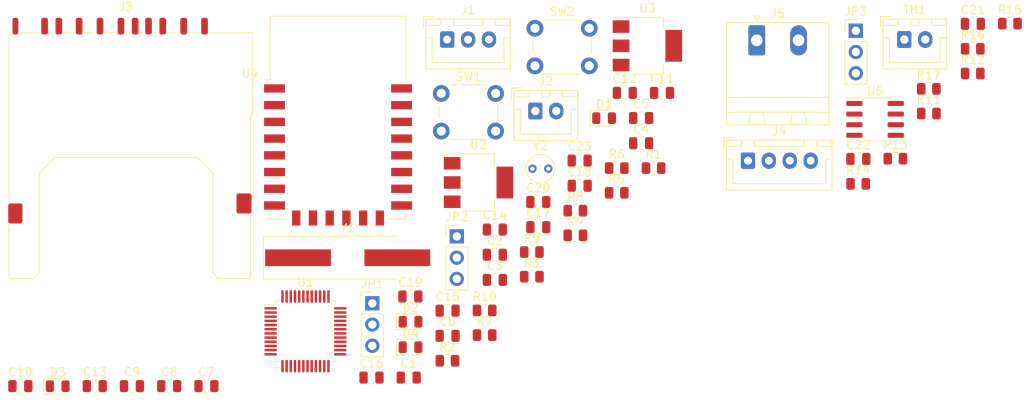
<source format=kicad_pcb>
(kicad_pcb (version 20171130) (host pcbnew "(5.1.9)-1")

  (general
    (thickness 1.6)
    (drawings 0)
    (tracks 0)
    (zones 0)
    (modules 62)
    (nets 82)
  )

  (page A4)
  (layers
    (0 F.Cu signal)
    (31 B.Cu signal)
    (32 B.Adhes user)
    (33 F.Adhes user)
    (34 B.Paste user)
    (35 F.Paste user)
    (36 B.SilkS user)
    (37 F.SilkS user)
    (38 B.Mask user)
    (39 F.Mask user)
    (40 Dwgs.User user)
    (41 Cmts.User user)
    (42 Eco1.User user)
    (43 Eco2.User user)
    (44 Edge.Cuts user)
    (45 Margin user)
    (46 B.CrtYd user)
    (47 F.CrtYd user)
    (48 B.Fab user)
    (49 F.Fab user)
  )

  (setup
    (last_trace_width 0.25)
    (trace_clearance 0.2)
    (zone_clearance 0.508)
    (zone_45_only no)
    (trace_min 0.2)
    (via_size 0.8)
    (via_drill 0.4)
    (via_min_size 0.4)
    (via_min_drill 0.3)
    (uvia_size 0.3)
    (uvia_drill 0.1)
    (uvias_allowed no)
    (uvia_min_size 0.2)
    (uvia_min_drill 0.1)
    (edge_width 0.05)
    (segment_width 0.2)
    (pcb_text_width 0.3)
    (pcb_text_size 1.5 1.5)
    (mod_edge_width 0.12)
    (mod_text_size 1 1)
    (mod_text_width 0.15)
    (pad_size 1.524 1.524)
    (pad_drill 0.762)
    (pad_to_mask_clearance 0)
    (aux_axis_origin 0 0)
    (visible_elements FFFFFF7F)
    (pcbplotparams
      (layerselection 0x010fc_ffffffff)
      (usegerberextensions false)
      (usegerberattributes true)
      (usegerberadvancedattributes true)
      (creategerberjobfile true)
      (excludeedgelayer true)
      (linewidth 0.100000)
      (plotframeref false)
      (viasonmask false)
      (mode 1)
      (useauxorigin false)
      (hpglpennumber 1)
      (hpglpenspeed 20)
      (hpglpendiameter 15.000000)
      (psnegative false)
      (psa4output false)
      (plotreference true)
      (plotvalue true)
      (plotinvisibletext false)
      (padsonsilk false)
      (subtractmaskfromsilk false)
      (outputformat 1)
      (mirror false)
      (drillshape 1)
      (scaleselection 1)
      (outputdirectory ""))
  )

  (net 0 "")
  (net 1 OSC_IN)
  (net 2 OSC_OUT)
  (net 3 OSC32_IN)
  (net 4 OSC32_OUT)
  (net 5 +5V)
  (net 6 +3.3VA)
  (net 7 NRST)
  (net 8 /ESP_RST)
  (net 9 /Analog_Measurements/ACS_SUPPLY)
  (net 10 "Net-(C22-Pad1)")
  (net 11 "Net-(D1-Pad2)")
  (net 12 "Net-(D2-Pad2)")
  (net 13 "Net-(D3-Pad2)")
  (net 14 "Net-(D4-Pad2)")
  (net 15 SWCLK)
  (net 16 SWDIO)
  (net 17 "Net-(J3-Pad8)")
  (net 18 "Net-(J3-Pad1)")
  (net 19 /SD_CS)
  (net 20 /SD_MOSI)
  (net 21 /SD_SCLK)
  (net 22 /SD_MISO)
  (net 23 "Net-(J3-Pad11)")
  (net 24 "Net-(J4-Pad2)")
  (net 25 "Net-(J4-Pad3)")
  (net 26 "Net-(J4-Pad4)")
  (net 27 "Net-(J5-Pad1)")
  (net 28 "Net-(J5-Pad2)")
  (net 29 "Net-(JP1-Pad2)")
  (net 30 "Net-(JP2-Pad1)")
  (net 31 /ESP_IO0)
  (net 32 BOOT0)
  (net 33 TEST_PIN)
  (net 34 /Analog_Measurements/CELL_3)
  (net 35 /Analog_Measurements/NTC)
  (net 36 /Analog_Measurements/CELL_2)
  (net 37 /Analog_Measurements/CELL_1)
  (net 38 "Net-(U1-Pad1)")
  (net 39 CELL_1)
  (net 40 CELL_2)
  (net 41 CELL_3)
  (net 42 NTC)
  (net 43 ACS_OUT)
  (net 44 ACS_SUPPLY)
  (net 45 "Net-(U1-Pad16)")
  (net 46 "Net-(U1-Pad17)")
  (net 47 "Net-(U1-Pad18)")
  (net 48 "Net-(U1-Pad19)")
  (net 49 "Net-(U1-Pad20)")
  (net 50 ESP_RX)
  (net 51 ESP_TX)
  (net 52 "Net-(U1-Pad25)")
  (net 53 "Net-(U1-Pad26)")
  (net 54 "Net-(U1-Pad27)")
  (net 55 "Net-(U1-Pad28)")
  (net 56 "Net-(U1-Pad29)")
  (net 57 "Net-(U1-Pad30)")
  (net 58 "Net-(U1-Pad31)")
  (net 59 "Net-(U1-Pad32)")
  (net 60 "Net-(U1-Pad33)")
  (net 61 "Net-(U1-Pad38)")
  (net 62 "Net-(U1-Pad43)")
  (net 63 "Net-(U1-Pad45)")
  (net 64 "Net-(U1-Pad46)")
  (net 65 "Net-(U4-Pad2)")
  (net 66 "Net-(U4-Pad4)")
  (net 67 "Net-(U4-Pad5)")
  (net 68 "Net-(U4-Pad6)")
  (net 69 "Net-(U4-Pad7)")
  (net 70 "Net-(U4-Pad9)")
  (net 71 "Net-(U4-Pad10)")
  (net 72 "Net-(U4-Pad11)")
  (net 73 "Net-(U4-Pad12)")
  (net 74 "Net-(U4-Pad13)")
  (net 75 "Net-(U4-Pad14)")
  (net 76 "Net-(U4-Pad17)")
  (net 77 "Net-(U4-Pad19)")
  (net 78 "Net-(U4-Pad20)")
  (net 79 /Analog_Measurements/ACS_OUT)
  (net 80 GND)
  (net 81 +3V3)

  (net_class Default "This is the default net class."
    (clearance 0.2)
    (trace_width 0.25)
    (via_dia 0.8)
    (via_drill 0.4)
    (uvia_dia 0.3)
    (uvia_drill 0.1)
    (add_net +3.3VA)
    (add_net +3V3)
    (add_net +5V)
    (add_net /Analog_Measurements/ACS_OUT)
    (add_net /Analog_Measurements/ACS_SUPPLY)
    (add_net /Analog_Measurements/CELL_1)
    (add_net /Analog_Measurements/CELL_2)
    (add_net /Analog_Measurements/CELL_3)
    (add_net /Analog_Measurements/NTC)
    (add_net /ESP_IO0)
    (add_net /ESP_RST)
    (add_net /SD_CS)
    (add_net /SD_MISO)
    (add_net /SD_MOSI)
    (add_net /SD_SCLK)
    (add_net ACS_OUT)
    (add_net ACS_SUPPLY)
    (add_net BOOT0)
    (add_net CELL_1)
    (add_net CELL_2)
    (add_net CELL_3)
    (add_net ESP_RX)
    (add_net ESP_TX)
    (add_net GND)
    (add_net NRST)
    (add_net NTC)
    (add_net "Net-(C22-Pad1)")
    (add_net "Net-(D1-Pad2)")
    (add_net "Net-(D2-Pad2)")
    (add_net "Net-(D3-Pad2)")
    (add_net "Net-(D4-Pad2)")
    (add_net "Net-(J3-Pad1)")
    (add_net "Net-(J3-Pad11)")
    (add_net "Net-(J3-Pad8)")
    (add_net "Net-(J4-Pad2)")
    (add_net "Net-(J4-Pad3)")
    (add_net "Net-(J4-Pad4)")
    (add_net "Net-(J5-Pad1)")
    (add_net "Net-(J5-Pad2)")
    (add_net "Net-(JP1-Pad2)")
    (add_net "Net-(JP2-Pad1)")
    (add_net "Net-(U1-Pad1)")
    (add_net "Net-(U1-Pad16)")
    (add_net "Net-(U1-Pad17)")
    (add_net "Net-(U1-Pad18)")
    (add_net "Net-(U1-Pad19)")
    (add_net "Net-(U1-Pad20)")
    (add_net "Net-(U1-Pad25)")
    (add_net "Net-(U1-Pad26)")
    (add_net "Net-(U1-Pad27)")
    (add_net "Net-(U1-Pad28)")
    (add_net "Net-(U1-Pad29)")
    (add_net "Net-(U1-Pad30)")
    (add_net "Net-(U1-Pad31)")
    (add_net "Net-(U1-Pad32)")
    (add_net "Net-(U1-Pad33)")
    (add_net "Net-(U1-Pad38)")
    (add_net "Net-(U1-Pad43)")
    (add_net "Net-(U1-Pad45)")
    (add_net "Net-(U1-Pad46)")
    (add_net "Net-(U4-Pad10)")
    (add_net "Net-(U4-Pad11)")
    (add_net "Net-(U4-Pad12)")
    (add_net "Net-(U4-Pad13)")
    (add_net "Net-(U4-Pad14)")
    (add_net "Net-(U4-Pad17)")
    (add_net "Net-(U4-Pad19)")
    (add_net "Net-(U4-Pad2)")
    (add_net "Net-(U4-Pad20)")
    (add_net "Net-(U4-Pad4)")
    (add_net "Net-(U4-Pad5)")
    (add_net "Net-(U4-Pad6)")
    (add_net "Net-(U4-Pad7)")
    (add_net "Net-(U4-Pad9)")
    (add_net OSC32_IN)
    (add_net OSC32_OUT)
    (add_net OSC_IN)
    (add_net OSC_OUT)
    (add_net SWCLK)
    (add_net SWDIO)
    (add_net TEST_PIN)
  )

  (module Capacitor_SMD:C_0805_2012Metric (layer F.Cu) (tedit 5F68FEEE) (tstamp 608D795D)
    (at 139.615001 94.105001)
    (descr "Capacitor SMD 0805 (2012 Metric), square (rectangular) end terminal, IPC_7351 nominal, (Body size source: IPC-SM-782 page 76, https://www.pcb-3d.com/wordpress/wp-content/uploads/ipc-sm-782a_amendment_1_and_2.pdf, https://docs.google.com/spreadsheets/d/1BsfQQcO9C6DZCsRaXUlFlo91Tg2WpOkGARC1WS5S8t0/edit?usp=sharing), generated with kicad-footprint-generator")
    (tags capacitor)
    (path /608BAEE9)
    (attr smd)
    (fp_text reference C1 (at 0 -1.68) (layer F.SilkS)
      (effects (font (size 1 1) (thickness 0.15)))
    )
    (fp_text value 22pF (at 0 1.68) (layer F.Fab)
      (effects (font (size 1 1) (thickness 0.15)))
    )
    (fp_line (start 1.7 0.98) (end -1.7 0.98) (layer F.CrtYd) (width 0.05))
    (fp_line (start 1.7 -0.98) (end 1.7 0.98) (layer F.CrtYd) (width 0.05))
    (fp_line (start -1.7 -0.98) (end 1.7 -0.98) (layer F.CrtYd) (width 0.05))
    (fp_line (start -1.7 0.98) (end -1.7 -0.98) (layer F.CrtYd) (width 0.05))
    (fp_line (start -0.261252 0.735) (end 0.261252 0.735) (layer F.SilkS) (width 0.12))
    (fp_line (start -0.261252 -0.735) (end 0.261252 -0.735) (layer F.SilkS) (width 0.12))
    (fp_line (start 1 0.625) (end -1 0.625) (layer F.Fab) (width 0.1))
    (fp_line (start 1 -0.625) (end 1 0.625) (layer F.Fab) (width 0.1))
    (fp_line (start -1 -0.625) (end 1 -0.625) (layer F.Fab) (width 0.1))
    (fp_line (start -1 0.625) (end -1 -0.625) (layer F.Fab) (width 0.1))
    (fp_text user %R (at 0 0) (layer F.Fab)
      (effects (font (size 0.5 0.5) (thickness 0.08)))
    )
    (pad 1 smd roundrect (at -0.95 0) (size 1 1.45) (layers F.Cu F.Paste F.Mask) (roundrect_rratio 0.25)
      (net 1 OSC_IN))
    (pad 2 smd roundrect (at 0.95 0) (size 1 1.45) (layers F.Cu F.Paste F.Mask) (roundrect_rratio 0.25)
      (net 80 GND))
    (model ${KISYS3DMOD}/Capacitor_SMD.3dshapes/C_0805_2012Metric.wrl
      (at (xyz 0 0 0))
      (scale (xyz 1 1 1))
      (rotate (xyz 0 0 0))
    )
  )

  (module Capacitor_SMD:C_0805_2012Metric (layer F.Cu) (tedit 5F68FEEE) (tstamp 608D796E)
    (at 149.915001 79.415001)
    (descr "Capacitor SMD 0805 (2012 Metric), square (rectangular) end terminal, IPC_7351 nominal, (Body size source: IPC-SM-782 page 76, https://www.pcb-3d.com/wordpress/wp-content/uploads/ipc-sm-782a_amendment_1_and_2.pdf, https://docs.google.com/spreadsheets/d/1BsfQQcO9C6DZCsRaXUlFlo91Tg2WpOkGARC1WS5S8t0/edit?usp=sharing), generated with kicad-footprint-generator")
    (tags capacitor)
    (path /608BB85D)
    (attr smd)
    (fp_text reference C2 (at 0 -1.68) (layer F.SilkS)
      (effects (font (size 1 1) (thickness 0.15)))
    )
    (fp_text value 22pF (at 0 1.68) (layer F.Fab)
      (effects (font (size 1 1) (thickness 0.15)))
    )
    (fp_text user %R (at 0 0) (layer F.Fab)
      (effects (font (size 0.5 0.5) (thickness 0.08)))
    )
    (fp_line (start -1 0.625) (end -1 -0.625) (layer F.Fab) (width 0.1))
    (fp_line (start -1 -0.625) (end 1 -0.625) (layer F.Fab) (width 0.1))
    (fp_line (start 1 -0.625) (end 1 0.625) (layer F.Fab) (width 0.1))
    (fp_line (start 1 0.625) (end -1 0.625) (layer F.Fab) (width 0.1))
    (fp_line (start -0.261252 -0.735) (end 0.261252 -0.735) (layer F.SilkS) (width 0.12))
    (fp_line (start -0.261252 0.735) (end 0.261252 0.735) (layer F.SilkS) (width 0.12))
    (fp_line (start -1.7 0.98) (end -1.7 -0.98) (layer F.CrtYd) (width 0.05))
    (fp_line (start -1.7 -0.98) (end 1.7 -0.98) (layer F.CrtYd) (width 0.05))
    (fp_line (start 1.7 -0.98) (end 1.7 0.98) (layer F.CrtYd) (width 0.05))
    (fp_line (start 1.7 0.98) (end -1.7 0.98) (layer F.CrtYd) (width 0.05))
    (pad 2 smd roundrect (at 0.95 0) (size 1 1.45) (layers F.Cu F.Paste F.Mask) (roundrect_rratio 0.25)
      (net 80 GND))
    (pad 1 smd roundrect (at -0.95 0) (size 1 1.45) (layers F.Cu F.Paste F.Mask) (roundrect_rratio 0.25)
      (net 2 OSC_OUT))
    (model ${KISYS3DMOD}/Capacitor_SMD.3dshapes/C_0805_2012Metric.wrl
      (at (xyz 0 0 0))
      (scale (xyz 1 1 1))
      (rotate (xyz 0 0 0))
    )
  )

  (module Capacitor_SMD:C_0805_2012Metric (layer F.Cu) (tedit 5F68FEEE) (tstamp 608D797F)
    (at 149.915001 82.425001)
    (descr "Capacitor SMD 0805 (2012 Metric), square (rectangular) end terminal, IPC_7351 nominal, (Body size source: IPC-SM-782 page 76, https://www.pcb-3d.com/wordpress/wp-content/uploads/ipc-sm-782a_amendment_1_and_2.pdf, https://docs.google.com/spreadsheets/d/1BsfQQcO9C6DZCsRaXUlFlo91Tg2WpOkGARC1WS5S8t0/edit?usp=sharing), generated with kicad-footprint-generator")
    (tags capacitor)
    (path /608E4046)
    (attr smd)
    (fp_text reference C3 (at 0 -1.68) (layer F.SilkS)
      (effects (font (size 1 1) (thickness 0.15)))
    )
    (fp_text value 10pF (at 0 1.68) (layer F.Fab)
      (effects (font (size 1 1) (thickness 0.15)))
    )
    (fp_line (start 1.7 0.98) (end -1.7 0.98) (layer F.CrtYd) (width 0.05))
    (fp_line (start 1.7 -0.98) (end 1.7 0.98) (layer F.CrtYd) (width 0.05))
    (fp_line (start -1.7 -0.98) (end 1.7 -0.98) (layer F.CrtYd) (width 0.05))
    (fp_line (start -1.7 0.98) (end -1.7 -0.98) (layer F.CrtYd) (width 0.05))
    (fp_line (start -0.261252 0.735) (end 0.261252 0.735) (layer F.SilkS) (width 0.12))
    (fp_line (start -0.261252 -0.735) (end 0.261252 -0.735) (layer F.SilkS) (width 0.12))
    (fp_line (start 1 0.625) (end -1 0.625) (layer F.Fab) (width 0.1))
    (fp_line (start 1 -0.625) (end 1 0.625) (layer F.Fab) (width 0.1))
    (fp_line (start -1 -0.625) (end 1 -0.625) (layer F.Fab) (width 0.1))
    (fp_line (start -1 0.625) (end -1 -0.625) (layer F.Fab) (width 0.1))
    (fp_text user %R (at 0 0) (layer F.Fab)
      (effects (font (size 0.5 0.5) (thickness 0.08)))
    )
    (pad 1 smd roundrect (at -0.95 0) (size 1 1.45) (layers F.Cu F.Paste F.Mask) (roundrect_rratio 0.25)
      (net 3 OSC32_IN))
    (pad 2 smd roundrect (at 0.95 0) (size 1 1.45) (layers F.Cu F.Paste F.Mask) (roundrect_rratio 0.25)
      (net 80 GND))
    (model ${KISYS3DMOD}/Capacitor_SMD.3dshapes/C_0805_2012Metric.wrl
      (at (xyz 0 0 0))
      (scale (xyz 1 1 1))
      (rotate (xyz 0 0 0))
    )
  )

  (module Capacitor_SMD:C_0805_2012Metric (layer F.Cu) (tedit 5F68FEEE) (tstamp 608D7990)
    (at 167.415001 66.075001)
    (descr "Capacitor SMD 0805 (2012 Metric), square (rectangular) end terminal, IPC_7351 nominal, (Body size source: IPC-SM-782 page 76, https://www.pcb-3d.com/wordpress/wp-content/uploads/ipc-sm-782a_amendment_1_and_2.pdf, https://docs.google.com/spreadsheets/d/1BsfQQcO9C6DZCsRaXUlFlo91Tg2WpOkGARC1WS5S8t0/edit?usp=sharing), generated with kicad-footprint-generator")
    (tags capacitor)
    (path /608E404C)
    (attr smd)
    (fp_text reference C4 (at 0 -1.68) (layer F.SilkS)
      (effects (font (size 1 1) (thickness 0.15)))
    )
    (fp_text value 10pF (at 0 1.68) (layer F.Fab)
      (effects (font (size 1 1) (thickness 0.15)))
    )
    (fp_text user %R (at 0 0) (layer F.Fab)
      (effects (font (size 0.5 0.5) (thickness 0.08)))
    )
    (fp_line (start -1 0.625) (end -1 -0.625) (layer F.Fab) (width 0.1))
    (fp_line (start -1 -0.625) (end 1 -0.625) (layer F.Fab) (width 0.1))
    (fp_line (start 1 -0.625) (end 1 0.625) (layer F.Fab) (width 0.1))
    (fp_line (start 1 0.625) (end -1 0.625) (layer F.Fab) (width 0.1))
    (fp_line (start -0.261252 -0.735) (end 0.261252 -0.735) (layer F.SilkS) (width 0.12))
    (fp_line (start -0.261252 0.735) (end 0.261252 0.735) (layer F.SilkS) (width 0.12))
    (fp_line (start -1.7 0.98) (end -1.7 -0.98) (layer F.CrtYd) (width 0.05))
    (fp_line (start -1.7 -0.98) (end 1.7 -0.98) (layer F.CrtYd) (width 0.05))
    (fp_line (start 1.7 -0.98) (end 1.7 0.98) (layer F.CrtYd) (width 0.05))
    (fp_line (start 1.7 0.98) (end -1.7 0.98) (layer F.CrtYd) (width 0.05))
    (pad 2 smd roundrect (at 0.95 0) (size 1 1.45) (layers F.Cu F.Paste F.Mask) (roundrect_rratio 0.25)
      (net 80 GND))
    (pad 1 smd roundrect (at -0.95 0) (size 1 1.45) (layers F.Cu F.Paste F.Mask) (roundrect_rratio 0.25)
      (net 4 OSC32_OUT))
    (model ${KISYS3DMOD}/Capacitor_SMD.3dshapes/C_0805_2012Metric.wrl
      (at (xyz 0 0 0))
      (scale (xyz 1 1 1))
      (rotate (xyz 0 0 0))
    )
  )

  (module Capacitor_SMD:C_0805_2012Metric (layer F.Cu) (tedit 5F68FEEE) (tstamp 608D79A1)
    (at 167.415001 63.065001)
    (descr "Capacitor SMD 0805 (2012 Metric), square (rectangular) end terminal, IPC_7351 nominal, (Body size source: IPC-SM-782 page 76, https://www.pcb-3d.com/wordpress/wp-content/uploads/ipc-sm-782a_amendment_1_and_2.pdf, https://docs.google.com/spreadsheets/d/1BsfQQcO9C6DZCsRaXUlFlo91Tg2WpOkGARC1WS5S8t0/edit?usp=sharing), generated with kicad-footprint-generator")
    (tags capacitor)
    (path /60899A7D)
    (attr smd)
    (fp_text reference C5 (at 0 -1.68) (layer F.SilkS)
      (effects (font (size 1 1) (thickness 0.15)))
    )
    (fp_text value 100nF (at 0 1.68) (layer F.Fab)
      (effects (font (size 1 1) (thickness 0.15)))
    )
    (fp_line (start 1.7 0.98) (end -1.7 0.98) (layer F.CrtYd) (width 0.05))
    (fp_line (start 1.7 -0.98) (end 1.7 0.98) (layer F.CrtYd) (width 0.05))
    (fp_line (start -1.7 -0.98) (end 1.7 -0.98) (layer F.CrtYd) (width 0.05))
    (fp_line (start -1.7 0.98) (end -1.7 -0.98) (layer F.CrtYd) (width 0.05))
    (fp_line (start -0.261252 0.735) (end 0.261252 0.735) (layer F.SilkS) (width 0.12))
    (fp_line (start -0.261252 -0.735) (end 0.261252 -0.735) (layer F.SilkS) (width 0.12))
    (fp_line (start 1 0.625) (end -1 0.625) (layer F.Fab) (width 0.1))
    (fp_line (start 1 -0.625) (end 1 0.625) (layer F.Fab) (width 0.1))
    (fp_line (start -1 -0.625) (end 1 -0.625) (layer F.Fab) (width 0.1))
    (fp_line (start -1 0.625) (end -1 -0.625) (layer F.Fab) (width 0.1))
    (fp_text user %R (at 0 0) (layer F.Fab)
      (effects (font (size 0.5 0.5) (thickness 0.08)))
    )
    (pad 1 smd roundrect (at -0.95 0) (size 1 1.45) (layers F.Cu F.Paste F.Mask) (roundrect_rratio 0.25)
      (net 81 +3V3))
    (pad 2 smd roundrect (at 0.95 0) (size 1 1.45) (layers F.Cu F.Paste F.Mask) (roundrect_rratio 0.25)
      (net 80 GND))
    (model ${KISYS3DMOD}/Capacitor_SMD.3dshapes/C_0805_2012Metric.wrl
      (at (xyz 0 0 0))
      (scale (xyz 1 1 1))
      (rotate (xyz 0 0 0))
    )
  )

  (module Capacitor_SMD:C_0805_2012Metric (layer F.Cu) (tedit 5F68FEEE) (tstamp 608D79B2)
    (at 144.265001 89.115001)
    (descr "Capacitor SMD 0805 (2012 Metric), square (rectangular) end terminal, IPC_7351 nominal, (Body size source: IPC-SM-782 page 76, https://www.pcb-3d.com/wordpress/wp-content/uploads/ipc-sm-782a_amendment_1_and_2.pdf, https://docs.google.com/spreadsheets/d/1BsfQQcO9C6DZCsRaXUlFlo91Tg2WpOkGARC1WS5S8t0/edit?usp=sharing), generated with kicad-footprint-generator")
    (tags capacitor)
    (path /60983A80)
    (attr smd)
    (fp_text reference C6 (at 0 -1.68) (layer F.SilkS)
      (effects (font (size 1 1) (thickness 0.15)))
    )
    (fp_text value 10uF (at 0 1.68) (layer F.Fab)
      (effects (font (size 1 1) (thickness 0.15)))
    )
    (fp_text user %R (at 0 0) (layer F.Fab)
      (effects (font (size 0.5 0.5) (thickness 0.08)))
    )
    (fp_line (start -1 0.625) (end -1 -0.625) (layer F.Fab) (width 0.1))
    (fp_line (start -1 -0.625) (end 1 -0.625) (layer F.Fab) (width 0.1))
    (fp_line (start 1 -0.625) (end 1 0.625) (layer F.Fab) (width 0.1))
    (fp_line (start 1 0.625) (end -1 0.625) (layer F.Fab) (width 0.1))
    (fp_line (start -0.261252 -0.735) (end 0.261252 -0.735) (layer F.SilkS) (width 0.12))
    (fp_line (start -0.261252 0.735) (end 0.261252 0.735) (layer F.SilkS) (width 0.12))
    (fp_line (start -1.7 0.98) (end -1.7 -0.98) (layer F.CrtYd) (width 0.05))
    (fp_line (start -1.7 -0.98) (end 1.7 -0.98) (layer F.CrtYd) (width 0.05))
    (fp_line (start 1.7 -0.98) (end 1.7 0.98) (layer F.CrtYd) (width 0.05))
    (fp_line (start 1.7 0.98) (end -1.7 0.98) (layer F.CrtYd) (width 0.05))
    (pad 2 smd roundrect (at 0.95 0) (size 1 1.45) (layers F.Cu F.Paste F.Mask) (roundrect_rratio 0.25)
      (net 80 GND))
    (pad 1 smd roundrect (at -0.95 0) (size 1 1.45) (layers F.Cu F.Paste F.Mask) (roundrect_rratio 0.25)
      (net 5 +5V))
    (model ${KISYS3DMOD}/Capacitor_SMD.3dshapes/C_0805_2012Metric.wrl
      (at (xyz 0 0 0))
      (scale (xyz 1 1 1))
      (rotate (xyz 0 0 0))
    )
  )

  (module Capacitor_SMD:C_0805_2012Metric (layer F.Cu) (tedit 5F68FEEE) (tstamp 608D79C3)
    (at 115.415001 95.125001)
    (descr "Capacitor SMD 0805 (2012 Metric), square (rectangular) end terminal, IPC_7351 nominal, (Body size source: IPC-SM-782 page 76, https://www.pcb-3d.com/wordpress/wp-content/uploads/ipc-sm-782a_amendment_1_and_2.pdf, https://docs.google.com/spreadsheets/d/1BsfQQcO9C6DZCsRaXUlFlo91Tg2WpOkGARC1WS5S8t0/edit?usp=sharing), generated with kicad-footprint-generator")
    (tags capacitor)
    (path /6093B46E)
    (attr smd)
    (fp_text reference C7 (at 0 -1.68) (layer F.SilkS)
      (effects (font (size 1 1) (thickness 0.15)))
    )
    (fp_text value 10uF (at 0 1.68) (layer F.Fab)
      (effects (font (size 1 1) (thickness 0.15)))
    )
    (fp_text user %R (at 0 0) (layer F.Fab)
      (effects (font (size 0.5 0.5) (thickness 0.08)))
    )
    (fp_line (start -1 0.625) (end -1 -0.625) (layer F.Fab) (width 0.1))
    (fp_line (start -1 -0.625) (end 1 -0.625) (layer F.Fab) (width 0.1))
    (fp_line (start 1 -0.625) (end 1 0.625) (layer F.Fab) (width 0.1))
    (fp_line (start 1 0.625) (end -1 0.625) (layer F.Fab) (width 0.1))
    (fp_line (start -0.261252 -0.735) (end 0.261252 -0.735) (layer F.SilkS) (width 0.12))
    (fp_line (start -0.261252 0.735) (end 0.261252 0.735) (layer F.SilkS) (width 0.12))
    (fp_line (start -1.7 0.98) (end -1.7 -0.98) (layer F.CrtYd) (width 0.05))
    (fp_line (start -1.7 -0.98) (end 1.7 -0.98) (layer F.CrtYd) (width 0.05))
    (fp_line (start 1.7 -0.98) (end 1.7 0.98) (layer F.CrtYd) (width 0.05))
    (fp_line (start 1.7 0.98) (end -1.7 0.98) (layer F.CrtYd) (width 0.05))
    (pad 2 smd roundrect (at 0.95 0) (size 1 1.45) (layers F.Cu F.Paste F.Mask) (roundrect_rratio 0.25)
      (net 80 GND))
    (pad 1 smd roundrect (at -0.95 0) (size 1 1.45) (layers F.Cu F.Paste F.Mask) (roundrect_rratio 0.25)
      (net 5 +5V))
    (model ${KISYS3DMOD}/Capacitor_SMD.3dshapes/C_0805_2012Metric.wrl
      (at (xyz 0 0 0))
      (scale (xyz 1 1 1))
      (rotate (xyz 0 0 0))
    )
  )

  (module Capacitor_SMD:C_0805_2012Metric (layer F.Cu) (tedit 5F68FEEE) (tstamp 608D79D4)
    (at 110.965001 95.125001)
    (descr "Capacitor SMD 0805 (2012 Metric), square (rectangular) end terminal, IPC_7351 nominal, (Body size source: IPC-SM-782 page 76, https://www.pcb-3d.com/wordpress/wp-content/uploads/ipc-sm-782a_amendment_1_and_2.pdf, https://docs.google.com/spreadsheets/d/1BsfQQcO9C6DZCsRaXUlFlo91Tg2WpOkGARC1WS5S8t0/edit?usp=sharing), generated with kicad-footprint-generator")
    (tags capacitor)
    (path /6089A215)
    (attr smd)
    (fp_text reference C8 (at 0 -1.68) (layer F.SilkS)
      (effects (font (size 1 1) (thickness 0.15)))
    )
    (fp_text value 100nF (at 0 1.68) (layer F.Fab)
      (effects (font (size 1 1) (thickness 0.15)))
    )
    (fp_line (start 1.7 0.98) (end -1.7 0.98) (layer F.CrtYd) (width 0.05))
    (fp_line (start 1.7 -0.98) (end 1.7 0.98) (layer F.CrtYd) (width 0.05))
    (fp_line (start -1.7 -0.98) (end 1.7 -0.98) (layer F.CrtYd) (width 0.05))
    (fp_line (start -1.7 0.98) (end -1.7 -0.98) (layer F.CrtYd) (width 0.05))
    (fp_line (start -0.261252 0.735) (end 0.261252 0.735) (layer F.SilkS) (width 0.12))
    (fp_line (start -0.261252 -0.735) (end 0.261252 -0.735) (layer F.SilkS) (width 0.12))
    (fp_line (start 1 0.625) (end -1 0.625) (layer F.Fab) (width 0.1))
    (fp_line (start 1 -0.625) (end 1 0.625) (layer F.Fab) (width 0.1))
    (fp_line (start -1 -0.625) (end 1 -0.625) (layer F.Fab) (width 0.1))
    (fp_line (start -1 0.625) (end -1 -0.625) (layer F.Fab) (width 0.1))
    (fp_text user %R (at 0 0) (layer F.Fab)
      (effects (font (size 0.5 0.5) (thickness 0.08)))
    )
    (pad 1 smd roundrect (at -0.95 0) (size 1 1.45) (layers F.Cu F.Paste F.Mask) (roundrect_rratio 0.25)
      (net 81 +3V3))
    (pad 2 smd roundrect (at 0.95 0) (size 1 1.45) (layers F.Cu F.Paste F.Mask) (roundrect_rratio 0.25)
      (net 80 GND))
    (model ${KISYS3DMOD}/Capacitor_SMD.3dshapes/C_0805_2012Metric.wrl
      (at (xyz 0 0 0))
      (scale (xyz 1 1 1))
      (rotate (xyz 0 0 0))
    )
  )

  (module Capacitor_SMD:C_0805_2012Metric (layer F.Cu) (tedit 5F68FEEE) (tstamp 608D79E5)
    (at 106.515001 95.125001)
    (descr "Capacitor SMD 0805 (2012 Metric), square (rectangular) end terminal, IPC_7351 nominal, (Body size source: IPC-SM-782 page 76, https://www.pcb-3d.com/wordpress/wp-content/uploads/ipc-sm-782a_amendment_1_and_2.pdf, https://docs.google.com/spreadsheets/d/1BsfQQcO9C6DZCsRaXUlFlo91Tg2WpOkGARC1WS5S8t0/edit?usp=sharing), generated with kicad-footprint-generator")
    (tags capacitor)
    (path /60983A86)
    (attr smd)
    (fp_text reference C9 (at 0 -1.68) (layer F.SilkS)
      (effects (font (size 1 1) (thickness 0.15)))
    )
    (fp_text value 100nF (at 0 1.68) (layer F.Fab)
      (effects (font (size 1 1) (thickness 0.15)))
    )
    (fp_line (start 1.7 0.98) (end -1.7 0.98) (layer F.CrtYd) (width 0.05))
    (fp_line (start 1.7 -0.98) (end 1.7 0.98) (layer F.CrtYd) (width 0.05))
    (fp_line (start -1.7 -0.98) (end 1.7 -0.98) (layer F.CrtYd) (width 0.05))
    (fp_line (start -1.7 0.98) (end -1.7 -0.98) (layer F.CrtYd) (width 0.05))
    (fp_line (start -0.261252 0.735) (end 0.261252 0.735) (layer F.SilkS) (width 0.12))
    (fp_line (start -0.261252 -0.735) (end 0.261252 -0.735) (layer F.SilkS) (width 0.12))
    (fp_line (start 1 0.625) (end -1 0.625) (layer F.Fab) (width 0.1))
    (fp_line (start 1 -0.625) (end 1 0.625) (layer F.Fab) (width 0.1))
    (fp_line (start -1 -0.625) (end 1 -0.625) (layer F.Fab) (width 0.1))
    (fp_line (start -1 0.625) (end -1 -0.625) (layer F.Fab) (width 0.1))
    (fp_text user %R (at 0 0) (layer F.Fab)
      (effects (font (size 0.5 0.5) (thickness 0.08)))
    )
    (pad 1 smd roundrect (at -0.95 0) (size 1 1.45) (layers F.Cu F.Paste F.Mask) (roundrect_rratio 0.25)
      (net 5 +5V))
    (pad 2 smd roundrect (at 0.95 0) (size 1 1.45) (layers F.Cu F.Paste F.Mask) (roundrect_rratio 0.25)
      (net 80 GND))
    (model ${KISYS3DMOD}/Capacitor_SMD.3dshapes/C_0805_2012Metric.wrl
      (at (xyz 0 0 0))
      (scale (xyz 1 1 1))
      (rotate (xyz 0 0 0))
    )
  )

  (module Capacitor_SMD:C_0805_2012Metric (layer F.Cu) (tedit 5F68FEEE) (tstamp 608D79F6)
    (at 93.165001 95.125001)
    (descr "Capacitor SMD 0805 (2012 Metric), square (rectangular) end terminal, IPC_7351 nominal, (Body size source: IPC-SM-782 page 76, https://www.pcb-3d.com/wordpress/wp-content/uploads/ipc-sm-782a_amendment_1_and_2.pdf, https://docs.google.com/spreadsheets/d/1BsfQQcO9C6DZCsRaXUlFlo91Tg2WpOkGARC1WS5S8t0/edit?usp=sharing), generated with kicad-footprint-generator")
    (tags capacitor)
    (path /6093C9B6)
    (attr smd)
    (fp_text reference C10 (at 0 -1.68) (layer F.SilkS)
      (effects (font (size 1 1) (thickness 0.15)))
    )
    (fp_text value 100nF (at 0 1.68) (layer F.Fab)
      (effects (font (size 1 1) (thickness 0.15)))
    )
    (fp_line (start 1.7 0.98) (end -1.7 0.98) (layer F.CrtYd) (width 0.05))
    (fp_line (start 1.7 -0.98) (end 1.7 0.98) (layer F.CrtYd) (width 0.05))
    (fp_line (start -1.7 -0.98) (end 1.7 -0.98) (layer F.CrtYd) (width 0.05))
    (fp_line (start -1.7 0.98) (end -1.7 -0.98) (layer F.CrtYd) (width 0.05))
    (fp_line (start -0.261252 0.735) (end 0.261252 0.735) (layer F.SilkS) (width 0.12))
    (fp_line (start -0.261252 -0.735) (end 0.261252 -0.735) (layer F.SilkS) (width 0.12))
    (fp_line (start 1 0.625) (end -1 0.625) (layer F.Fab) (width 0.1))
    (fp_line (start 1 -0.625) (end 1 0.625) (layer F.Fab) (width 0.1))
    (fp_line (start -1 -0.625) (end 1 -0.625) (layer F.Fab) (width 0.1))
    (fp_line (start -1 0.625) (end -1 -0.625) (layer F.Fab) (width 0.1))
    (fp_text user %R (at 0 0) (layer F.Fab)
      (effects (font (size 0.5 0.5) (thickness 0.08)))
    )
    (pad 1 smd roundrect (at -0.95 0) (size 1 1.45) (layers F.Cu F.Paste F.Mask) (roundrect_rratio 0.25)
      (net 5 +5V))
    (pad 2 smd roundrect (at 0.95 0) (size 1 1.45) (layers F.Cu F.Paste F.Mask) (roundrect_rratio 0.25)
      (net 80 GND))
    (model ${KISYS3DMOD}/Capacitor_SMD.3dshapes/C_0805_2012Metric.wrl
      (at (xyz 0 0 0))
      (scale (xyz 1 1 1))
      (rotate (xyz 0 0 0))
    )
  )

  (module Capacitor_SMD:C_0805_2012Metric (layer F.Cu) (tedit 5F68FEEE) (tstamp 608D7A07)
    (at 169.915001 60.055001)
    (descr "Capacitor SMD 0805 (2012 Metric), square (rectangular) end terminal, IPC_7351 nominal, (Body size source: IPC-SM-782 page 76, https://www.pcb-3d.com/wordpress/wp-content/uploads/ipc-sm-782a_amendment_1_and_2.pdf, https://docs.google.com/spreadsheets/d/1BsfQQcO9C6DZCsRaXUlFlo91Tg2WpOkGARC1WS5S8t0/edit?usp=sharing), generated with kicad-footprint-generator")
    (tags capacitor)
    (path /6089AC5E)
    (attr smd)
    (fp_text reference C11 (at 0 -1.68) (layer F.SilkS)
      (effects (font (size 1 1) (thickness 0.15)))
    )
    (fp_text value 100nF (at 0 1.68) (layer F.Fab)
      (effects (font (size 1 1) (thickness 0.15)))
    )
    (fp_text user %R (at 0 0) (layer F.Fab)
      (effects (font (size 0.5 0.5) (thickness 0.08)))
    )
    (fp_line (start -1 0.625) (end -1 -0.625) (layer F.Fab) (width 0.1))
    (fp_line (start -1 -0.625) (end 1 -0.625) (layer F.Fab) (width 0.1))
    (fp_line (start 1 -0.625) (end 1 0.625) (layer F.Fab) (width 0.1))
    (fp_line (start 1 0.625) (end -1 0.625) (layer F.Fab) (width 0.1))
    (fp_line (start -0.261252 -0.735) (end 0.261252 -0.735) (layer F.SilkS) (width 0.12))
    (fp_line (start -0.261252 0.735) (end 0.261252 0.735) (layer F.SilkS) (width 0.12))
    (fp_line (start -1.7 0.98) (end -1.7 -0.98) (layer F.CrtYd) (width 0.05))
    (fp_line (start -1.7 -0.98) (end 1.7 -0.98) (layer F.CrtYd) (width 0.05))
    (fp_line (start 1.7 -0.98) (end 1.7 0.98) (layer F.CrtYd) (width 0.05))
    (fp_line (start 1.7 0.98) (end -1.7 0.98) (layer F.CrtYd) (width 0.05))
    (pad 2 smd roundrect (at 0.95 0) (size 1 1.45) (layers F.Cu F.Paste F.Mask) (roundrect_rratio 0.25)
      (net 80 GND))
    (pad 1 smd roundrect (at -0.95 0) (size 1 1.45) (layers F.Cu F.Paste F.Mask) (roundrect_rratio 0.25)
      (net 81 +3V3))
    (model ${KISYS3DMOD}/Capacitor_SMD.3dshapes/C_0805_2012Metric.wrl
      (at (xyz 0 0 0))
      (scale (xyz 1 1 1))
      (rotate (xyz 0 0 0))
    )
  )

  (module Capacitor_SMD:C_0805_2012Metric (layer F.Cu) (tedit 5F68FEEE) (tstamp 608D7A18)
    (at 165.465001 60.055001)
    (descr "Capacitor SMD 0805 (2012 Metric), square (rectangular) end terminal, IPC_7351 nominal, (Body size source: IPC-SM-782 page 76, https://www.pcb-3d.com/wordpress/wp-content/uploads/ipc-sm-782a_amendment_1_and_2.pdf, https://docs.google.com/spreadsheets/d/1BsfQQcO9C6DZCsRaXUlFlo91Tg2WpOkGARC1WS5S8t0/edit?usp=sharing), generated with kicad-footprint-generator")
    (tags capacitor)
    (path /6089B077)
    (attr smd)
    (fp_text reference C12 (at 0 -1.68) (layer F.SilkS)
      (effects (font (size 1 1) (thickness 0.15)))
    )
    (fp_text value 100nF (at 0 1.68) (layer F.Fab)
      (effects (font (size 1 1) (thickness 0.15)))
    )
    (fp_line (start 1.7 0.98) (end -1.7 0.98) (layer F.CrtYd) (width 0.05))
    (fp_line (start 1.7 -0.98) (end 1.7 0.98) (layer F.CrtYd) (width 0.05))
    (fp_line (start -1.7 -0.98) (end 1.7 -0.98) (layer F.CrtYd) (width 0.05))
    (fp_line (start -1.7 0.98) (end -1.7 -0.98) (layer F.CrtYd) (width 0.05))
    (fp_line (start -0.261252 0.735) (end 0.261252 0.735) (layer F.SilkS) (width 0.12))
    (fp_line (start -0.261252 -0.735) (end 0.261252 -0.735) (layer F.SilkS) (width 0.12))
    (fp_line (start 1 0.625) (end -1 0.625) (layer F.Fab) (width 0.1))
    (fp_line (start 1 -0.625) (end 1 0.625) (layer F.Fab) (width 0.1))
    (fp_line (start -1 -0.625) (end 1 -0.625) (layer F.Fab) (width 0.1))
    (fp_line (start -1 0.625) (end -1 -0.625) (layer F.Fab) (width 0.1))
    (fp_text user %R (at 0 0) (layer F.Fab)
      (effects (font (size 0.5 0.5) (thickness 0.08)))
    )
    (pad 1 smd roundrect (at -0.95 0) (size 1 1.45) (layers F.Cu F.Paste F.Mask) (roundrect_rratio 0.25)
      (net 81 +3V3))
    (pad 2 smd roundrect (at 0.95 0) (size 1 1.45) (layers F.Cu F.Paste F.Mask) (roundrect_rratio 0.25)
      (net 80 GND))
    (model ${KISYS3DMOD}/Capacitor_SMD.3dshapes/C_0805_2012Metric.wrl
      (at (xyz 0 0 0))
      (scale (xyz 1 1 1))
      (rotate (xyz 0 0 0))
    )
  )

  (module Capacitor_SMD:C_0805_2012Metric (layer F.Cu) (tedit 5F68FEEE) (tstamp 608D7A29)
    (at 102.065001 95.125001)
    (descr "Capacitor SMD 0805 (2012 Metric), square (rectangular) end terminal, IPC_7351 nominal, (Body size source: IPC-SM-782 page 76, https://www.pcb-3d.com/wordpress/wp-content/uploads/ipc-sm-782a_amendment_1_and_2.pdf, https://docs.google.com/spreadsheets/d/1BsfQQcO9C6DZCsRaXUlFlo91Tg2WpOkGARC1WS5S8t0/edit?usp=sharing), generated with kicad-footprint-generator")
    (tags capacitor)
    (path /6089F44F)
    (attr smd)
    (fp_text reference C13 (at 0 -1.68) (layer F.SilkS)
      (effects (font (size 1 1) (thickness 0.15)))
    )
    (fp_text value 1uF (at 0 1.68) (layer F.Fab)
      (effects (font (size 1 1) (thickness 0.15)))
    )
    (fp_text user %R (at 0 0) (layer F.Fab)
      (effects (font (size 0.5 0.5) (thickness 0.08)))
    )
    (fp_line (start -1 0.625) (end -1 -0.625) (layer F.Fab) (width 0.1))
    (fp_line (start -1 -0.625) (end 1 -0.625) (layer F.Fab) (width 0.1))
    (fp_line (start 1 -0.625) (end 1 0.625) (layer F.Fab) (width 0.1))
    (fp_line (start 1 0.625) (end -1 0.625) (layer F.Fab) (width 0.1))
    (fp_line (start -0.261252 -0.735) (end 0.261252 -0.735) (layer F.SilkS) (width 0.12))
    (fp_line (start -0.261252 0.735) (end 0.261252 0.735) (layer F.SilkS) (width 0.12))
    (fp_line (start -1.7 0.98) (end -1.7 -0.98) (layer F.CrtYd) (width 0.05))
    (fp_line (start -1.7 -0.98) (end 1.7 -0.98) (layer F.CrtYd) (width 0.05))
    (fp_line (start 1.7 -0.98) (end 1.7 0.98) (layer F.CrtYd) (width 0.05))
    (fp_line (start 1.7 0.98) (end -1.7 0.98) (layer F.CrtYd) (width 0.05))
    (pad 2 smd roundrect (at 0.95 0) (size 1 1.45) (layers F.Cu F.Paste F.Mask) (roundrect_rratio 0.25)
      (net 80 GND))
    (pad 1 smd roundrect (at -0.95 0) (size 1 1.45) (layers F.Cu F.Paste F.Mask) (roundrect_rratio 0.25)
      (net 81 +3V3))
    (model ${KISYS3DMOD}/Capacitor_SMD.3dshapes/C_0805_2012Metric.wrl
      (at (xyz 0 0 0))
      (scale (xyz 1 1 1))
      (rotate (xyz 0 0 0))
    )
  )

  (module Capacitor_SMD:C_0805_2012Metric (layer F.Cu) (tedit 5F68FEEE) (tstamp 608D7A3A)
    (at 149.915001 76.405001)
    (descr "Capacitor SMD 0805 (2012 Metric), square (rectangular) end terminal, IPC_7351 nominal, (Body size source: IPC-SM-782 page 76, https://www.pcb-3d.com/wordpress/wp-content/uploads/ipc-sm-782a_amendment_1_and_2.pdf, https://docs.google.com/spreadsheets/d/1BsfQQcO9C6DZCsRaXUlFlo91Tg2WpOkGARC1WS5S8t0/edit?usp=sharing), generated with kicad-footprint-generator")
    (tags capacitor)
    (path /60983A8C)
    (attr smd)
    (fp_text reference C14 (at 0 -1.68) (layer F.SilkS)
      (effects (font (size 1 1) (thickness 0.15)))
    )
    (fp_text value 10uF (at 0 1.68) (layer F.Fab)
      (effects (font (size 1 1) (thickness 0.15)))
    )
    (fp_text user %R (at 0 0) (layer F.Fab)
      (effects (font (size 0.5 0.5) (thickness 0.08)))
    )
    (fp_line (start -1 0.625) (end -1 -0.625) (layer F.Fab) (width 0.1))
    (fp_line (start -1 -0.625) (end 1 -0.625) (layer F.Fab) (width 0.1))
    (fp_line (start 1 -0.625) (end 1 0.625) (layer F.Fab) (width 0.1))
    (fp_line (start 1 0.625) (end -1 0.625) (layer F.Fab) (width 0.1))
    (fp_line (start -0.261252 -0.735) (end 0.261252 -0.735) (layer F.SilkS) (width 0.12))
    (fp_line (start -0.261252 0.735) (end 0.261252 0.735) (layer F.SilkS) (width 0.12))
    (fp_line (start -1.7 0.98) (end -1.7 -0.98) (layer F.CrtYd) (width 0.05))
    (fp_line (start -1.7 -0.98) (end 1.7 -0.98) (layer F.CrtYd) (width 0.05))
    (fp_line (start 1.7 -0.98) (end 1.7 0.98) (layer F.CrtYd) (width 0.05))
    (fp_line (start 1.7 0.98) (end -1.7 0.98) (layer F.CrtYd) (width 0.05))
    (pad 2 smd roundrect (at 0.95 0) (size 1 1.45) (layers F.Cu F.Paste F.Mask) (roundrect_rratio 0.25)
      (net 80 GND))
    (pad 1 smd roundrect (at -0.95 0) (size 1 1.45) (layers F.Cu F.Paste F.Mask) (roundrect_rratio 0.25)
      (net 6 +3.3VA))
    (model ${KISYS3DMOD}/Capacitor_SMD.3dshapes/C_0805_2012Metric.wrl
      (at (xyz 0 0 0))
      (scale (xyz 1 1 1))
      (rotate (xyz 0 0 0))
    )
  )

  (module Capacitor_SMD:C_0805_2012Metric (layer F.Cu) (tedit 5F68FEEE) (tstamp 608D7A4B)
    (at 144.265001 86.105001)
    (descr "Capacitor SMD 0805 (2012 Metric), square (rectangular) end terminal, IPC_7351 nominal, (Body size source: IPC-SM-782 page 76, https://www.pcb-3d.com/wordpress/wp-content/uploads/ipc-sm-782a_amendment_1_and_2.pdf, https://docs.google.com/spreadsheets/d/1BsfQQcO9C6DZCsRaXUlFlo91Tg2WpOkGARC1WS5S8t0/edit?usp=sharing), generated with kicad-footprint-generator")
    (tags capacitor)
    (path /6093F821)
    (attr smd)
    (fp_text reference C15 (at 0 -1.68) (layer F.SilkS)
      (effects (font (size 1 1) (thickness 0.15)))
    )
    (fp_text value 10uF (at 0 1.68) (layer F.Fab)
      (effects (font (size 1 1) (thickness 0.15)))
    )
    (fp_text user %R (at 0 0) (layer F.Fab)
      (effects (font (size 0.5 0.5) (thickness 0.08)))
    )
    (fp_line (start -1 0.625) (end -1 -0.625) (layer F.Fab) (width 0.1))
    (fp_line (start -1 -0.625) (end 1 -0.625) (layer F.Fab) (width 0.1))
    (fp_line (start 1 -0.625) (end 1 0.625) (layer F.Fab) (width 0.1))
    (fp_line (start 1 0.625) (end -1 0.625) (layer F.Fab) (width 0.1))
    (fp_line (start -0.261252 -0.735) (end 0.261252 -0.735) (layer F.SilkS) (width 0.12))
    (fp_line (start -0.261252 0.735) (end 0.261252 0.735) (layer F.SilkS) (width 0.12))
    (fp_line (start -1.7 0.98) (end -1.7 -0.98) (layer F.CrtYd) (width 0.05))
    (fp_line (start -1.7 -0.98) (end 1.7 -0.98) (layer F.CrtYd) (width 0.05))
    (fp_line (start 1.7 -0.98) (end 1.7 0.98) (layer F.CrtYd) (width 0.05))
    (fp_line (start 1.7 0.98) (end -1.7 0.98) (layer F.CrtYd) (width 0.05))
    (pad 2 smd roundrect (at 0.95 0) (size 1 1.45) (layers F.Cu F.Paste F.Mask) (roundrect_rratio 0.25)
      (net 80 GND))
    (pad 1 smd roundrect (at -0.95 0) (size 1 1.45) (layers F.Cu F.Paste F.Mask) (roundrect_rratio 0.25)
      (net 81 +3V3))
    (model ${KISYS3DMOD}/Capacitor_SMD.3dshapes/C_0805_2012Metric.wrl
      (at (xyz 0 0 0))
      (scale (xyz 1 1 1))
      (rotate (xyz 0 0 0))
    )
  )

  (module Capacitor_SMD:C_0805_2012Metric (layer F.Cu) (tedit 5F68FEEE) (tstamp 608D7A5C)
    (at 135.165001 94.105001)
    (descr "Capacitor SMD 0805 (2012 Metric), square (rectangular) end terminal, IPC_7351 nominal, (Body size source: IPC-SM-782 page 76, https://www.pcb-3d.com/wordpress/wp-content/uploads/ipc-sm-782a_amendment_1_and_2.pdf, https://docs.google.com/spreadsheets/d/1BsfQQcO9C6DZCsRaXUlFlo91Tg2WpOkGARC1WS5S8t0/edit?usp=sharing), generated with kicad-footprint-generator")
    (tags capacitor)
    (path /60983A92)
    (attr smd)
    (fp_text reference C16 (at 0 -1.68) (layer F.SilkS)
      (effects (font (size 1 1) (thickness 0.15)))
    )
    (fp_text value 100nF (at 0 1.68) (layer F.Fab)
      (effects (font (size 1 1) (thickness 0.15)))
    )
    (fp_line (start 1.7 0.98) (end -1.7 0.98) (layer F.CrtYd) (width 0.05))
    (fp_line (start 1.7 -0.98) (end 1.7 0.98) (layer F.CrtYd) (width 0.05))
    (fp_line (start -1.7 -0.98) (end 1.7 -0.98) (layer F.CrtYd) (width 0.05))
    (fp_line (start -1.7 0.98) (end -1.7 -0.98) (layer F.CrtYd) (width 0.05))
    (fp_line (start -0.261252 0.735) (end 0.261252 0.735) (layer F.SilkS) (width 0.12))
    (fp_line (start -0.261252 -0.735) (end 0.261252 -0.735) (layer F.SilkS) (width 0.12))
    (fp_line (start 1 0.625) (end -1 0.625) (layer F.Fab) (width 0.1))
    (fp_line (start 1 -0.625) (end 1 0.625) (layer F.Fab) (width 0.1))
    (fp_line (start -1 -0.625) (end 1 -0.625) (layer F.Fab) (width 0.1))
    (fp_line (start -1 0.625) (end -1 -0.625) (layer F.Fab) (width 0.1))
    (fp_text user %R (at 0 0) (layer F.Fab)
      (effects (font (size 0.5 0.5) (thickness 0.08)))
    )
    (pad 1 smd roundrect (at -0.95 0) (size 1 1.45) (layers F.Cu F.Paste F.Mask) (roundrect_rratio 0.25)
      (net 6 +3.3VA))
    (pad 2 smd roundrect (at 0.95 0) (size 1 1.45) (layers F.Cu F.Paste F.Mask) (roundrect_rratio 0.25)
      (net 80 GND))
    (model ${KISYS3DMOD}/Capacitor_SMD.3dshapes/C_0805_2012Metric.wrl
      (at (xyz 0 0 0))
      (scale (xyz 1 1 1))
      (rotate (xyz 0 0 0))
    )
  )

  (module Capacitor_SMD:C_0805_2012Metric (layer F.Cu) (tedit 5F68FEEE) (tstamp 608D7A6D)
    (at 155.115001 76.115001)
    (descr "Capacitor SMD 0805 (2012 Metric), square (rectangular) end terminal, IPC_7351 nominal, (Body size source: IPC-SM-782 page 76, https://www.pcb-3d.com/wordpress/wp-content/uploads/ipc-sm-782a_amendment_1_and_2.pdf, https://docs.google.com/spreadsheets/d/1BsfQQcO9C6DZCsRaXUlFlo91Tg2WpOkGARC1WS5S8t0/edit?usp=sharing), generated with kicad-footprint-generator")
    (tags capacitor)
    (path /6093F827)
    (attr smd)
    (fp_text reference C17 (at 0 -1.68) (layer F.SilkS)
      (effects (font (size 1 1) (thickness 0.15)))
    )
    (fp_text value 100nF (at 0 1.68) (layer F.Fab)
      (effects (font (size 1 1) (thickness 0.15)))
    )
    (fp_line (start 1.7 0.98) (end -1.7 0.98) (layer F.CrtYd) (width 0.05))
    (fp_line (start 1.7 -0.98) (end 1.7 0.98) (layer F.CrtYd) (width 0.05))
    (fp_line (start -1.7 -0.98) (end 1.7 -0.98) (layer F.CrtYd) (width 0.05))
    (fp_line (start -1.7 0.98) (end -1.7 -0.98) (layer F.CrtYd) (width 0.05))
    (fp_line (start -0.261252 0.735) (end 0.261252 0.735) (layer F.SilkS) (width 0.12))
    (fp_line (start -0.261252 -0.735) (end 0.261252 -0.735) (layer F.SilkS) (width 0.12))
    (fp_line (start 1 0.625) (end -1 0.625) (layer F.Fab) (width 0.1))
    (fp_line (start 1 -0.625) (end 1 0.625) (layer F.Fab) (width 0.1))
    (fp_line (start -1 -0.625) (end 1 -0.625) (layer F.Fab) (width 0.1))
    (fp_line (start -1 0.625) (end -1 -0.625) (layer F.Fab) (width 0.1))
    (fp_text user %R (at 0 0) (layer F.Fab)
      (effects (font (size 0.5 0.5) (thickness 0.08)))
    )
    (pad 1 smd roundrect (at -0.95 0) (size 1 1.45) (layers F.Cu F.Paste F.Mask) (roundrect_rratio 0.25)
      (net 81 +3V3))
    (pad 2 smd roundrect (at 0.95 0) (size 1 1.45) (layers F.Cu F.Paste F.Mask) (roundrect_rratio 0.25)
      (net 80 GND))
    (model ${KISYS3DMOD}/Capacitor_SMD.3dshapes/C_0805_2012Metric.wrl
      (at (xyz 0 0 0))
      (scale (xyz 1 1 1))
      (rotate (xyz 0 0 0))
    )
  )

  (module Capacitor_SMD:C_0805_2012Metric (layer F.Cu) (tedit 5F68FEEE) (tstamp 608D7A7E)
    (at 160.065001 71.165001)
    (descr "Capacitor SMD 0805 (2012 Metric), square (rectangular) end terminal, IPC_7351 nominal, (Body size source: IPC-SM-782 page 76, https://www.pcb-3d.com/wordpress/wp-content/uploads/ipc-sm-782a_amendment_1_and_2.pdf, https://docs.google.com/spreadsheets/d/1BsfQQcO9C6DZCsRaXUlFlo91Tg2WpOkGARC1WS5S8t0/edit?usp=sharing), generated with kicad-footprint-generator")
    (tags capacitor)
    (path /608FFEFB)
    (attr smd)
    (fp_text reference C18 (at 0 -1.68) (layer F.SilkS)
      (effects (font (size 1 1) (thickness 0.15)))
    )
    (fp_text value 100nF (at 0 1.68) (layer F.Fab)
      (effects (font (size 1 1) (thickness 0.15)))
    )
    (fp_text user %R (at 0 0) (layer F.Fab)
      (effects (font (size 0.5 0.5) (thickness 0.08)))
    )
    (fp_line (start -1 0.625) (end -1 -0.625) (layer F.Fab) (width 0.1))
    (fp_line (start -1 -0.625) (end 1 -0.625) (layer F.Fab) (width 0.1))
    (fp_line (start 1 -0.625) (end 1 0.625) (layer F.Fab) (width 0.1))
    (fp_line (start 1 0.625) (end -1 0.625) (layer F.Fab) (width 0.1))
    (fp_line (start -0.261252 -0.735) (end 0.261252 -0.735) (layer F.SilkS) (width 0.12))
    (fp_line (start -0.261252 0.735) (end 0.261252 0.735) (layer F.SilkS) (width 0.12))
    (fp_line (start -1.7 0.98) (end -1.7 -0.98) (layer F.CrtYd) (width 0.05))
    (fp_line (start -1.7 -0.98) (end 1.7 -0.98) (layer F.CrtYd) (width 0.05))
    (fp_line (start 1.7 -0.98) (end 1.7 0.98) (layer F.CrtYd) (width 0.05))
    (fp_line (start 1.7 0.98) (end -1.7 0.98) (layer F.CrtYd) (width 0.05))
    (pad 2 smd roundrect (at 0.95 0) (size 1 1.45) (layers F.Cu F.Paste F.Mask) (roundrect_rratio 0.25)
      (net 80 GND))
    (pad 1 smd roundrect (at -0.95 0) (size 1 1.45) (layers F.Cu F.Paste F.Mask) (roundrect_rratio 0.25)
      (net 7 NRST))
    (model ${KISYS3DMOD}/Capacitor_SMD.3dshapes/C_0805_2012Metric.wrl
      (at (xyz 0 0 0))
      (scale (xyz 1 1 1))
      (rotate (xyz 0 0 0))
    )
  )

  (module Capacitor_SMD:C_0805_2012Metric (layer F.Cu) (tedit 5F68FEEE) (tstamp 608D7A8F)
    (at 139.815001 84.405001)
    (descr "Capacitor SMD 0805 (2012 Metric), square (rectangular) end terminal, IPC_7351 nominal, (Body size source: IPC-SM-782 page 76, https://www.pcb-3d.com/wordpress/wp-content/uploads/ipc-sm-782a_amendment_1_and_2.pdf, https://docs.google.com/spreadsheets/d/1BsfQQcO9C6DZCsRaXUlFlo91Tg2WpOkGARC1WS5S8t0/edit?usp=sharing), generated with kicad-footprint-generator")
    (tags capacitor)
    (path /60A88B92)
    (attr smd)
    (fp_text reference C19 (at 0 -1.68) (layer F.SilkS)
      (effects (font (size 1 1) (thickness 0.15)))
    )
    (fp_text value 100nF (at 0 1.68) (layer F.Fab)
      (effects (font (size 1 1) (thickness 0.15)))
    )
    (fp_line (start 1.7 0.98) (end -1.7 0.98) (layer F.CrtYd) (width 0.05))
    (fp_line (start 1.7 -0.98) (end 1.7 0.98) (layer F.CrtYd) (width 0.05))
    (fp_line (start -1.7 -0.98) (end 1.7 -0.98) (layer F.CrtYd) (width 0.05))
    (fp_line (start -1.7 0.98) (end -1.7 -0.98) (layer F.CrtYd) (width 0.05))
    (fp_line (start -0.261252 0.735) (end 0.261252 0.735) (layer F.SilkS) (width 0.12))
    (fp_line (start -0.261252 -0.735) (end 0.261252 -0.735) (layer F.SilkS) (width 0.12))
    (fp_line (start 1 0.625) (end -1 0.625) (layer F.Fab) (width 0.1))
    (fp_line (start 1 -0.625) (end 1 0.625) (layer F.Fab) (width 0.1))
    (fp_line (start -1 -0.625) (end 1 -0.625) (layer F.Fab) (width 0.1))
    (fp_line (start -1 0.625) (end -1 -0.625) (layer F.Fab) (width 0.1))
    (fp_text user %R (at 0 0) (layer F.Fab)
      (effects (font (size 0.5 0.5) (thickness 0.08)))
    )
    (pad 1 smd roundrect (at -0.95 0) (size 1 1.45) (layers F.Cu F.Paste F.Mask) (roundrect_rratio 0.25)
      (net 6 +3.3VA))
    (pad 2 smd roundrect (at 0.95 0) (size 1 1.45) (layers F.Cu F.Paste F.Mask) (roundrect_rratio 0.25)
      (net 80 GND))
    (model ${KISYS3DMOD}/Capacitor_SMD.3dshapes/C_0805_2012Metric.wrl
      (at (xyz 0 0 0))
      (scale (xyz 1 1 1))
      (rotate (xyz 0 0 0))
    )
  )

  (module Capacitor_SMD:C_0805_2012Metric (layer F.Cu) (tedit 5F68FEEE) (tstamp 608D7AA0)
    (at 155.115001 73.105001)
    (descr "Capacitor SMD 0805 (2012 Metric), square (rectangular) end terminal, IPC_7351 nominal, (Body size source: IPC-SM-782 page 76, https://www.pcb-3d.com/wordpress/wp-content/uploads/ipc-sm-782a_amendment_1_and_2.pdf, https://docs.google.com/spreadsheets/d/1BsfQQcO9C6DZCsRaXUlFlo91Tg2WpOkGARC1WS5S8t0/edit?usp=sharing), generated with kicad-footprint-generator")
    (tags capacitor)
    (path /60A7C957)
    (attr smd)
    (fp_text reference C20 (at 0 -1.68) (layer F.SilkS)
      (effects (font (size 1 1) (thickness 0.15)))
    )
    (fp_text value 100nF (at 0 1.68) (layer F.Fab)
      (effects (font (size 1 1) (thickness 0.15)))
    )
    (fp_line (start 1.7 0.98) (end -1.7 0.98) (layer F.CrtYd) (width 0.05))
    (fp_line (start 1.7 -0.98) (end 1.7 0.98) (layer F.CrtYd) (width 0.05))
    (fp_line (start -1.7 -0.98) (end 1.7 -0.98) (layer F.CrtYd) (width 0.05))
    (fp_line (start -1.7 0.98) (end -1.7 -0.98) (layer F.CrtYd) (width 0.05))
    (fp_line (start -0.261252 0.735) (end 0.261252 0.735) (layer F.SilkS) (width 0.12))
    (fp_line (start -0.261252 -0.735) (end 0.261252 -0.735) (layer F.SilkS) (width 0.12))
    (fp_line (start 1 0.625) (end -1 0.625) (layer F.Fab) (width 0.1))
    (fp_line (start 1 -0.625) (end 1 0.625) (layer F.Fab) (width 0.1))
    (fp_line (start -1 -0.625) (end 1 -0.625) (layer F.Fab) (width 0.1))
    (fp_line (start -1 0.625) (end -1 -0.625) (layer F.Fab) (width 0.1))
    (fp_text user %R (at 0 0) (layer F.Fab)
      (effects (font (size 0.5 0.5) (thickness 0.08)))
    )
    (pad 1 smd roundrect (at -0.95 0) (size 1 1.45) (layers F.Cu F.Paste F.Mask) (roundrect_rratio 0.25)
      (net 8 /ESP_RST))
    (pad 2 smd roundrect (at 0.95 0) (size 1 1.45) (layers F.Cu F.Paste F.Mask) (roundrect_rratio 0.25)
      (net 80 GND))
    (model ${KISYS3DMOD}/Capacitor_SMD.3dshapes/C_0805_2012Metric.wrl
      (at (xyz 0 0 0))
      (scale (xyz 1 1 1))
      (rotate (xyz 0 0 0))
    )
  )

  (module Capacitor_SMD:C_0805_2012Metric (layer F.Cu) (tedit 5F68FEEE) (tstamp 608D7AB1)
    (at 207.095001 51.805001)
    (descr "Capacitor SMD 0805 (2012 Metric), square (rectangular) end terminal, IPC_7351 nominal, (Body size source: IPC-SM-782 page 76, https://www.pcb-3d.com/wordpress/wp-content/uploads/ipc-sm-782a_amendment_1_and_2.pdf, https://docs.google.com/spreadsheets/d/1BsfQQcO9C6DZCsRaXUlFlo91Tg2WpOkGARC1WS5S8t0/edit?usp=sharing), generated with kicad-footprint-generator")
    (tags capacitor)
    (path /609AC84F/609D163D)
    (attr smd)
    (fp_text reference C21 (at 0 -1.68) (layer F.SilkS)
      (effects (font (size 1 1) (thickness 0.15)))
    )
    (fp_text value 100nF (at 0 1.68) (layer F.Fab)
      (effects (font (size 1 1) (thickness 0.15)))
    )
    (fp_text user %R (at 0 0) (layer F.Fab)
      (effects (font (size 0.5 0.5) (thickness 0.08)))
    )
    (fp_line (start -1 0.625) (end -1 -0.625) (layer F.Fab) (width 0.1))
    (fp_line (start -1 -0.625) (end 1 -0.625) (layer F.Fab) (width 0.1))
    (fp_line (start 1 -0.625) (end 1 0.625) (layer F.Fab) (width 0.1))
    (fp_line (start 1 0.625) (end -1 0.625) (layer F.Fab) (width 0.1))
    (fp_line (start -0.261252 -0.735) (end 0.261252 -0.735) (layer F.SilkS) (width 0.12))
    (fp_line (start -0.261252 0.735) (end 0.261252 0.735) (layer F.SilkS) (width 0.12))
    (fp_line (start -1.7 0.98) (end -1.7 -0.98) (layer F.CrtYd) (width 0.05))
    (fp_line (start -1.7 -0.98) (end 1.7 -0.98) (layer F.CrtYd) (width 0.05))
    (fp_line (start 1.7 -0.98) (end 1.7 0.98) (layer F.CrtYd) (width 0.05))
    (fp_line (start 1.7 0.98) (end -1.7 0.98) (layer F.CrtYd) (width 0.05))
    (pad 2 smd roundrect (at 0.95 0) (size 1 1.45) (layers F.Cu F.Paste F.Mask) (roundrect_rratio 0.25)
      (net 9 /Analog_Measurements/ACS_SUPPLY))
    (pad 1 smd roundrect (at -0.95 0) (size 1 1.45) (layers F.Cu F.Paste F.Mask) (roundrect_rratio 0.25)
      (net 80 GND))
    (model ${KISYS3DMOD}/Capacitor_SMD.3dshapes/C_0805_2012Metric.wrl
      (at (xyz 0 0 0))
      (scale (xyz 1 1 1))
      (rotate (xyz 0 0 0))
    )
  )

  (module Capacitor_SMD:C_0805_2012Metric (layer F.Cu) (tedit 5F68FEEE) (tstamp 608D7AC2)
    (at 193.395001 67.955001)
    (descr "Capacitor SMD 0805 (2012 Metric), square (rectangular) end terminal, IPC_7351 nominal, (Body size source: IPC-SM-782 page 76, https://www.pcb-3d.com/wordpress/wp-content/uploads/ipc-sm-782a_amendment_1_and_2.pdf, https://docs.google.com/spreadsheets/d/1BsfQQcO9C6DZCsRaXUlFlo91Tg2WpOkGARC1WS5S8t0/edit?usp=sharing), generated with kicad-footprint-generator")
    (tags capacitor)
    (path /609AC84F/609D1637)
    (attr smd)
    (fp_text reference C22 (at 0 -1.68) (layer F.SilkS)
      (effects (font (size 1 1) (thickness 0.15)))
    )
    (fp_text value 1nF (at 0 1.68) (layer F.Fab)
      (effects (font (size 1 1) (thickness 0.15)))
    )
    (fp_line (start 1.7 0.98) (end -1.7 0.98) (layer F.CrtYd) (width 0.05))
    (fp_line (start 1.7 -0.98) (end 1.7 0.98) (layer F.CrtYd) (width 0.05))
    (fp_line (start -1.7 -0.98) (end 1.7 -0.98) (layer F.CrtYd) (width 0.05))
    (fp_line (start -1.7 0.98) (end -1.7 -0.98) (layer F.CrtYd) (width 0.05))
    (fp_line (start -0.261252 0.735) (end 0.261252 0.735) (layer F.SilkS) (width 0.12))
    (fp_line (start -0.261252 -0.735) (end 0.261252 -0.735) (layer F.SilkS) (width 0.12))
    (fp_line (start 1 0.625) (end -1 0.625) (layer F.Fab) (width 0.1))
    (fp_line (start 1 -0.625) (end 1 0.625) (layer F.Fab) (width 0.1))
    (fp_line (start -1 -0.625) (end 1 -0.625) (layer F.Fab) (width 0.1))
    (fp_line (start -1 0.625) (end -1 -0.625) (layer F.Fab) (width 0.1))
    (fp_text user %R (at 0 0) (layer F.Fab)
      (effects (font (size 0.5 0.5) (thickness 0.08)))
    )
    (pad 1 smd roundrect (at -0.95 0) (size 1 1.45) (layers F.Cu F.Paste F.Mask) (roundrect_rratio 0.25)
      (net 10 "Net-(C22-Pad1)"))
    (pad 2 smd roundrect (at 0.95 0) (size 1 1.45) (layers F.Cu F.Paste F.Mask) (roundrect_rratio 0.25)
      (net 80 GND))
    (model ${KISYS3DMOD}/Capacitor_SMD.3dshapes/C_0805_2012Metric.wrl
      (at (xyz 0 0 0))
      (scale (xyz 1 1 1))
      (rotate (xyz 0 0 0))
    )
  )

  (module Capacitor_SMD:C_0805_2012Metric (layer F.Cu) (tedit 5F68FEEE) (tstamp 608D7AD3)
    (at 160.065001 68.155001)
    (descr "Capacitor SMD 0805 (2012 Metric), square (rectangular) end terminal, IPC_7351 nominal, (Body size source: IPC-SM-782 page 76, https://www.pcb-3d.com/wordpress/wp-content/uploads/ipc-sm-782a_amendment_1_and_2.pdf, https://docs.google.com/spreadsheets/d/1BsfQQcO9C6DZCsRaXUlFlo91Tg2WpOkGARC1WS5S8t0/edit?usp=sharing), generated with kicad-footprint-generator")
    (tags capacitor)
    (path /60D13D6D)
    (attr smd)
    (fp_text reference C23 (at 0 -1.68) (layer F.SilkS)
      (effects (font (size 1 1) (thickness 0.15)))
    )
    (fp_text value 10uF (at 0 1.68) (layer F.Fab)
      (effects (font (size 1 1) (thickness 0.15)))
    )
    (fp_text user %R (at 0 0) (layer F.Fab)
      (effects (font (size 0.5 0.5) (thickness 0.08)))
    )
    (fp_line (start -1 0.625) (end -1 -0.625) (layer F.Fab) (width 0.1))
    (fp_line (start -1 -0.625) (end 1 -0.625) (layer F.Fab) (width 0.1))
    (fp_line (start 1 -0.625) (end 1 0.625) (layer F.Fab) (width 0.1))
    (fp_line (start 1 0.625) (end -1 0.625) (layer F.Fab) (width 0.1))
    (fp_line (start -0.261252 -0.735) (end 0.261252 -0.735) (layer F.SilkS) (width 0.12))
    (fp_line (start -0.261252 0.735) (end 0.261252 0.735) (layer F.SilkS) (width 0.12))
    (fp_line (start -1.7 0.98) (end -1.7 -0.98) (layer F.CrtYd) (width 0.05))
    (fp_line (start -1.7 -0.98) (end 1.7 -0.98) (layer F.CrtYd) (width 0.05))
    (fp_line (start 1.7 -0.98) (end 1.7 0.98) (layer F.CrtYd) (width 0.05))
    (fp_line (start 1.7 0.98) (end -1.7 0.98) (layer F.CrtYd) (width 0.05))
    (pad 2 smd roundrect (at 0.95 0) (size 1 1.45) (layers F.Cu F.Paste F.Mask) (roundrect_rratio 0.25)
      (net 80 GND))
    (pad 1 smd roundrect (at -0.95 0) (size 1 1.45) (layers F.Cu F.Paste F.Mask) (roundrect_rratio 0.25)
      (net 6 +3.3VA))
    (model ${KISYS3DMOD}/Capacitor_SMD.3dshapes/C_0805_2012Metric.wrl
      (at (xyz 0 0 0))
      (scale (xyz 1 1 1))
      (rotate (xyz 0 0 0))
    )
  )

  (module LED_SMD:LED_0805_2012Metric (layer F.Cu) (tedit 5F68FEF1) (tstamp 608D7AE6)
    (at 162.985001 63.080001)
    (descr "LED SMD 0805 (2012 Metric), square (rectangular) end terminal, IPC_7351 nominal, (Body size source: https://docs.google.com/spreadsheets/d/1BsfQQcO9C6DZCsRaXUlFlo91Tg2WpOkGARC1WS5S8t0/edit?usp=sharing), generated with kicad-footprint-generator")
    (tags LED)
    (path /6096DA63)
    (attr smd)
    (fp_text reference D1 (at 0 -1.65) (layer F.SilkS)
      (effects (font (size 1 1) (thickness 0.15)))
    )
    (fp_text value LED (at 0 1.65) (layer F.Fab)
      (effects (font (size 1 1) (thickness 0.15)))
    )
    (fp_text user %R (at 0 0) (layer F.Fab)
      (effects (font (size 0.5 0.5) (thickness 0.08)))
    )
    (fp_line (start 1 -0.6) (end -0.7 -0.6) (layer F.Fab) (width 0.1))
    (fp_line (start -0.7 -0.6) (end -1 -0.3) (layer F.Fab) (width 0.1))
    (fp_line (start -1 -0.3) (end -1 0.6) (layer F.Fab) (width 0.1))
    (fp_line (start -1 0.6) (end 1 0.6) (layer F.Fab) (width 0.1))
    (fp_line (start 1 0.6) (end 1 -0.6) (layer F.Fab) (width 0.1))
    (fp_line (start 1 -0.96) (end -1.685 -0.96) (layer F.SilkS) (width 0.12))
    (fp_line (start -1.685 -0.96) (end -1.685 0.96) (layer F.SilkS) (width 0.12))
    (fp_line (start -1.685 0.96) (end 1 0.96) (layer F.SilkS) (width 0.12))
    (fp_line (start -1.68 0.95) (end -1.68 -0.95) (layer F.CrtYd) (width 0.05))
    (fp_line (start -1.68 -0.95) (end 1.68 -0.95) (layer F.CrtYd) (width 0.05))
    (fp_line (start 1.68 -0.95) (end 1.68 0.95) (layer F.CrtYd) (width 0.05))
    (fp_line (start 1.68 0.95) (end -1.68 0.95) (layer F.CrtYd) (width 0.05))
    (pad 2 smd roundrect (at 0.9375 0) (size 0.975 1.4) (layers F.Cu F.Paste F.Mask) (roundrect_rratio 0.25)
      (net 11 "Net-(D1-Pad2)"))
    (pad 1 smd roundrect (at -0.9375 0) (size 0.975 1.4) (layers F.Cu F.Paste F.Mask) (roundrect_rratio 0.25)
      (net 80 GND))
    (model ${KISYS3DMOD}/LED_SMD.3dshapes/LED_0805_2012Metric.wrl
      (at (xyz 0 0 0))
      (scale (xyz 1 1 1))
      (rotate (xyz 0 0 0))
    )
  )

  (module LED_SMD:LED_0805_2012Metric (layer F.Cu) (tedit 5F68FEF1) (tstamp 608D7AF9)
    (at 139.835001 87.430001)
    (descr "LED SMD 0805 (2012 Metric), square (rectangular) end terminal, IPC_7351 nominal, (Body size source: https://docs.google.com/spreadsheets/d/1BsfQQcO9C6DZCsRaXUlFlo91Tg2WpOkGARC1WS5S8t0/edit?usp=sharing), generated with kicad-footprint-generator")
    (tags LED)
    (path /6096E98B)
    (attr smd)
    (fp_text reference D2 (at 0 -1.65) (layer F.SilkS)
      (effects (font (size 1 1) (thickness 0.15)))
    )
    (fp_text value LED (at 0 1.65) (layer F.Fab)
      (effects (font (size 1 1) (thickness 0.15)))
    )
    (fp_line (start 1.68 0.95) (end -1.68 0.95) (layer F.CrtYd) (width 0.05))
    (fp_line (start 1.68 -0.95) (end 1.68 0.95) (layer F.CrtYd) (width 0.05))
    (fp_line (start -1.68 -0.95) (end 1.68 -0.95) (layer F.CrtYd) (width 0.05))
    (fp_line (start -1.68 0.95) (end -1.68 -0.95) (layer F.CrtYd) (width 0.05))
    (fp_line (start -1.685 0.96) (end 1 0.96) (layer F.SilkS) (width 0.12))
    (fp_line (start -1.685 -0.96) (end -1.685 0.96) (layer F.SilkS) (width 0.12))
    (fp_line (start 1 -0.96) (end -1.685 -0.96) (layer F.SilkS) (width 0.12))
    (fp_line (start 1 0.6) (end 1 -0.6) (layer F.Fab) (width 0.1))
    (fp_line (start -1 0.6) (end 1 0.6) (layer F.Fab) (width 0.1))
    (fp_line (start -1 -0.3) (end -1 0.6) (layer F.Fab) (width 0.1))
    (fp_line (start -0.7 -0.6) (end -1 -0.3) (layer F.Fab) (width 0.1))
    (fp_line (start 1 -0.6) (end -0.7 -0.6) (layer F.Fab) (width 0.1))
    (fp_text user %R (at 0 0) (layer F.Fab)
      (effects (font (size 0.5 0.5) (thickness 0.08)))
    )
    (pad 1 smd roundrect (at -0.9375 0) (size 0.975 1.4) (layers F.Cu F.Paste F.Mask) (roundrect_rratio 0.25)
      (net 80 GND))
    (pad 2 smd roundrect (at 0.9375 0) (size 0.975 1.4) (layers F.Cu F.Paste F.Mask) (roundrect_rratio 0.25)
      (net 12 "Net-(D2-Pad2)"))
    (model ${KISYS3DMOD}/LED_SMD.3dshapes/LED_0805_2012Metric.wrl
      (at (xyz 0 0 0))
      (scale (xyz 1 1 1))
      (rotate (xyz 0 0 0))
    )
  )

  (module LED_SMD:LED_0805_2012Metric (layer F.Cu) (tedit 5F68FEF1) (tstamp 608D7B0C)
    (at 97.635001 95.140001)
    (descr "LED SMD 0805 (2012 Metric), square (rectangular) end terminal, IPC_7351 nominal, (Body size source: https://docs.google.com/spreadsheets/d/1BsfQQcO9C6DZCsRaXUlFlo91Tg2WpOkGARC1WS5S8t0/edit?usp=sharing), generated with kicad-footprint-generator")
    (tags LED)
    (path /60A13614)
    (attr smd)
    (fp_text reference D3 (at 0 -1.65) (layer F.SilkS)
      (effects (font (size 1 1) (thickness 0.15)))
    )
    (fp_text value LED (at 0 1.65) (layer F.Fab)
      (effects (font (size 1 1) (thickness 0.15)))
    )
    (fp_text user %R (at 0 0) (layer F.Fab)
      (effects (font (size 0.5 0.5) (thickness 0.08)))
    )
    (fp_line (start 1 -0.6) (end -0.7 -0.6) (layer F.Fab) (width 0.1))
    (fp_line (start -0.7 -0.6) (end -1 -0.3) (layer F.Fab) (width 0.1))
    (fp_line (start -1 -0.3) (end -1 0.6) (layer F.Fab) (width 0.1))
    (fp_line (start -1 0.6) (end 1 0.6) (layer F.Fab) (width 0.1))
    (fp_line (start 1 0.6) (end 1 -0.6) (layer F.Fab) (width 0.1))
    (fp_line (start 1 -0.96) (end -1.685 -0.96) (layer F.SilkS) (width 0.12))
    (fp_line (start -1.685 -0.96) (end -1.685 0.96) (layer F.SilkS) (width 0.12))
    (fp_line (start -1.685 0.96) (end 1 0.96) (layer F.SilkS) (width 0.12))
    (fp_line (start -1.68 0.95) (end -1.68 -0.95) (layer F.CrtYd) (width 0.05))
    (fp_line (start -1.68 -0.95) (end 1.68 -0.95) (layer F.CrtYd) (width 0.05))
    (fp_line (start 1.68 -0.95) (end 1.68 0.95) (layer F.CrtYd) (width 0.05))
    (fp_line (start 1.68 0.95) (end -1.68 0.95) (layer F.CrtYd) (width 0.05))
    (pad 2 smd roundrect (at 0.9375 0) (size 0.975 1.4) (layers F.Cu F.Paste F.Mask) (roundrect_rratio 0.25)
      (net 13 "Net-(D3-Pad2)"))
    (pad 1 smd roundrect (at -0.9375 0) (size 0.975 1.4) (layers F.Cu F.Paste F.Mask) (roundrect_rratio 0.25)
      (net 80 GND))
    (model ${KISYS3DMOD}/LED_SMD.3dshapes/LED_0805_2012Metric.wrl
      (at (xyz 0 0 0))
      (scale (xyz 1 1 1))
      (rotate (xyz 0 0 0))
    )
  )

  (module LED_SMD:LED_0805_2012Metric (layer F.Cu) (tedit 5F68FEF1) (tstamp 608D7B1F)
    (at 139.835001 90.470001)
    (descr "LED SMD 0805 (2012 Metric), square (rectangular) end terminal, IPC_7351 nominal, (Body size source: https://docs.google.com/spreadsheets/d/1BsfQQcO9C6DZCsRaXUlFlo91Tg2WpOkGARC1WS5S8t0/edit?usp=sharing), generated with kicad-footprint-generator")
    (tags LED)
    (path /60A88BA4)
    (attr smd)
    (fp_text reference D4 (at 0 -1.65) (layer F.SilkS)
      (effects (font (size 1 1) (thickness 0.15)))
    )
    (fp_text value "SD CARD LED" (at 0 1.65) (layer F.Fab)
      (effects (font (size 1 1) (thickness 0.15)))
    )
    (fp_line (start 1.68 0.95) (end -1.68 0.95) (layer F.CrtYd) (width 0.05))
    (fp_line (start 1.68 -0.95) (end 1.68 0.95) (layer F.CrtYd) (width 0.05))
    (fp_line (start -1.68 -0.95) (end 1.68 -0.95) (layer F.CrtYd) (width 0.05))
    (fp_line (start -1.68 0.95) (end -1.68 -0.95) (layer F.CrtYd) (width 0.05))
    (fp_line (start -1.685 0.96) (end 1 0.96) (layer F.SilkS) (width 0.12))
    (fp_line (start -1.685 -0.96) (end -1.685 0.96) (layer F.SilkS) (width 0.12))
    (fp_line (start 1 -0.96) (end -1.685 -0.96) (layer F.SilkS) (width 0.12))
    (fp_line (start 1 0.6) (end 1 -0.6) (layer F.Fab) (width 0.1))
    (fp_line (start -1 0.6) (end 1 0.6) (layer F.Fab) (width 0.1))
    (fp_line (start -1 -0.3) (end -1 0.6) (layer F.Fab) (width 0.1))
    (fp_line (start -0.7 -0.6) (end -1 -0.3) (layer F.Fab) (width 0.1))
    (fp_line (start 1 -0.6) (end -0.7 -0.6) (layer F.Fab) (width 0.1))
    (fp_text user %R (at 0 0) (layer F.Fab)
      (effects (font (size 0.5 0.5) (thickness 0.08)))
    )
    (pad 1 smd roundrect (at -0.9375 0) (size 0.975 1.4) (layers F.Cu F.Paste F.Mask) (roundrect_rratio 0.25)
      (net 80 GND))
    (pad 2 smd roundrect (at 0.9375 0) (size 0.975 1.4) (layers F.Cu F.Paste F.Mask) (roundrect_rratio 0.25)
      (net 14 "Net-(D4-Pad2)"))
    (model ${KISYS3DMOD}/LED_SMD.3dshapes/LED_0805_2012Metric.wrl
      (at (xyz 0 0 0))
      (scale (xyz 1 1 1))
      (rotate (xyz 0 0 0))
    )
  )

  (module Connector_JST:JST_XH_B3B-XH-A_1x03_P2.50mm_Vertical (layer F.Cu) (tedit 5C28146C) (tstamp 608D7B49)
    (at 144.215001 53.675001)
    (descr "JST XH series connector, B3B-XH-A (http://www.jst-mfg.com/product/pdf/eng/eXH.pdf), generated with kicad-footprint-generator")
    (tags "connector JST XH vertical")
    (path /60B66014)
    (fp_text reference J1 (at 2.5 -3.55) (layer F.SilkS)
      (effects (font (size 1 1) (thickness 0.15)))
    )
    (fp_text value "SWD Pins" (at 2.5 4.6) (layer F.Fab)
      (effects (font (size 1 1) (thickness 0.15)))
    )
    (fp_line (start -2.85 -2.75) (end -2.85 -1.5) (layer F.SilkS) (width 0.12))
    (fp_line (start -1.6 -2.75) (end -2.85 -2.75) (layer F.SilkS) (width 0.12))
    (fp_line (start 6.8 2.75) (end 2.5 2.75) (layer F.SilkS) (width 0.12))
    (fp_line (start 6.8 -0.2) (end 6.8 2.75) (layer F.SilkS) (width 0.12))
    (fp_line (start 7.55 -0.2) (end 6.8 -0.2) (layer F.SilkS) (width 0.12))
    (fp_line (start -1.8 2.75) (end 2.5 2.75) (layer F.SilkS) (width 0.12))
    (fp_line (start -1.8 -0.2) (end -1.8 2.75) (layer F.SilkS) (width 0.12))
    (fp_line (start -2.55 -0.2) (end -1.8 -0.2) (layer F.SilkS) (width 0.12))
    (fp_line (start 7.55 -2.45) (end 5.75 -2.45) (layer F.SilkS) (width 0.12))
    (fp_line (start 7.55 -1.7) (end 7.55 -2.45) (layer F.SilkS) (width 0.12))
    (fp_line (start 5.75 -1.7) (end 7.55 -1.7) (layer F.SilkS) (width 0.12))
    (fp_line (start 5.75 -2.45) (end 5.75 -1.7) (layer F.SilkS) (width 0.12))
    (fp_line (start -0.75 -2.45) (end -2.55 -2.45) (layer F.SilkS) (width 0.12))
    (fp_line (start -0.75 -1.7) (end -0.75 -2.45) (layer F.SilkS) (width 0.12))
    (fp_line (start -2.55 -1.7) (end -0.75 -1.7) (layer F.SilkS) (width 0.12))
    (fp_line (start -2.55 -2.45) (end -2.55 -1.7) (layer F.SilkS) (width 0.12))
    (fp_line (start 4.25 -2.45) (end 0.75 -2.45) (layer F.SilkS) (width 0.12))
    (fp_line (start 4.25 -1.7) (end 4.25 -2.45) (layer F.SilkS) (width 0.12))
    (fp_line (start 0.75 -1.7) (end 4.25 -1.7) (layer F.SilkS) (width 0.12))
    (fp_line (start 0.75 -2.45) (end 0.75 -1.7) (layer F.SilkS) (width 0.12))
    (fp_line (start 0 -1.35) (end 0.625 -2.35) (layer F.Fab) (width 0.1))
    (fp_line (start -0.625 -2.35) (end 0 -1.35) (layer F.Fab) (width 0.1))
    (fp_line (start 7.95 -2.85) (end -2.95 -2.85) (layer F.CrtYd) (width 0.05))
    (fp_line (start 7.95 3.9) (end 7.95 -2.85) (layer F.CrtYd) (width 0.05))
    (fp_line (start -2.95 3.9) (end 7.95 3.9) (layer F.CrtYd) (width 0.05))
    (fp_line (start -2.95 -2.85) (end -2.95 3.9) (layer F.CrtYd) (width 0.05))
    (fp_line (start 7.56 -2.46) (end -2.56 -2.46) (layer F.SilkS) (width 0.12))
    (fp_line (start 7.56 3.51) (end 7.56 -2.46) (layer F.SilkS) (width 0.12))
    (fp_line (start -2.56 3.51) (end 7.56 3.51) (layer F.SilkS) (width 0.12))
    (fp_line (start -2.56 -2.46) (end -2.56 3.51) (layer F.SilkS) (width 0.12))
    (fp_line (start 7.45 -2.35) (end -2.45 -2.35) (layer F.Fab) (width 0.1))
    (fp_line (start 7.45 3.4) (end 7.45 -2.35) (layer F.Fab) (width 0.1))
    (fp_line (start -2.45 3.4) (end 7.45 3.4) (layer F.Fab) (width 0.1))
    (fp_line (start -2.45 -2.35) (end -2.45 3.4) (layer F.Fab) (width 0.1))
    (fp_text user %R (at 2.5 2.7) (layer F.Fab)
      (effects (font (size 1 1) (thickness 0.15)))
    )
    (pad 1 thru_hole roundrect (at 0 0) (size 1.7 1.95) (drill 0.95) (layers *.Cu *.Mask) (roundrect_rratio 0.147059)
      (net 15 SWCLK))
    (pad 2 thru_hole oval (at 2.5 0) (size 1.7 1.95) (drill 0.95) (layers *.Cu *.Mask)
      (net 80 GND))
    (pad 3 thru_hole oval (at 5 0) (size 1.7 1.95) (drill 0.95) (layers *.Cu *.Mask)
      (net 16 SWDIO))
    (model ${KISYS3DMOD}/Connector_JST.3dshapes/JST_XH_B3B-XH-A_1x03_P2.50mm_Vertical.wrl
      (at (xyz 0 0 0))
      (scale (xyz 1 1 1))
      (rotate (xyz 0 0 0))
    )
  )

  (module Connector_JST:JST_XH_B2B-XH-A_1x02_P2.50mm_Vertical (layer F.Cu) (tedit 5C28146C) (tstamp 608D7B72)
    (at 154.765001 62.225001)
    (descr "JST XH series connector, B2B-XH-A (http://www.jst-mfg.com/product/pdf/eng/eXH.pdf), generated with kicad-footprint-generator")
    (tags "connector JST XH vertical")
    (path /609DF1C0)
    (fp_text reference J2 (at 1.25 -3.55) (layer F.SilkS)
      (effects (font (size 1 1) (thickness 0.15)))
    )
    (fp_text value "INPUT 5V" (at 1.25 4.6) (layer F.Fab)
      (effects (font (size 1 1) (thickness 0.15)))
    )
    (fp_line (start -2.85 -2.75) (end -2.85 -1.5) (layer F.SilkS) (width 0.12))
    (fp_line (start -1.6 -2.75) (end -2.85 -2.75) (layer F.SilkS) (width 0.12))
    (fp_line (start 4.3 2.75) (end 1.25 2.75) (layer F.SilkS) (width 0.12))
    (fp_line (start 4.3 -0.2) (end 4.3 2.75) (layer F.SilkS) (width 0.12))
    (fp_line (start 5.05 -0.2) (end 4.3 -0.2) (layer F.SilkS) (width 0.12))
    (fp_line (start -1.8 2.75) (end 1.25 2.75) (layer F.SilkS) (width 0.12))
    (fp_line (start -1.8 -0.2) (end -1.8 2.75) (layer F.SilkS) (width 0.12))
    (fp_line (start -2.55 -0.2) (end -1.8 -0.2) (layer F.SilkS) (width 0.12))
    (fp_line (start 5.05 -2.45) (end 3.25 -2.45) (layer F.SilkS) (width 0.12))
    (fp_line (start 5.05 -1.7) (end 5.05 -2.45) (layer F.SilkS) (width 0.12))
    (fp_line (start 3.25 -1.7) (end 5.05 -1.7) (layer F.SilkS) (width 0.12))
    (fp_line (start 3.25 -2.45) (end 3.25 -1.7) (layer F.SilkS) (width 0.12))
    (fp_line (start -0.75 -2.45) (end -2.55 -2.45) (layer F.SilkS) (width 0.12))
    (fp_line (start -0.75 -1.7) (end -0.75 -2.45) (layer F.SilkS) (width 0.12))
    (fp_line (start -2.55 -1.7) (end -0.75 -1.7) (layer F.SilkS) (width 0.12))
    (fp_line (start -2.55 -2.45) (end -2.55 -1.7) (layer F.SilkS) (width 0.12))
    (fp_line (start 1.75 -2.45) (end 0.75 -2.45) (layer F.SilkS) (width 0.12))
    (fp_line (start 1.75 -1.7) (end 1.75 -2.45) (layer F.SilkS) (width 0.12))
    (fp_line (start 0.75 -1.7) (end 1.75 -1.7) (layer F.SilkS) (width 0.12))
    (fp_line (start 0.75 -2.45) (end 0.75 -1.7) (layer F.SilkS) (width 0.12))
    (fp_line (start 0 -1.35) (end 0.625 -2.35) (layer F.Fab) (width 0.1))
    (fp_line (start -0.625 -2.35) (end 0 -1.35) (layer F.Fab) (width 0.1))
    (fp_line (start 5.45 -2.85) (end -2.95 -2.85) (layer F.CrtYd) (width 0.05))
    (fp_line (start 5.45 3.9) (end 5.45 -2.85) (layer F.CrtYd) (width 0.05))
    (fp_line (start -2.95 3.9) (end 5.45 3.9) (layer F.CrtYd) (width 0.05))
    (fp_line (start -2.95 -2.85) (end -2.95 3.9) (layer F.CrtYd) (width 0.05))
    (fp_line (start 5.06 -2.46) (end -2.56 -2.46) (layer F.SilkS) (width 0.12))
    (fp_line (start 5.06 3.51) (end 5.06 -2.46) (layer F.SilkS) (width 0.12))
    (fp_line (start -2.56 3.51) (end 5.06 3.51) (layer F.SilkS) (width 0.12))
    (fp_line (start -2.56 -2.46) (end -2.56 3.51) (layer F.SilkS) (width 0.12))
    (fp_line (start 4.95 -2.35) (end -2.45 -2.35) (layer F.Fab) (width 0.1))
    (fp_line (start 4.95 3.4) (end 4.95 -2.35) (layer F.Fab) (width 0.1))
    (fp_line (start -2.45 3.4) (end 4.95 3.4) (layer F.Fab) (width 0.1))
    (fp_line (start -2.45 -2.35) (end -2.45 3.4) (layer F.Fab) (width 0.1))
    (fp_text user %R (at 1.25 2.7) (layer F.Fab)
      (effects (font (size 1 1) (thickness 0.15)))
    )
    (pad 1 thru_hole roundrect (at 0 0) (size 1.7 2) (drill 1) (layers *.Cu *.Mask) (roundrect_rratio 0.147059)
      (net 80 GND))
    (pad 2 thru_hole oval (at 2.5 0) (size 1.7 2) (drill 1) (layers *.Cu *.Mask)
      (net 5 +5V))
    (model ${KISYS3DMOD}/Connector_JST.3dshapes/JST_XH_B2B-XH-A_1x02_P2.50mm_Vertical.wrl
      (at (xyz 0 0 0))
      (scale (xyz 1 1 1))
      (rotate (xyz 0 0 0))
    )
  )

  (module Connector_Card:SD_Kyocera_145638009511859+ (layer F.Cu) (tedit 5DB0BE25) (tstamp 608D7BD8)
    (at 105.815001 64.575001)
    (descr "SD Card Connector, Normal Type, Outer Tail, Spring Eject Type (https://global.kyocera.com/prdct/electro/product/pdf/5638.pdf)")
    (tags "sd card smt")
    (path /60CA73B9)
    (attr smd)
    (fp_text reference J3 (at 0 -14.78 180) (layer F.SilkS)
      (effects (font (size 1 1) (thickness 0.15)))
    )
    (fp_text value Micro_SD_Card_Det_Hirose_DM3AT (at 0 -0.3 180) (layer F.Fab)
      (effects (font (size 1 1) (thickness 0.15)))
    )
    (fp_line (start 14.9 -1.9) (end 15.1 -1.9) (layer F.SilkS) (width 0.12))
    (fp_line (start 14.7 -2.1) (end 14.9 -2.1) (layer F.Fab) (width 0.1))
    (fp_line (start -11 28.5) (end 11 28.5) (layer Dwgs.User) (width 0.1))
    (fp_line (start 15.25 -13.75) (end 15.25 17.95) (layer F.CrtYd) (width 0.05))
    (fp_line (start -14.35 -13.75) (end 15.25 -13.75) (layer F.CrtYd) (width 0.05))
    (fp_line (start -14.35 17.95) (end -14.35 -13.75) (layer F.CrtYd) (width 0.05))
    (fp_line (start 15.25 17.95) (end -14.35 17.95) (layer F.CrtYd) (width 0.05))
    (fp_line (start -10 -5.5) (end -10.5 -5) (layer Dwgs.User) (width 0.1))
    (fp_line (start -9 -5.5) (end -10.5 -4) (layer Dwgs.User) (width 0.1))
    (fp_line (start -8 -5.5) (end -10.5 -3) (layer Dwgs.User) (width 0.1))
    (fp_line (start -7 -5.5) (end -10.5 -2) (layer Dwgs.User) (width 0.1))
    (fp_line (start 10 -4.5) (end 7 -1.5) (layer Dwgs.User) (width 0.1))
    (fp_line (start 10 -3.5) (end 8 -1.5) (layer Dwgs.User) (width 0.1))
    (fp_line (start 10 -2.5) (end 9 -1.5) (layer Dwgs.User) (width 0.1))
    (fp_line (start 7 -5.5) (end 3 -1.5) (layer Dwgs.User) (width 0.1))
    (fp_line (start 6 -5.5) (end 2 -1.5) (layer Dwgs.User) (width 0.1))
    (fp_line (start 4 -5.5) (end 0 -1.5) (layer Dwgs.User) (width 0.1))
    (fp_line (start 5 -5.5) (end 1 -1.5) (layer Dwgs.User) (width 0.1))
    (fp_line (start 10 -5.5) (end 6 -1.5) (layer Dwgs.User) (width 0.1))
    (fp_line (start 2 -5.5) (end -2 -1.5) (layer Dwgs.User) (width 0.1))
    (fp_line (start 1 -5.5) (end -3 -1.5) (layer Dwgs.User) (width 0.1))
    (fp_line (start 3 -5.5) (end -1 -1.5) (layer Dwgs.User) (width 0.1))
    (fp_line (start 8 -5.5) (end 4 -1.5) (layer Dwgs.User) (width 0.1))
    (fp_line (start 9 -5.5) (end 5 -1.5) (layer Dwgs.User) (width 0.1))
    (fp_line (start -4 -5.5) (end -8 -1.5) (layer Dwgs.User) (width 0.1))
    (fp_line (start -5 -5.5) (end -9 -1.5) (layer Dwgs.User) (width 0.1))
    (fp_line (start -6 -5.5) (end -10 -1.5) (layer Dwgs.User) (width 0.1))
    (fp_line (start -2 -5.5) (end -6 -1.5) (layer Dwgs.User) (width 0.1))
    (fp_line (start -3 -5.5) (end -7 -1.5) (layer Dwgs.User) (width 0.1))
    (fp_line (start -1 -5.5) (end -5 -1.5) (layer Dwgs.User) (width 0.1))
    (fp_line (start 0 -5.5) (end -4 -1.5) (layer Dwgs.User) (width 0.1))
    (fp_line (start -10.4 -11.7) (end -12.7 -11.7) (layer F.SilkS) (width 0.12))
    (fp_line (start -8.7 -11.7) (end -9.1 -11.7) (layer F.SilkS) (width 0.12))
    (fp_line (start -6.3 -11.7) (end -7.4 -11.7) (layer F.SilkS) (width 0.12))
    (fp_line (start -3.8 -11.7) (end -5 -11.7) (layer F.SilkS) (width 0.12))
    (fp_line (start -1.3 -11.7) (end -2.5 -11.7) (layer F.SilkS) (width 0.12))
    (fp_line (start 0.4 -11.7) (end 0 -11.7) (layer F.SilkS) (width 0.12))
    (fp_line (start 2 -11.7) (end 1.7 -11.7) (layer F.SilkS) (width 0.12))
    (fp_line (start 3.7 -11.7) (end 3.3 -11.7) (layer F.SilkS) (width 0.12))
    (fp_line (start 6.2 -11.7) (end 5 -11.7) (layer F.SilkS) (width 0.12))
    (fp_line (start 8.7 -11.7) (end 7.5 -11.7) (layer F.SilkS) (width 0.12))
    (fp_line (start 15.1 -11.7) (end 10 -11.7) (layer F.SilkS) (width 0.12))
    (fp_line (start -13.8 -11.7) (end -14 -11.7) (layer F.SilkS) (width 0.12))
    (fp_line (start 14.9 -1.9) (end 14.9 7.3) (layer F.SilkS) (width 0.12))
    (fp_line (start 15.1 -1.9) (end 15.1 -11.7) (layer F.SilkS) (width 0.12))
    (fp_line (start 8.5 3.2) (end 10.4 5.1) (layer F.SilkS) (width 0.12))
    (fp_line (start -8.5 3.2) (end -10.4 5.1) (layer F.SilkS) (width 0.12))
    (fp_line (start -8.5 3.2) (end 8.5 3.2) (layer F.SilkS) (width 0.12))
    (fp_line (start 14.9 10.1) (end 14.9 17.7) (layer F.SilkS) (width 0.12))
    (fp_line (start 10.4 17) (end 10.4 5.1) (layer F.SilkS) (width 0.12))
    (fp_line (start 10.4 17) (end 11.1 17.7) (layer F.SilkS) (width 0.12))
    (fp_line (start 14.9 17.7) (end 11.1 17.7) (layer F.SilkS) (width 0.12))
    (fp_line (start -14 -11.7) (end -14 8.5) (layer F.SilkS) (width 0.12))
    (fp_line (start -14 11.3) (end -14 17.7) (layer F.SilkS) (width 0.12))
    (fp_line (start -10.4 17) (end -10.4 5.1) (layer F.SilkS) (width 0.12))
    (fp_line (start -10.4 17) (end -11.1 17.7) (layer F.SilkS) (width 0.12))
    (fp_line (start -14 17.7) (end -11.1 17.7) (layer F.SilkS) (width 0.12))
    (fp_line (start -8.6 3) (end -10.6 5) (layer F.Fab) (width 0.1))
    (fp_line (start 10.6 5) (end 8.6 3) (layer F.Fab) (width 0.1))
    (fp_line (start 11.2 17.5) (end 10.6 16.9) (layer F.Fab) (width 0.1))
    (fp_line (start -10.6 16.9) (end -11.2 17.5) (layer F.Fab) (width 0.1))
    (fp_line (start 12 27.5) (end 12 17.5) (layer Dwgs.User) (width 0.1))
    (fp_line (start -11 23.5) (end 11 23.5) (layer Dwgs.User) (width 0.1))
    (fp_line (start -12 17.5) (end -12 27.5) (layer Dwgs.User) (width 0.1))
    (fp_line (start -10.5 -5.5) (end 10 -5.5) (layer Dwgs.User) (width 0.1))
    (fp_line (start -10.5 -1.5) (end -10.5 -5.5) (layer Dwgs.User) (width 0.1))
    (fp_line (start 10 -1.5) (end -10.5 -1.5) (layer Dwgs.User) (width 0.1))
    (fp_line (start 10 -5.5) (end 10 -1.5) (layer Dwgs.User) (width 0.1))
    (fp_line (start 14.9 -11.5) (end -13.8 -11.5) (layer F.Fab) (width 0.1))
    (fp_line (start 14.9 -2.1) (end 14.9 -11.5) (layer F.Fab) (width 0.1))
    (fp_line (start 14.7 17.5) (end 14.7 -2.1) (layer F.Fab) (width 0.1))
    (fp_line (start 11.2 17.5) (end 14.7 17.5) (layer F.Fab) (width 0.1))
    (fp_line (start 10.6 5) (end 10.6 16.9) (layer F.Fab) (width 0.1))
    (fp_line (start -8.6 3) (end 8.6 3) (layer F.Fab) (width 0.1))
    (fp_line (start -10.6 16.9) (end -10.6 5) (layer F.Fab) (width 0.1))
    (fp_line (start -13.8 17.5) (end -11.2 17.5) (layer F.Fab) (width 0.1))
    (fp_line (start -13.8 -11.5) (end -13.8 17.5) (layer F.Fab) (width 0.1))
    (fp_text user %R (at 0 1.7 180) (layer F.Fab)
      (effects (font (size 1 1) (thickness 0.15)))
    )
    (fp_arc (start -11 22.5) (end -11 23.5) (angle 90) (layer Dwgs.User) (width 0.1))
    (fp_arc (start 11 22.5) (end 11 23.5) (angle -90) (layer Dwgs.User) (width 0.1))
    (fp_text user "Copper Keep Out" (at 0 -3.4 180) (layer Cmts.User)
      (effects (font (size 1 1) (thickness 0.15)))
    )
    (fp_arc (start -11 27.5) (end -11 28.5) (angle 90) (layer Dwgs.User) (width 0.1))
    (fp_arc (start 11 27.5) (end 11 28.5) (angle -90) (layer Dwgs.User) (width 0.1))
    (pad 9 smd roundrect (at 9.38 -12.5) (size 0.8 2) (layers F.Cu F.Paste F.Mask) (roundrect_rratio 0.313)
      (net 17 "Net-(J3-Pad8)"))
    (pad 1 smd roundrect (at 6.88 -12.5) (size 0.8 2) (layers F.Cu F.Paste F.Mask) (roundrect_rratio 0.313)
      (net 18 "Net-(J3-Pad1)"))
    (pad 2 smd roundrect (at 4.38 -12.5) (size 0.8 2) (layers F.Cu F.Paste F.Mask) (roundrect_rratio 0.313)
      (net 19 /SD_CS))
    (pad 10 smd roundrect (at 2.68 -12.5) (size 0.8 2) (layers F.Cu F.Paste F.Mask) (roundrect_rratio 0.313)
      (net 80 GND))
    (pad 3 smd roundrect (at 1.08 -12.5) (size 0.8 2) (layers F.Cu F.Paste F.Mask) (roundrect_rratio 0.313)
      (net 20 /SD_MOSI))
    (pad 4 smd roundrect (at -0.62 -12.5) (size 0.8 2) (layers F.Cu F.Paste F.Mask) (roundrect_rratio 0.313)
      (net 81 +3V3))
    (pad 5 smd roundrect (at -3.12 -12.5) (size 0.8 2) (layers F.Cu F.Paste F.Mask) (roundrect_rratio 0.313)
      (net 21 /SD_SCLK))
    (pad 6 smd roundrect (at -5.62 -12.5) (size 0.8 2) (layers F.Cu F.Paste F.Mask) (roundrect_rratio 0.313)
      (net 80 GND))
    (pad 7 smd roundrect (at -8.05 -12.5) (size 0.8 2) (layers F.Cu F.Paste F.Mask) (roundrect_rratio 0.313)
      (net 22 /SD_MISO))
    (pad 8 smd roundrect (at -9.75 -12.5) (size 0.8 2) (layers F.Cu F.Paste F.Mask) (roundrect_rratio 0.313)
      (net 17 "Net-(J3-Pad8)"))
    (pad 11 smd roundrect (at -13.24 -12.5) (size 0.7 2) (layers F.Cu F.Paste F.Mask) (roundrect_rratio 0.357)
      (net 23 "Net-(J3-Pad11)"))
    (pad "" np_thru_hole circle (at -12.1 12 180) (size 1.5 1.5) (drill 1.5) (layers *.Cu *.Mask))
    (pad "" np_thru_hole circle (at 12.1 12 180) (size 1.5 1.5) (drill 1.5) (layers *.Cu *.Mask))
    (pad 13 smd roundrect (at -13.25 9.9) (size 1.7 2.4) (layers F.Cu F.Paste F.Mask) (roundrect_rratio 0.147))
    (pad 12 smd roundrect (at 14.1 8.7) (size 1.8 2.4) (layers F.Cu F.Paste F.Mask) (roundrect_rratio 0.139))
    (model ${KISYS3DMOD}/Connector_Card.3dshapes/SD_Kyocera_145638009511859+.wrl
      (at (xyz 0 0 0))
      (scale (xyz 1 1 1))
      (rotate (xyz 0 0 0))
    )
  )

  (module Connector_JST:JST_XH_B4B-XH-A_1x04_P2.50mm_Vertical (layer F.Cu) (tedit 5C28146C) (tstamp 608D7C03)
    (at 180.195001 68.165001)
    (descr "JST XH series connector, B4B-XH-A (http://www.jst-mfg.com/product/pdf/eng/eXH.pdf), generated with kicad-footprint-generator")
    (tags "connector JST XH vertical")
    (path /609AC84F/60B0902C)
    (fp_text reference J4 (at 3.75 -3.55) (layer F.SilkS)
      (effects (font (size 1 1) (thickness 0.15)))
    )
    (fp_text value Conn_01x04 (at 3.75 4.6) (layer F.Fab)
      (effects (font (size 1 1) (thickness 0.15)))
    )
    (fp_line (start -2.85 -2.75) (end -2.85 -1.5) (layer F.SilkS) (width 0.12))
    (fp_line (start -1.6 -2.75) (end -2.85 -2.75) (layer F.SilkS) (width 0.12))
    (fp_line (start 9.3 2.75) (end 3.75 2.75) (layer F.SilkS) (width 0.12))
    (fp_line (start 9.3 -0.2) (end 9.3 2.75) (layer F.SilkS) (width 0.12))
    (fp_line (start 10.05 -0.2) (end 9.3 -0.2) (layer F.SilkS) (width 0.12))
    (fp_line (start -1.8 2.75) (end 3.75 2.75) (layer F.SilkS) (width 0.12))
    (fp_line (start -1.8 -0.2) (end -1.8 2.75) (layer F.SilkS) (width 0.12))
    (fp_line (start -2.55 -0.2) (end -1.8 -0.2) (layer F.SilkS) (width 0.12))
    (fp_line (start 10.05 -2.45) (end 8.25 -2.45) (layer F.SilkS) (width 0.12))
    (fp_line (start 10.05 -1.7) (end 10.05 -2.45) (layer F.SilkS) (width 0.12))
    (fp_line (start 8.25 -1.7) (end 10.05 -1.7) (layer F.SilkS) (width 0.12))
    (fp_line (start 8.25 -2.45) (end 8.25 -1.7) (layer F.SilkS) (width 0.12))
    (fp_line (start -0.75 -2.45) (end -2.55 -2.45) (layer F.SilkS) (width 0.12))
    (fp_line (start -0.75 -1.7) (end -0.75 -2.45) (layer F.SilkS) (width 0.12))
    (fp_line (start -2.55 -1.7) (end -0.75 -1.7) (layer F.SilkS) (width 0.12))
    (fp_line (start -2.55 -2.45) (end -2.55 -1.7) (layer F.SilkS) (width 0.12))
    (fp_line (start 6.75 -2.45) (end 0.75 -2.45) (layer F.SilkS) (width 0.12))
    (fp_line (start 6.75 -1.7) (end 6.75 -2.45) (layer F.SilkS) (width 0.12))
    (fp_line (start 0.75 -1.7) (end 6.75 -1.7) (layer F.SilkS) (width 0.12))
    (fp_line (start 0.75 -2.45) (end 0.75 -1.7) (layer F.SilkS) (width 0.12))
    (fp_line (start 0 -1.35) (end 0.625 -2.35) (layer F.Fab) (width 0.1))
    (fp_line (start -0.625 -2.35) (end 0 -1.35) (layer F.Fab) (width 0.1))
    (fp_line (start 10.45 -2.85) (end -2.95 -2.85) (layer F.CrtYd) (width 0.05))
    (fp_line (start 10.45 3.9) (end 10.45 -2.85) (layer F.CrtYd) (width 0.05))
    (fp_line (start -2.95 3.9) (end 10.45 3.9) (layer F.CrtYd) (width 0.05))
    (fp_line (start -2.95 -2.85) (end -2.95 3.9) (layer F.CrtYd) (width 0.05))
    (fp_line (start 10.06 -2.46) (end -2.56 -2.46) (layer F.SilkS) (width 0.12))
    (fp_line (start 10.06 3.51) (end 10.06 -2.46) (layer F.SilkS) (width 0.12))
    (fp_line (start -2.56 3.51) (end 10.06 3.51) (layer F.SilkS) (width 0.12))
    (fp_line (start -2.56 -2.46) (end -2.56 3.51) (layer F.SilkS) (width 0.12))
    (fp_line (start 9.95 -2.35) (end -2.45 -2.35) (layer F.Fab) (width 0.1))
    (fp_line (start 9.95 3.4) (end 9.95 -2.35) (layer F.Fab) (width 0.1))
    (fp_line (start -2.45 3.4) (end 9.95 3.4) (layer F.Fab) (width 0.1))
    (fp_line (start -2.45 -2.35) (end -2.45 3.4) (layer F.Fab) (width 0.1))
    (fp_text user %R (at 3.75 2.7) (layer F.Fab)
      (effects (font (size 1 1) (thickness 0.15)))
    )
    (pad 1 thru_hole roundrect (at 0 0) (size 1.7 1.95) (drill 0.95) (layers *.Cu *.Mask) (roundrect_rratio 0.147059)
      (net 80 GND))
    (pad 2 thru_hole oval (at 2.5 0) (size 1.7 1.95) (drill 0.95) (layers *.Cu *.Mask)
      (net 24 "Net-(J4-Pad2)"))
    (pad 3 thru_hole oval (at 5 0) (size 1.7 1.95) (drill 0.95) (layers *.Cu *.Mask)
      (net 25 "Net-(J4-Pad3)"))
    (pad 4 thru_hole oval (at 7.5 0) (size 1.7 1.95) (drill 0.95) (layers *.Cu *.Mask)
      (net 26 "Net-(J4-Pad4)"))
    (model ${KISYS3DMOD}/Connector_JST.3dshapes/JST_XH_B4B-XH-A_1x04_P2.50mm_Vertical.wrl
      (at (xyz 0 0 0))
      (scale (xyz 1 1 1))
      (rotate (xyz 0 0 0))
    )
  )

  (module Connector_Phoenix_MSTB:PhoenixContact_MSTBA_2,5_2-G_1x02_P5.00mm_Horizontal (layer F.Cu) (tedit 5B785046) (tstamp 608D7C27)
    (at 181.245001 53.770001)
    (descr "Generic Phoenix Contact connector footprint for: MSTBA_2,5/2-G; number of pins: 02; pin pitch: 5.00mm; Angled || order number: 1757475 12A || order number: 1923759 16A (HC)")
    (tags "phoenix_contact connector MSTBA_01x02_G_5.00mm")
    (path /609AC84F/609D166D)
    (fp_text reference J5 (at 2.5 -3.2) (layer F.SilkS)
      (effects (font (size 1 1) (thickness 0.15)))
    )
    (fp_text value "ACS INPUT" (at 2.5 11.2) (layer F.Fab)
      (effects (font (size 1 1) (thickness 0.15)))
    )
    (fp_line (start 0 -0.5) (end -0.95 -2) (layer F.Fab) (width 0.1))
    (fp_line (start 0.95 -2) (end 0 -0.5) (layer F.Fab) (width 0.1))
    (fp_line (start -0.3 -2.91) (end 0.3 -2.91) (layer F.SilkS) (width 0.12))
    (fp_line (start 0 -2.31) (end -0.3 -2.91) (layer F.SilkS) (width 0.12))
    (fp_line (start 0.3 -2.91) (end 0 -2.31) (layer F.SilkS) (width 0.12))
    (fp_line (start 9 -2.5) (end -4 -2.5) (layer F.CrtYd) (width 0.05))
    (fp_line (start 9 10.5) (end 9 -2.5) (layer F.CrtYd) (width 0.05))
    (fp_line (start -4 10.5) (end 9 10.5) (layer F.CrtYd) (width 0.05))
    (fp_line (start -4 -2.5) (end -4 10.5) (layer F.CrtYd) (width 0.05))
    (fp_line (start 4.25 8.61) (end 4 10.11) (layer F.SilkS) (width 0.12))
    (fp_line (start 5.75 8.61) (end 4.25 8.61) (layer F.SilkS) (width 0.12))
    (fp_line (start 6 10.11) (end 5.75 8.61) (layer F.SilkS) (width 0.12))
    (fp_line (start 4 10.11) (end 6 10.11) (layer F.SilkS) (width 0.12))
    (fp_line (start -0.75 8.61) (end -1 10.11) (layer F.SilkS) (width 0.12))
    (fp_line (start 0.75 8.61) (end -0.75 8.61) (layer F.SilkS) (width 0.12))
    (fp_line (start 1 10.11) (end 0.75 8.61) (layer F.SilkS) (width 0.12))
    (fp_line (start -1 10.11) (end 1 10.11) (layer F.SilkS) (width 0.12))
    (fp_line (start 8.61 8.61) (end -3.61 8.61) (layer F.SilkS) (width 0.12))
    (fp_line (start 8.61 6.81) (end 8.61 8.61) (layer F.SilkS) (width 0.12))
    (fp_line (start -3.61 6.81) (end 8.61 6.81) (layer F.SilkS) (width 0.12))
    (fp_line (start -3.61 8.61) (end -3.61 6.81) (layer F.SilkS) (width 0.12))
    (fp_line (start 8.5 -2) (end -3.5 -2) (layer F.Fab) (width 0.1))
    (fp_line (start 8.5 10) (end 8.5 -2) (layer F.Fab) (width 0.1))
    (fp_line (start -3.5 10) (end 8.5 10) (layer F.Fab) (width 0.1))
    (fp_line (start -3.5 -2) (end -3.5 10) (layer F.Fab) (width 0.1))
    (fp_line (start 8.61 -2.11) (end -3.61 -2.11) (layer F.SilkS) (width 0.12))
    (fp_line (start 8.61 10.11) (end 8.61 -2.11) (layer F.SilkS) (width 0.12))
    (fp_line (start -3.61 10.11) (end 8.61 10.11) (layer F.SilkS) (width 0.12))
    (fp_line (start -3.61 -2.11) (end -3.61 10.11) (layer F.SilkS) (width 0.12))
    (fp_text user %R (at 2.5 -1.3) (layer F.Fab)
      (effects (font (size 1 1) (thickness 0.15)))
    )
    (pad 1 thru_hole roundrect (at 0 0) (size 2 3.6) (drill 1.4) (layers *.Cu *.Mask) (roundrect_rratio 0.125)
      (net 27 "Net-(J5-Pad1)"))
    (pad 2 thru_hole oval (at 5 0) (size 2 3.6) (drill 1.4) (layers *.Cu *.Mask)
      (net 28 "Net-(J5-Pad2)"))
    (model ${KISYS3DMOD}/Connector_Phoenix_MSTB.3dshapes/PhoenixContact_MSTBA_2,5_2-G_1x02_P5.00mm_Horizontal.wrl
      (at (xyz 0 0 0))
      (scale (xyz 1 1 1))
      (rotate (xyz 0 0 0))
    )
  )

  (module Connector_PinHeader_2.54mm:PinHeader_1x03_P2.54mm_Vertical (layer F.Cu) (tedit 59FED5CC) (tstamp 608D7C3E)
    (at 135.265001 85.225001)
    (descr "Through hole straight pin header, 1x03, 2.54mm pitch, single row")
    (tags "Through hole pin header THT 1x03 2.54mm single row")
    (path /60921637)
    (fp_text reference JP1 (at 0 -2.33) (layer F.SilkS)
      (effects (font (size 1 1) (thickness 0.15)))
    )
    (fp_text value "BOOT Jumper" (at 0 7.41) (layer F.Fab)
      (effects (font (size 1 1) (thickness 0.15)))
    )
    (fp_text user %R (at 0 2.54 90) (layer F.Fab)
      (effects (font (size 1 1) (thickness 0.15)))
    )
    (fp_line (start -0.635 -1.27) (end 1.27 -1.27) (layer F.Fab) (width 0.1))
    (fp_line (start 1.27 -1.27) (end 1.27 6.35) (layer F.Fab) (width 0.1))
    (fp_line (start 1.27 6.35) (end -1.27 6.35) (layer F.Fab) (width 0.1))
    (fp_line (start -1.27 6.35) (end -1.27 -0.635) (layer F.Fab) (width 0.1))
    (fp_line (start -1.27 -0.635) (end -0.635 -1.27) (layer F.Fab) (width 0.1))
    (fp_line (start -1.33 6.41) (end 1.33 6.41) (layer F.SilkS) (width 0.12))
    (fp_line (start -1.33 1.27) (end -1.33 6.41) (layer F.SilkS) (width 0.12))
    (fp_line (start 1.33 1.27) (end 1.33 6.41) (layer F.SilkS) (width 0.12))
    (fp_line (start -1.33 1.27) (end 1.33 1.27) (layer F.SilkS) (width 0.12))
    (fp_line (start -1.33 0) (end -1.33 -1.33) (layer F.SilkS) (width 0.12))
    (fp_line (start -1.33 -1.33) (end 0 -1.33) (layer F.SilkS) (width 0.12))
    (fp_line (start -1.8 -1.8) (end -1.8 6.85) (layer F.CrtYd) (width 0.05))
    (fp_line (start -1.8 6.85) (end 1.8 6.85) (layer F.CrtYd) (width 0.05))
    (fp_line (start 1.8 6.85) (end 1.8 -1.8) (layer F.CrtYd) (width 0.05))
    (fp_line (start 1.8 -1.8) (end -1.8 -1.8) (layer F.CrtYd) (width 0.05))
    (pad 3 thru_hole oval (at 0 5.08) (size 1.7 1.7) (drill 1) (layers *.Cu *.Mask)
      (net 80 GND))
    (pad 2 thru_hole oval (at 0 2.54) (size 1.7 1.7) (drill 1) (layers *.Cu *.Mask)
      (net 29 "Net-(JP1-Pad2)"))
    (pad 1 thru_hole rect (at 0 0) (size 1.7 1.7) (drill 1) (layers *.Cu *.Mask)
      (net 81 +3V3))
    (model ${KISYS3DMOD}/Connector_PinHeader_2.54mm.3dshapes/PinHeader_1x03_P2.54mm_Vertical.wrl
      (at (xyz 0 0 0))
      (scale (xyz 1 1 1))
      (rotate (xyz 0 0 0))
    )
  )

  (module Connector_PinHeader_2.54mm:PinHeader_1x03_P2.54mm_Vertical (layer F.Cu) (tedit 59FED5CC) (tstamp 608D7C55)
    (at 145.365001 77.225001)
    (descr "Through hole straight pin header, 1x03, 2.54mm pitch, single row")
    (tags "Through hole pin header THT 1x03 2.54mm single row")
    (path /60A7C947)
    (fp_text reference JP2 (at 0 -2.33) (layer F.SilkS)
      (effects (font (size 1 1) (thickness 0.15)))
    )
    (fp_text value "ESP BOOT JUMPER" (at 0 7.41) (layer F.Fab)
      (effects (font (size 1 1) (thickness 0.15)))
    )
    (fp_line (start 1.8 -1.8) (end -1.8 -1.8) (layer F.CrtYd) (width 0.05))
    (fp_line (start 1.8 6.85) (end 1.8 -1.8) (layer F.CrtYd) (width 0.05))
    (fp_line (start -1.8 6.85) (end 1.8 6.85) (layer F.CrtYd) (width 0.05))
    (fp_line (start -1.8 -1.8) (end -1.8 6.85) (layer F.CrtYd) (width 0.05))
    (fp_line (start -1.33 -1.33) (end 0 -1.33) (layer F.SilkS) (width 0.12))
    (fp_line (start -1.33 0) (end -1.33 -1.33) (layer F.SilkS) (width 0.12))
    (fp_line (start -1.33 1.27) (end 1.33 1.27) (layer F.SilkS) (width 0.12))
    (fp_line (start 1.33 1.27) (end 1.33 6.41) (layer F.SilkS) (width 0.12))
    (fp_line (start -1.33 1.27) (end -1.33 6.41) (layer F.SilkS) (width 0.12))
    (fp_line (start -1.33 6.41) (end 1.33 6.41) (layer F.SilkS) (width 0.12))
    (fp_line (start -1.27 -0.635) (end -0.635 -1.27) (layer F.Fab) (width 0.1))
    (fp_line (start -1.27 6.35) (end -1.27 -0.635) (layer F.Fab) (width 0.1))
    (fp_line (start 1.27 6.35) (end -1.27 6.35) (layer F.Fab) (width 0.1))
    (fp_line (start 1.27 -1.27) (end 1.27 6.35) (layer F.Fab) (width 0.1))
    (fp_line (start -0.635 -1.27) (end 1.27 -1.27) (layer F.Fab) (width 0.1))
    (fp_text user %R (at 0 2.54 90) (layer F.Fab)
      (effects (font (size 1 1) (thickness 0.15)))
    )
    (pad 1 thru_hole rect (at 0 0) (size 1.7 1.7) (drill 1) (layers *.Cu *.Mask)
      (net 30 "Net-(JP2-Pad1)"))
    (pad 2 thru_hole oval (at 0 2.54) (size 1.7 1.7) (drill 1) (layers *.Cu *.Mask)
      (net 31 /ESP_IO0))
    (pad 3 thru_hole oval (at 0 5.08) (size 1.7 1.7) (drill 1) (layers *.Cu *.Mask)
      (net 80 GND))
    (model ${KISYS3DMOD}/Connector_PinHeader_2.54mm.3dshapes/PinHeader_1x03_P2.54mm_Vertical.wrl
      (at (xyz 0 0 0))
      (scale (xyz 1 1 1))
      (rotate (xyz 0 0 0))
    )
  )

  (module Connector_PinHeader_2.54mm:PinHeader_1x03_P2.54mm_Vertical (layer F.Cu) (tedit 59FED5CC) (tstamp 608D7C6C)
    (at 193.095001 52.625001)
    (descr "Through hole straight pin header, 1x03, 2.54mm pitch, single row")
    (tags "Through hole pin header THT 1x03 2.54mm single row")
    (path /609AC84F/609D1643)
    (fp_text reference JP3 (at 0 -2.33) (layer F.SilkS)
      (effects (font (size 1 1) (thickness 0.15)))
    )
    (fp_text value "ACS SUPPLY" (at 0 7.41) (layer F.Fab)
      (effects (font (size 1 1) (thickness 0.15)))
    )
    (fp_line (start 1.8 -1.8) (end -1.8 -1.8) (layer F.CrtYd) (width 0.05))
    (fp_line (start 1.8 6.85) (end 1.8 -1.8) (layer F.CrtYd) (width 0.05))
    (fp_line (start -1.8 6.85) (end 1.8 6.85) (layer F.CrtYd) (width 0.05))
    (fp_line (start -1.8 -1.8) (end -1.8 6.85) (layer F.CrtYd) (width 0.05))
    (fp_line (start -1.33 -1.33) (end 0 -1.33) (layer F.SilkS) (width 0.12))
    (fp_line (start -1.33 0) (end -1.33 -1.33) (layer F.SilkS) (width 0.12))
    (fp_line (start -1.33 1.27) (end 1.33 1.27) (layer F.SilkS) (width 0.12))
    (fp_line (start 1.33 1.27) (end 1.33 6.41) (layer F.SilkS) (width 0.12))
    (fp_line (start -1.33 1.27) (end -1.33 6.41) (layer F.SilkS) (width 0.12))
    (fp_line (start -1.33 6.41) (end 1.33 6.41) (layer F.SilkS) (width 0.12))
    (fp_line (start -1.27 -0.635) (end -0.635 -1.27) (layer F.Fab) (width 0.1))
    (fp_line (start -1.27 6.35) (end -1.27 -0.635) (layer F.Fab) (width 0.1))
    (fp_line (start 1.27 6.35) (end -1.27 6.35) (layer F.Fab) (width 0.1))
    (fp_line (start 1.27 -1.27) (end 1.27 6.35) (layer F.Fab) (width 0.1))
    (fp_line (start -0.635 -1.27) (end 1.27 -1.27) (layer F.Fab) (width 0.1))
    (fp_text user %R (at 0 2.54 90) (layer F.Fab)
      (effects (font (size 1 1) (thickness 0.15)))
    )
    (pad 1 thru_hole rect (at 0 0) (size 1.7 1.7) (drill 1) (layers *.Cu *.Mask)
      (net 5 +5V))
    (pad 2 thru_hole oval (at 0 2.54) (size 1.7 1.7) (drill 1) (layers *.Cu *.Mask)
      (net 9 /Analog_Measurements/ACS_SUPPLY))
    (pad 3 thru_hole oval (at 0 5.08) (size 1.7 1.7) (drill 1) (layers *.Cu *.Mask)
      (net 6 +3.3VA))
    (model ${KISYS3DMOD}/Connector_PinHeader_2.54mm.3dshapes/PinHeader_1x03_P2.54mm_Vertical.wrl
      (at (xyz 0 0 0))
      (scale (xyz 1 1 1))
      (rotate (xyz 0 0 0))
    )
  )

  (module Resistor_SMD:R_0805_2012Metric (layer F.Cu) (tedit 5F68FEEE) (tstamp 608D7C7D)
    (at 168.905001 69.055001)
    (descr "Resistor SMD 0805 (2012 Metric), square (rectangular) end terminal, IPC_7351 nominal, (Body size source: IPC-SM-782 page 72, https://www.pcb-3d.com/wordpress/wp-content/uploads/ipc-sm-782a_amendment_1_and_2.pdf), generated with kicad-footprint-generator")
    (tags resistor)
    (path /6096C5DF)
    (attr smd)
    (fp_text reference R1 (at 0 -1.65) (layer F.SilkS)
      (effects (font (size 1 1) (thickness 0.15)))
    )
    (fp_text value 470 (at 0 1.65) (layer F.Fab)
      (effects (font (size 1 1) (thickness 0.15)))
    )
    (fp_line (start 1.68 0.95) (end -1.68 0.95) (layer F.CrtYd) (width 0.05))
    (fp_line (start 1.68 -0.95) (end 1.68 0.95) (layer F.CrtYd) (width 0.05))
    (fp_line (start -1.68 -0.95) (end 1.68 -0.95) (layer F.CrtYd) (width 0.05))
    (fp_line (start -1.68 0.95) (end -1.68 -0.95) (layer F.CrtYd) (width 0.05))
    (fp_line (start -0.227064 0.735) (end 0.227064 0.735) (layer F.SilkS) (width 0.12))
    (fp_line (start -0.227064 -0.735) (end 0.227064 -0.735) (layer F.SilkS) (width 0.12))
    (fp_line (start 1 0.625) (end -1 0.625) (layer F.Fab) (width 0.1))
    (fp_line (start 1 -0.625) (end 1 0.625) (layer F.Fab) (width 0.1))
    (fp_line (start -1 -0.625) (end 1 -0.625) (layer F.Fab) (width 0.1))
    (fp_line (start -1 0.625) (end -1 -0.625) (layer F.Fab) (width 0.1))
    (fp_text user %R (at 0 0) (layer F.Fab)
      (effects (font (size 0.5 0.5) (thickness 0.08)))
    )
    (pad 1 smd roundrect (at -0.9125 0) (size 1.025 1.4) (layers F.Cu F.Paste F.Mask) (roundrect_rratio 0.243902)
      (net 11 "Net-(D1-Pad2)"))
    (pad 2 smd roundrect (at 0.9125 0) (size 1.025 1.4) (layers F.Cu F.Paste F.Mask) (roundrect_rratio 0.243902)
      (net 81 +3V3))
    (model ${KISYS3DMOD}/Resistor_SMD.3dshapes/R_0805_2012Metric.wrl
      (at (xyz 0 0 0))
      (scale (xyz 1 1 1))
      (rotate (xyz 0 0 0))
    )
  )

  (module Resistor_SMD:R_0805_2012Metric (layer F.Cu) (tedit 5F68FEEE) (tstamp 608D7C8E)
    (at 144.245001 92.095001)
    (descr "Resistor SMD 0805 (2012 Metric), square (rectangular) end terminal, IPC_7351 nominal, (Body size source: IPC-SM-782 page 72, https://www.pcb-3d.com/wordpress/wp-content/uploads/ipc-sm-782a_amendment_1_and_2.pdf), generated with kicad-footprint-generator")
    (tags resistor)
    (path /60929A82)
    (attr smd)
    (fp_text reference R2 (at 0 -1.65) (layer F.SilkS)
      (effects (font (size 1 1) (thickness 0.15)))
    )
    (fp_text value 10K (at 0 1.65) (layer F.Fab)
      (effects (font (size 1 1) (thickness 0.15)))
    )
    (fp_line (start 1.68 0.95) (end -1.68 0.95) (layer F.CrtYd) (width 0.05))
    (fp_line (start 1.68 -0.95) (end 1.68 0.95) (layer F.CrtYd) (width 0.05))
    (fp_line (start -1.68 -0.95) (end 1.68 -0.95) (layer F.CrtYd) (width 0.05))
    (fp_line (start -1.68 0.95) (end -1.68 -0.95) (layer F.CrtYd) (width 0.05))
    (fp_line (start -0.227064 0.735) (end 0.227064 0.735) (layer F.SilkS) (width 0.12))
    (fp_line (start -0.227064 -0.735) (end 0.227064 -0.735) (layer F.SilkS) (width 0.12))
    (fp_line (start 1 0.625) (end -1 0.625) (layer F.Fab) (width 0.1))
    (fp_line (start 1 -0.625) (end 1 0.625) (layer F.Fab) (width 0.1))
    (fp_line (start -1 -0.625) (end 1 -0.625) (layer F.Fab) (width 0.1))
    (fp_line (start -1 0.625) (end -1 -0.625) (layer F.Fab) (width 0.1))
    (fp_text user %R (at 0 0) (layer F.Fab)
      (effects (font (size 0.5 0.5) (thickness 0.08)))
    )
    (pad 1 smd roundrect (at -0.9125 0) (size 1.025 1.4) (layers F.Cu F.Paste F.Mask) (roundrect_rratio 0.243902)
      (net 29 "Net-(JP1-Pad2)"))
    (pad 2 smd roundrect (at 0.9125 0) (size 1.025 1.4) (layers F.Cu F.Paste F.Mask) (roundrect_rratio 0.243902)
      (net 32 BOOT0))
    (model ${KISYS3DMOD}/Resistor_SMD.3dshapes/R_0805_2012Metric.wrl
      (at (xyz 0 0 0))
      (scale (xyz 1 1 1))
      (rotate (xyz 0 0 0))
    )
  )

  (module Resistor_SMD:R_0805_2012Metric (layer F.Cu) (tedit 5F68FEEE) (tstamp 608D7C9F)
    (at 154.345001 82.045001)
    (descr "Resistor SMD 0805 (2012 Metric), square (rectangular) end terminal, IPC_7351 nominal, (Body size source: IPC-SM-782 page 72, https://www.pcb-3d.com/wordpress/wp-content/uploads/ipc-sm-782a_amendment_1_and_2.pdf), generated with kicad-footprint-generator")
    (tags resistor)
    (path /6096D1DB)
    (attr smd)
    (fp_text reference R3 (at 0 -1.65) (layer F.SilkS)
      (effects (font (size 1 1) (thickness 0.15)))
    )
    (fp_text value 470 (at 0 1.65) (layer F.Fab)
      (effects (font (size 1 1) (thickness 0.15)))
    )
    (fp_text user %R (at 0 0) (layer F.Fab)
      (effects (font (size 0.5 0.5) (thickness 0.08)))
    )
    (fp_line (start -1 0.625) (end -1 -0.625) (layer F.Fab) (width 0.1))
    (fp_line (start -1 -0.625) (end 1 -0.625) (layer F.Fab) (width 0.1))
    (fp_line (start 1 -0.625) (end 1 0.625) (layer F.Fab) (width 0.1))
    (fp_line (start 1 0.625) (end -1 0.625) (layer F.Fab) (width 0.1))
    (fp_line (start -0.227064 -0.735) (end 0.227064 -0.735) (layer F.SilkS) (width 0.12))
    (fp_line (start -0.227064 0.735) (end 0.227064 0.735) (layer F.SilkS) (width 0.12))
    (fp_line (start -1.68 0.95) (end -1.68 -0.95) (layer F.CrtYd) (width 0.05))
    (fp_line (start -1.68 -0.95) (end 1.68 -0.95) (layer F.CrtYd) (width 0.05))
    (fp_line (start 1.68 -0.95) (end 1.68 0.95) (layer F.CrtYd) (width 0.05))
    (fp_line (start 1.68 0.95) (end -1.68 0.95) (layer F.CrtYd) (width 0.05))
    (pad 2 smd roundrect (at 0.9125 0) (size 1.025 1.4) (layers F.Cu F.Paste F.Mask) (roundrect_rratio 0.243902)
      (net 33 TEST_PIN))
    (pad 1 smd roundrect (at -0.9125 0) (size 1.025 1.4) (layers F.Cu F.Paste F.Mask) (roundrect_rratio 0.243902)
      (net 12 "Net-(D2-Pad2)"))
    (model ${KISYS3DMOD}/Resistor_SMD.3dshapes/R_0805_2012Metric.wrl
      (at (xyz 0 0 0))
      (scale (xyz 1 1 1))
      (rotate (xyz 0 0 0))
    )
  )

  (module Resistor_SMD:R_0805_2012Metric (layer F.Cu) (tedit 5F68FEEE) (tstamp 608D7CB0)
    (at 159.545001 77.095001)
    (descr "Resistor SMD 0805 (2012 Metric), square (rectangular) end terminal, IPC_7351 nominal, (Body size source: IPC-SM-782 page 72, https://www.pcb-3d.com/wordpress/wp-content/uploads/ipc-sm-782a_amendment_1_and_2.pdf), generated with kicad-footprint-generator")
    (tags resistor)
    (path /60A1360E)
    (attr smd)
    (fp_text reference R4 (at 0 -1.65) (layer F.SilkS)
      (effects (font (size 1 1) (thickness 0.15)))
    )
    (fp_text value 470 (at 0 1.65) (layer F.Fab)
      (effects (font (size 1 1) (thickness 0.15)))
    )
    (fp_line (start 1.68 0.95) (end -1.68 0.95) (layer F.CrtYd) (width 0.05))
    (fp_line (start 1.68 -0.95) (end 1.68 0.95) (layer F.CrtYd) (width 0.05))
    (fp_line (start -1.68 -0.95) (end 1.68 -0.95) (layer F.CrtYd) (width 0.05))
    (fp_line (start -1.68 0.95) (end -1.68 -0.95) (layer F.CrtYd) (width 0.05))
    (fp_line (start -0.227064 0.735) (end 0.227064 0.735) (layer F.SilkS) (width 0.12))
    (fp_line (start -0.227064 -0.735) (end 0.227064 -0.735) (layer F.SilkS) (width 0.12))
    (fp_line (start 1 0.625) (end -1 0.625) (layer F.Fab) (width 0.1))
    (fp_line (start 1 -0.625) (end 1 0.625) (layer F.Fab) (width 0.1))
    (fp_line (start -1 -0.625) (end 1 -0.625) (layer F.Fab) (width 0.1))
    (fp_line (start -1 0.625) (end -1 -0.625) (layer F.Fab) (width 0.1))
    (fp_text user %R (at 0 0) (layer F.Fab)
      (effects (font (size 0.5 0.5) (thickness 0.08)))
    )
    (pad 1 smd roundrect (at -0.9125 0) (size 1.025 1.4) (layers F.Cu F.Paste F.Mask) (roundrect_rratio 0.243902)
      (net 13 "Net-(D3-Pad2)"))
    (pad 2 smd roundrect (at 0.9125 0) (size 1.025 1.4) (layers F.Cu F.Paste F.Mask) (roundrect_rratio 0.243902)
      (net 6 +3.3VA))
    (model ${KISYS3DMOD}/Resistor_SMD.3dshapes/R_0805_2012Metric.wrl
      (at (xyz 0 0 0))
      (scale (xyz 1 1 1))
      (rotate (xyz 0 0 0))
    )
  )

  (module Resistor_SMD:R_0805_2012Metric (layer F.Cu) (tedit 5F68FEEE) (tstamp 608D7CC1)
    (at 164.495001 72.005001)
    (descr "Resistor SMD 0805 (2012 Metric), square (rectangular) end terminal, IPC_7351 nominal, (Body size source: IPC-SM-782 page 72, https://www.pcb-3d.com/wordpress/wp-content/uploads/ipc-sm-782a_amendment_1_and_2.pdf), generated with kicad-footprint-generator")
    (tags resistor)
    (path /60907969)
    (attr smd)
    (fp_text reference R5 (at 0 -1.65) (layer F.SilkS)
      (effects (font (size 1 1) (thickness 0.15)))
    )
    (fp_text value 10K (at 0 1.65) (layer F.Fab)
      (effects (font (size 1 1) (thickness 0.15)))
    )
    (fp_text user %R (at 0 0) (layer F.Fab)
      (effects (font (size 0.5 0.5) (thickness 0.08)))
    )
    (fp_line (start -1 0.625) (end -1 -0.625) (layer F.Fab) (width 0.1))
    (fp_line (start -1 -0.625) (end 1 -0.625) (layer F.Fab) (width 0.1))
    (fp_line (start 1 -0.625) (end 1 0.625) (layer F.Fab) (width 0.1))
    (fp_line (start 1 0.625) (end -1 0.625) (layer F.Fab) (width 0.1))
    (fp_line (start -0.227064 -0.735) (end 0.227064 -0.735) (layer F.SilkS) (width 0.12))
    (fp_line (start -0.227064 0.735) (end 0.227064 0.735) (layer F.SilkS) (width 0.12))
    (fp_line (start -1.68 0.95) (end -1.68 -0.95) (layer F.CrtYd) (width 0.05))
    (fp_line (start -1.68 -0.95) (end 1.68 -0.95) (layer F.CrtYd) (width 0.05))
    (fp_line (start 1.68 -0.95) (end 1.68 0.95) (layer F.CrtYd) (width 0.05))
    (fp_line (start 1.68 0.95) (end -1.68 0.95) (layer F.CrtYd) (width 0.05))
    (pad 2 smd roundrect (at 0.9125 0) (size 1.025 1.4) (layers F.Cu F.Paste F.Mask) (roundrect_rratio 0.243902)
      (net 81 +3V3))
    (pad 1 smd roundrect (at -0.9125 0) (size 1.025 1.4) (layers F.Cu F.Paste F.Mask) (roundrect_rratio 0.243902)
      (net 7 NRST))
    (model ${KISYS3DMOD}/Resistor_SMD.3dshapes/R_0805_2012Metric.wrl
      (at (xyz 0 0 0))
      (scale (xyz 1 1 1))
      (rotate (xyz 0 0 0))
    )
  )

  (module Resistor_SMD:R_0805_2012Metric (layer F.Cu) (tedit 5F68FEEE) (tstamp 608D7CD2)
    (at 164.495001 69.055001)
    (descr "Resistor SMD 0805 (2012 Metric), square (rectangular) end terminal, IPC_7351 nominal, (Body size source: IPC-SM-782 page 72, https://www.pcb-3d.com/wordpress/wp-content/uploads/ipc-sm-782a_amendment_1_and_2.pdf), generated with kicad-footprint-generator")
    (tags resistor)
    (path /60A88B9E)
    (attr smd)
    (fp_text reference R6 (at 0 -1.65) (layer F.SilkS)
      (effects (font (size 1 1) (thickness 0.15)))
    )
    (fp_text value 470 (at 0 1.65) (layer F.Fab)
      (effects (font (size 1 1) (thickness 0.15)))
    )
    (fp_text user %R (at 0 0) (layer F.Fab)
      (effects (font (size 0.5 0.5) (thickness 0.08)))
    )
    (fp_line (start -1 0.625) (end -1 -0.625) (layer F.Fab) (width 0.1))
    (fp_line (start -1 -0.625) (end 1 -0.625) (layer F.Fab) (width 0.1))
    (fp_line (start 1 -0.625) (end 1 0.625) (layer F.Fab) (width 0.1))
    (fp_line (start 1 0.625) (end -1 0.625) (layer F.Fab) (width 0.1))
    (fp_line (start -0.227064 -0.735) (end 0.227064 -0.735) (layer F.SilkS) (width 0.12))
    (fp_line (start -0.227064 0.735) (end 0.227064 0.735) (layer F.SilkS) (width 0.12))
    (fp_line (start -1.68 0.95) (end -1.68 -0.95) (layer F.CrtYd) (width 0.05))
    (fp_line (start -1.68 -0.95) (end 1.68 -0.95) (layer F.CrtYd) (width 0.05))
    (fp_line (start 1.68 -0.95) (end 1.68 0.95) (layer F.CrtYd) (width 0.05))
    (fp_line (start 1.68 0.95) (end -1.68 0.95) (layer F.CrtYd) (width 0.05))
    (pad 2 smd roundrect (at 0.9125 0) (size 1.025 1.4) (layers F.Cu F.Paste F.Mask) (roundrect_rratio 0.243902)
      (net 14 "Net-(D4-Pad2)"))
    (pad 1 smd roundrect (at -0.9125 0) (size 1.025 1.4) (layers F.Cu F.Paste F.Mask) (roundrect_rratio 0.243902)
      (net 6 +3.3VA))
    (model ${KISYS3DMOD}/Resistor_SMD.3dshapes/R_0805_2012Metric.wrl
      (at (xyz 0 0 0))
      (scale (xyz 1 1 1))
      (rotate (xyz 0 0 0))
    )
  )

  (module Resistor_SMD:R_0805_2012Metric (layer F.Cu) (tedit 5F68FEEE) (tstamp 608D7CE3)
    (at 148.695001 89.025001)
    (descr "Resistor SMD 0805 (2012 Metric), square (rectangular) end terminal, IPC_7351 nominal, (Body size source: IPC-SM-782 page 72, https://www.pcb-3d.com/wordpress/wp-content/uploads/ipc-sm-782a_amendment_1_and_2.pdf), generated with kicad-footprint-generator")
    (tags resistor)
    (path /60A88B72)
    (attr smd)
    (fp_text reference R7 (at 0 -1.65) (layer F.SilkS)
      (effects (font (size 1 1) (thickness 0.15)))
    )
    (fp_text value 10K (at 0 1.65) (layer F.Fab)
      (effects (font (size 1 1) (thickness 0.15)))
    )
    (fp_text user %R (at 0 0) (layer F.Fab)
      (effects (font (size 0.5 0.5) (thickness 0.08)))
    )
    (fp_line (start -1 0.625) (end -1 -0.625) (layer F.Fab) (width 0.1))
    (fp_line (start -1 -0.625) (end 1 -0.625) (layer F.Fab) (width 0.1))
    (fp_line (start 1 -0.625) (end 1 0.625) (layer F.Fab) (width 0.1))
    (fp_line (start 1 0.625) (end -1 0.625) (layer F.Fab) (width 0.1))
    (fp_line (start -0.227064 -0.735) (end 0.227064 -0.735) (layer F.SilkS) (width 0.12))
    (fp_line (start -0.227064 0.735) (end 0.227064 0.735) (layer F.SilkS) (width 0.12))
    (fp_line (start -1.68 0.95) (end -1.68 -0.95) (layer F.CrtYd) (width 0.05))
    (fp_line (start -1.68 -0.95) (end 1.68 -0.95) (layer F.CrtYd) (width 0.05))
    (fp_line (start 1.68 -0.95) (end 1.68 0.95) (layer F.CrtYd) (width 0.05))
    (fp_line (start 1.68 0.95) (end -1.68 0.95) (layer F.CrtYd) (width 0.05))
    (pad 2 smd roundrect (at 0.9125 0) (size 1.025 1.4) (layers F.Cu F.Paste F.Mask) (roundrect_rratio 0.243902)
      (net 17 "Net-(J3-Pad8)"))
    (pad 1 smd roundrect (at -0.9125 0) (size 1.025 1.4) (layers F.Cu F.Paste F.Mask) (roundrect_rratio 0.243902)
      (net 81 +3V3))
    (model ${KISYS3DMOD}/Resistor_SMD.3dshapes/R_0805_2012Metric.wrl
      (at (xyz 0 0 0))
      (scale (xyz 1 1 1))
      (rotate (xyz 0 0 0))
    )
  )

  (module Resistor_SMD:R_0805_2012Metric (layer F.Cu) (tedit 5F68FEEE) (tstamp 608D7CF4)
    (at 159.545001 74.145001)
    (descr "Resistor SMD 0805 (2012 Metric), square (rectangular) end terminal, IPC_7351 nominal, (Body size source: IPC-SM-782 page 72, https://www.pcb-3d.com/wordpress/wp-content/uploads/ipc-sm-782a_amendment_1_and_2.pdf), generated with kicad-footprint-generator")
    (tags resistor)
    (path /60A88B6C)
    (attr smd)
    (fp_text reference R8 (at 0 -1.65) (layer F.SilkS)
      (effects (font (size 1 1) (thickness 0.15)))
    )
    (fp_text value 10K (at 0 1.65) (layer F.Fab)
      (effects (font (size 1 1) (thickness 0.15)))
    )
    (fp_line (start 1.68 0.95) (end -1.68 0.95) (layer F.CrtYd) (width 0.05))
    (fp_line (start 1.68 -0.95) (end 1.68 0.95) (layer F.CrtYd) (width 0.05))
    (fp_line (start -1.68 -0.95) (end 1.68 -0.95) (layer F.CrtYd) (width 0.05))
    (fp_line (start -1.68 0.95) (end -1.68 -0.95) (layer F.CrtYd) (width 0.05))
    (fp_line (start -0.227064 0.735) (end 0.227064 0.735) (layer F.SilkS) (width 0.12))
    (fp_line (start -0.227064 -0.735) (end 0.227064 -0.735) (layer F.SilkS) (width 0.12))
    (fp_line (start 1 0.625) (end -1 0.625) (layer F.Fab) (width 0.1))
    (fp_line (start 1 -0.625) (end 1 0.625) (layer F.Fab) (width 0.1))
    (fp_line (start -1 -0.625) (end 1 -0.625) (layer F.Fab) (width 0.1))
    (fp_line (start -1 0.625) (end -1 -0.625) (layer F.Fab) (width 0.1))
    (fp_text user %R (at 0 0) (layer F.Fab)
      (effects (font (size 0.5 0.5) (thickness 0.08)))
    )
    (pad 1 smd roundrect (at -0.9125 0) (size 1.025 1.4) (layers F.Cu F.Paste F.Mask) (roundrect_rratio 0.243902)
      (net 81 +3V3))
    (pad 2 smd roundrect (at 0.9125 0) (size 1.025 1.4) (layers F.Cu F.Paste F.Mask) (roundrect_rratio 0.243902)
      (net 22 /SD_MISO))
    (model ${KISYS3DMOD}/Resistor_SMD.3dshapes/R_0805_2012Metric.wrl
      (at (xyz 0 0 0))
      (scale (xyz 1 1 1))
      (rotate (xyz 0 0 0))
    )
  )

  (module Resistor_SMD:R_0805_2012Metric (layer F.Cu) (tedit 5F68FEEE) (tstamp 608D7D05)
    (at 154.345001 79.095001)
    (descr "Resistor SMD 0805 (2012 Metric), square (rectangular) end terminal, IPC_7351 nominal, (Body size source: IPC-SM-782 page 72, https://www.pcb-3d.com/wordpress/wp-content/uploads/ipc-sm-782a_amendment_1_and_2.pdf), generated with kicad-footprint-generator")
    (tags resistor)
    (path /60A88B66)
    (attr smd)
    (fp_text reference R9 (at 0 -1.65) (layer F.SilkS)
      (effects (font (size 1 1) (thickness 0.15)))
    )
    (fp_text value 10K (at 0 1.65) (layer F.Fab)
      (effects (font (size 1 1) (thickness 0.15)))
    )
    (fp_text user %R (at 0 0) (layer F.Fab)
      (effects (font (size 0.5 0.5) (thickness 0.08)))
    )
    (fp_line (start -1 0.625) (end -1 -0.625) (layer F.Fab) (width 0.1))
    (fp_line (start -1 -0.625) (end 1 -0.625) (layer F.Fab) (width 0.1))
    (fp_line (start 1 -0.625) (end 1 0.625) (layer F.Fab) (width 0.1))
    (fp_line (start 1 0.625) (end -1 0.625) (layer F.Fab) (width 0.1))
    (fp_line (start -0.227064 -0.735) (end 0.227064 -0.735) (layer F.SilkS) (width 0.12))
    (fp_line (start -0.227064 0.735) (end 0.227064 0.735) (layer F.SilkS) (width 0.12))
    (fp_line (start -1.68 0.95) (end -1.68 -0.95) (layer F.CrtYd) (width 0.05))
    (fp_line (start -1.68 -0.95) (end 1.68 -0.95) (layer F.CrtYd) (width 0.05))
    (fp_line (start 1.68 -0.95) (end 1.68 0.95) (layer F.CrtYd) (width 0.05))
    (fp_line (start 1.68 0.95) (end -1.68 0.95) (layer F.CrtYd) (width 0.05))
    (pad 2 smd roundrect (at 0.9125 0) (size 1.025 1.4) (layers F.Cu F.Paste F.Mask) (roundrect_rratio 0.243902)
      (net 21 /SD_SCLK))
    (pad 1 smd roundrect (at -0.9125 0) (size 1.025 1.4) (layers F.Cu F.Paste F.Mask) (roundrect_rratio 0.243902)
      (net 81 +3V3))
    (model ${KISYS3DMOD}/Resistor_SMD.3dshapes/R_0805_2012Metric.wrl
      (at (xyz 0 0 0))
      (scale (xyz 1 1 1))
      (rotate (xyz 0 0 0))
    )
  )

  (module Resistor_SMD:R_0805_2012Metric (layer F.Cu) (tedit 5F68FEEE) (tstamp 608D7D16)
    (at 148.695001 86.075001)
    (descr "Resistor SMD 0805 (2012 Metric), square (rectangular) end terminal, IPC_7351 nominal, (Body size source: IPC-SM-782 page 72, https://www.pcb-3d.com/wordpress/wp-content/uploads/ipc-sm-782a_amendment_1_and_2.pdf), generated with kicad-footprint-generator")
    (tags resistor)
    (path /60A88B60)
    (attr smd)
    (fp_text reference R10 (at 0 -1.65) (layer F.SilkS)
      (effects (font (size 1 1) (thickness 0.15)))
    )
    (fp_text value 10K (at 0 1.65) (layer F.Fab)
      (effects (font (size 1 1) (thickness 0.15)))
    )
    (fp_line (start 1.68 0.95) (end -1.68 0.95) (layer F.CrtYd) (width 0.05))
    (fp_line (start 1.68 -0.95) (end 1.68 0.95) (layer F.CrtYd) (width 0.05))
    (fp_line (start -1.68 -0.95) (end 1.68 -0.95) (layer F.CrtYd) (width 0.05))
    (fp_line (start -1.68 0.95) (end -1.68 -0.95) (layer F.CrtYd) (width 0.05))
    (fp_line (start -0.227064 0.735) (end 0.227064 0.735) (layer F.SilkS) (width 0.12))
    (fp_line (start -0.227064 -0.735) (end 0.227064 -0.735) (layer F.SilkS) (width 0.12))
    (fp_line (start 1 0.625) (end -1 0.625) (layer F.Fab) (width 0.1))
    (fp_line (start 1 -0.625) (end 1 0.625) (layer F.Fab) (width 0.1))
    (fp_line (start -1 -0.625) (end 1 -0.625) (layer F.Fab) (width 0.1))
    (fp_line (start -1 0.625) (end -1 -0.625) (layer F.Fab) (width 0.1))
    (fp_text user %R (at 0 0) (layer F.Fab)
      (effects (font (size 0.5 0.5) (thickness 0.08)))
    )
    (pad 1 smd roundrect (at -0.9125 0) (size 1.025 1.4) (layers F.Cu F.Paste F.Mask) (roundrect_rratio 0.243902)
      (net 81 +3V3))
    (pad 2 smd roundrect (at 0.9125 0) (size 1.025 1.4) (layers F.Cu F.Paste F.Mask) (roundrect_rratio 0.243902)
      (net 20 /SD_MOSI))
    (model ${KISYS3DMOD}/Resistor_SMD.3dshapes/R_0805_2012Metric.wrl
      (at (xyz 0 0 0))
      (scale (xyz 1 1 1))
      (rotate (xyz 0 0 0))
    )
  )

  (module Resistor_SMD:R_0805_2012Metric (layer F.Cu) (tedit 5F68FEEE) (tstamp 608D7D27)
    (at 201.825001 62.525001)
    (descr "Resistor SMD 0805 (2012 Metric), square (rectangular) end terminal, IPC_7351 nominal, (Body size source: IPC-SM-782 page 72, https://www.pcb-3d.com/wordpress/wp-content/uploads/ipc-sm-782a_amendment_1_and_2.pdf), generated with kicad-footprint-generator")
    (tags resistor)
    (path /609AC84F/60B09038)
    (attr smd)
    (fp_text reference R11 (at 0 -1.65) (layer F.SilkS)
      (effects (font (size 1 1) (thickness 0.15)))
    )
    (fp_text value 12K (at 0 1.65) (layer F.Fab)
      (effects (font (size 1 1) (thickness 0.15)))
    )
    (fp_line (start 1.68 0.95) (end -1.68 0.95) (layer F.CrtYd) (width 0.05))
    (fp_line (start 1.68 -0.95) (end 1.68 0.95) (layer F.CrtYd) (width 0.05))
    (fp_line (start -1.68 -0.95) (end 1.68 -0.95) (layer F.CrtYd) (width 0.05))
    (fp_line (start -1.68 0.95) (end -1.68 -0.95) (layer F.CrtYd) (width 0.05))
    (fp_line (start -0.227064 0.735) (end 0.227064 0.735) (layer F.SilkS) (width 0.12))
    (fp_line (start -0.227064 -0.735) (end 0.227064 -0.735) (layer F.SilkS) (width 0.12))
    (fp_line (start 1 0.625) (end -1 0.625) (layer F.Fab) (width 0.1))
    (fp_line (start 1 -0.625) (end 1 0.625) (layer F.Fab) (width 0.1))
    (fp_line (start -1 -0.625) (end 1 -0.625) (layer F.Fab) (width 0.1))
    (fp_line (start -1 0.625) (end -1 -0.625) (layer F.Fab) (width 0.1))
    (fp_text user %R (at 0 0) (layer F.Fab)
      (effects (font (size 0.5 0.5) (thickness 0.08)))
    )
    (pad 1 smd roundrect (at -0.9125 0) (size 1.025 1.4) (layers F.Cu F.Paste F.Mask) (roundrect_rratio 0.243902)
      (net 34 /Analog_Measurements/CELL_3))
    (pad 2 smd roundrect (at 0.9125 0) (size 1.025 1.4) (layers F.Cu F.Paste F.Mask) (roundrect_rratio 0.243902)
      (net 80 GND))
    (model ${KISYS3DMOD}/Resistor_SMD.3dshapes/R_0805_2012Metric.wrl
      (at (xyz 0 0 0))
      (scale (xyz 1 1 1))
      (rotate (xyz 0 0 0))
    )
  )

  (module Resistor_SMD:R_0805_2012Metric (layer F.Cu) (tedit 5F68FEEE) (tstamp 608D7D38)
    (at 207.075001 57.735001)
    (descr "Resistor SMD 0805 (2012 Metric), square (rectangular) end terminal, IPC_7351 nominal, (Body size source: IPC-SM-782 page 72, https://www.pcb-3d.com/wordpress/wp-content/uploads/ipc-sm-782a_amendment_1_and_2.pdf), generated with kicad-footprint-generator")
    (tags resistor)
    (path /609AC84F/60B0903E)
    (attr smd)
    (fp_text reference R12 (at 0 -1.65) (layer F.SilkS)
      (effects (font (size 1 1) (thickness 0.15)))
    )
    (fp_text value 3.3K (at 0 1.65) (layer F.Fab)
      (effects (font (size 1 1) (thickness 0.15)))
    )
    (fp_line (start 1.68 0.95) (end -1.68 0.95) (layer F.CrtYd) (width 0.05))
    (fp_line (start 1.68 -0.95) (end 1.68 0.95) (layer F.CrtYd) (width 0.05))
    (fp_line (start -1.68 -0.95) (end 1.68 -0.95) (layer F.CrtYd) (width 0.05))
    (fp_line (start -1.68 0.95) (end -1.68 -0.95) (layer F.CrtYd) (width 0.05))
    (fp_line (start -0.227064 0.735) (end 0.227064 0.735) (layer F.SilkS) (width 0.12))
    (fp_line (start -0.227064 -0.735) (end 0.227064 -0.735) (layer F.SilkS) (width 0.12))
    (fp_line (start 1 0.625) (end -1 0.625) (layer F.Fab) (width 0.1))
    (fp_line (start 1 -0.625) (end 1 0.625) (layer F.Fab) (width 0.1))
    (fp_line (start -1 -0.625) (end 1 -0.625) (layer F.Fab) (width 0.1))
    (fp_line (start -1 0.625) (end -1 -0.625) (layer F.Fab) (width 0.1))
    (fp_text user %R (at 0 0) (layer F.Fab)
      (effects (font (size 0.5 0.5) (thickness 0.08)))
    )
    (pad 1 smd roundrect (at -0.9125 0) (size 1.025 1.4) (layers F.Cu F.Paste F.Mask) (roundrect_rratio 0.243902)
      (net 24 "Net-(J4-Pad2)"))
    (pad 2 smd roundrect (at 0.9125 0) (size 1.025 1.4) (layers F.Cu F.Paste F.Mask) (roundrect_rratio 0.243902)
      (net 34 /Analog_Measurements/CELL_3))
    (model ${KISYS3DMOD}/Resistor_SMD.3dshapes/R_0805_2012Metric.wrl
      (at (xyz 0 0 0))
      (scale (xyz 1 1 1))
      (rotate (xyz 0 0 0))
    )
  )

  (module Resistor_SMD:R_0805_2012Metric (layer F.Cu) (tedit 5F68FEEE) (tstamp 608D7D49)
    (at 197.825001 67.925001)
    (descr "Resistor SMD 0805 (2012 Metric), square (rectangular) end terminal, IPC_7351 nominal, (Body size source: IPC-SM-782 page 72, https://www.pcb-3d.com/wordpress/wp-content/uploads/ipc-sm-782a_amendment_1_and_2.pdf), generated with kicad-footprint-generator")
    (tags resistor)
    (path /609AC84F/609D1620)
    (attr smd)
    (fp_text reference R13 (at 0 -1.65) (layer F.SilkS)
      (effects (font (size 1 1) (thickness 0.15)))
    )
    (fp_text value 10K (at 0 1.65) (layer F.Fab)
      (effects (font (size 1 1) (thickness 0.15)))
    )
    (fp_text user %R (at 0 0) (layer F.Fab)
      (effects (font (size 0.5 0.5) (thickness 0.08)))
    )
    (fp_line (start -1 0.625) (end -1 -0.625) (layer F.Fab) (width 0.1))
    (fp_line (start -1 -0.625) (end 1 -0.625) (layer F.Fab) (width 0.1))
    (fp_line (start 1 -0.625) (end 1 0.625) (layer F.Fab) (width 0.1))
    (fp_line (start 1 0.625) (end -1 0.625) (layer F.Fab) (width 0.1))
    (fp_line (start -0.227064 -0.735) (end 0.227064 -0.735) (layer F.SilkS) (width 0.12))
    (fp_line (start -0.227064 0.735) (end 0.227064 0.735) (layer F.SilkS) (width 0.12))
    (fp_line (start -1.68 0.95) (end -1.68 -0.95) (layer F.CrtYd) (width 0.05))
    (fp_line (start -1.68 -0.95) (end 1.68 -0.95) (layer F.CrtYd) (width 0.05))
    (fp_line (start 1.68 -0.95) (end 1.68 0.95) (layer F.CrtYd) (width 0.05))
    (fp_line (start 1.68 0.95) (end -1.68 0.95) (layer F.CrtYd) (width 0.05))
    (pad 2 smd roundrect (at 0.9125 0) (size 1.025 1.4) (layers F.Cu F.Paste F.Mask) (roundrect_rratio 0.243902)
      (net 35 /Analog_Measurements/NTC))
    (pad 1 smd roundrect (at -0.9125 0) (size 1.025 1.4) (layers F.Cu F.Paste F.Mask) (roundrect_rratio 0.243902)
      (net 5 +5V))
    (model ${KISYS3DMOD}/Resistor_SMD.3dshapes/R_0805_2012Metric.wrl
      (at (xyz 0 0 0))
      (scale (xyz 1 1 1))
      (rotate (xyz 0 0 0))
    )
  )

  (module Resistor_SMD:R_0805_2012Metric (layer F.Cu) (tedit 5F68FEEE) (tstamp 608D7D5A)
    (at 193.375001 70.935001)
    (descr "Resistor SMD 0805 (2012 Metric), square (rectangular) end terminal, IPC_7351 nominal, (Body size source: IPC-SM-782 page 72, https://www.pcb-3d.com/wordpress/wp-content/uploads/ipc-sm-782a_amendment_1_and_2.pdf), generated with kicad-footprint-generator")
    (tags resistor)
    (path /609AC84F/60B09032)
    (attr smd)
    (fp_text reference R14 (at 0 -1.65) (layer F.SilkS)
      (effects (font (size 1 1) (thickness 0.15)))
    )
    (fp_text value 12K (at 0 1.65) (layer F.Fab)
      (effects (font (size 1 1) (thickness 0.15)))
    )
    (fp_text user %R (at 0 0) (layer F.Fab)
      (effects (font (size 0.5 0.5) (thickness 0.08)))
    )
    (fp_line (start -1 0.625) (end -1 -0.625) (layer F.Fab) (width 0.1))
    (fp_line (start -1 -0.625) (end 1 -0.625) (layer F.Fab) (width 0.1))
    (fp_line (start 1 -0.625) (end 1 0.625) (layer F.Fab) (width 0.1))
    (fp_line (start 1 0.625) (end -1 0.625) (layer F.Fab) (width 0.1))
    (fp_line (start -0.227064 -0.735) (end 0.227064 -0.735) (layer F.SilkS) (width 0.12))
    (fp_line (start -0.227064 0.735) (end 0.227064 0.735) (layer F.SilkS) (width 0.12))
    (fp_line (start -1.68 0.95) (end -1.68 -0.95) (layer F.CrtYd) (width 0.05))
    (fp_line (start -1.68 -0.95) (end 1.68 -0.95) (layer F.CrtYd) (width 0.05))
    (fp_line (start 1.68 -0.95) (end 1.68 0.95) (layer F.CrtYd) (width 0.05))
    (fp_line (start 1.68 0.95) (end -1.68 0.95) (layer F.CrtYd) (width 0.05))
    (pad 2 smd roundrect (at 0.9125 0) (size 1.025 1.4) (layers F.Cu F.Paste F.Mask) (roundrect_rratio 0.243902)
      (net 80 GND))
    (pad 1 smd roundrect (at -0.9125 0) (size 1.025 1.4) (layers F.Cu F.Paste F.Mask) (roundrect_rratio 0.243902)
      (net 36 /Analog_Measurements/CELL_2))
    (model ${KISYS3DMOD}/Resistor_SMD.3dshapes/R_0805_2012Metric.wrl
      (at (xyz 0 0 0))
      (scale (xyz 1 1 1))
      (rotate (xyz 0 0 0))
    )
  )

  (module Resistor_SMD:R_0805_2012Metric (layer F.Cu) (tedit 5F68FEEE) (tstamp 608D7D6B)
    (at 211.525001 51.775001)
    (descr "Resistor SMD 0805 (2012 Metric), square (rectangular) end terminal, IPC_7351 nominal, (Body size source: IPC-SM-782 page 72, https://www.pcb-3d.com/wordpress/wp-content/uploads/ipc-sm-782a_amendment_1_and_2.pdf), generated with kicad-footprint-generator")
    (tags resistor)
    (path /609AC84F/60B09044)
    (attr smd)
    (fp_text reference R15 (at 0 -1.65) (layer F.SilkS)
      (effects (font (size 1 1) (thickness 0.15)))
    )
    (fp_text value 22K (at 0 1.65) (layer F.Fab)
      (effects (font (size 1 1) (thickness 0.15)))
    )
    (fp_text user %R (at 0 0) (layer F.Fab)
      (effects (font (size 0.5 0.5) (thickness 0.08)))
    )
    (fp_line (start -1 0.625) (end -1 -0.625) (layer F.Fab) (width 0.1))
    (fp_line (start -1 -0.625) (end 1 -0.625) (layer F.Fab) (width 0.1))
    (fp_line (start 1 -0.625) (end 1 0.625) (layer F.Fab) (width 0.1))
    (fp_line (start 1 0.625) (end -1 0.625) (layer F.Fab) (width 0.1))
    (fp_line (start -0.227064 -0.735) (end 0.227064 -0.735) (layer F.SilkS) (width 0.12))
    (fp_line (start -0.227064 0.735) (end 0.227064 0.735) (layer F.SilkS) (width 0.12))
    (fp_line (start -1.68 0.95) (end -1.68 -0.95) (layer F.CrtYd) (width 0.05))
    (fp_line (start -1.68 -0.95) (end 1.68 -0.95) (layer F.CrtYd) (width 0.05))
    (fp_line (start 1.68 -0.95) (end 1.68 0.95) (layer F.CrtYd) (width 0.05))
    (fp_line (start 1.68 0.95) (end -1.68 0.95) (layer F.CrtYd) (width 0.05))
    (pad 2 smd roundrect (at 0.9125 0) (size 1.025 1.4) (layers F.Cu F.Paste F.Mask) (roundrect_rratio 0.243902)
      (net 36 /Analog_Measurements/CELL_2))
    (pad 1 smd roundrect (at -0.9125 0) (size 1.025 1.4) (layers F.Cu F.Paste F.Mask) (roundrect_rratio 0.243902)
      (net 25 "Net-(J4-Pad3)"))
    (model ${KISYS3DMOD}/Resistor_SMD.3dshapes/R_0805_2012Metric.wrl
      (at (xyz 0 0 0))
      (scale (xyz 1 1 1))
      (rotate (xyz 0 0 0))
    )
  )

  (module Resistor_SMD:R_0805_2012Metric (layer F.Cu) (tedit 5F68FEEE) (tstamp 608D7D7C)
    (at 207.075001 54.785001)
    (descr "Resistor SMD 0805 (2012 Metric), square (rectangular) end terminal, IPC_7351 nominal, (Body size source: IPC-SM-782 page 72, https://www.pcb-3d.com/wordpress/wp-content/uploads/ipc-sm-782a_amendment_1_and_2.pdf), generated with kicad-footprint-generator")
    (tags resistor)
    (path /609AC84F/60B0904A)
    (attr smd)
    (fp_text reference R16 (at 0 -1.65) (layer F.SilkS)
      (effects (font (size 1 1) (thickness 0.15)))
    )
    (fp_text value 22K (at 0 1.65) (layer F.Fab)
      (effects (font (size 1 1) (thickness 0.15)))
    )
    (fp_line (start 1.68 0.95) (end -1.68 0.95) (layer F.CrtYd) (width 0.05))
    (fp_line (start 1.68 -0.95) (end 1.68 0.95) (layer F.CrtYd) (width 0.05))
    (fp_line (start -1.68 -0.95) (end 1.68 -0.95) (layer F.CrtYd) (width 0.05))
    (fp_line (start -1.68 0.95) (end -1.68 -0.95) (layer F.CrtYd) (width 0.05))
    (fp_line (start -0.227064 0.735) (end 0.227064 0.735) (layer F.SilkS) (width 0.12))
    (fp_line (start -0.227064 -0.735) (end 0.227064 -0.735) (layer F.SilkS) (width 0.12))
    (fp_line (start 1 0.625) (end -1 0.625) (layer F.Fab) (width 0.1))
    (fp_line (start 1 -0.625) (end 1 0.625) (layer F.Fab) (width 0.1))
    (fp_line (start -1 -0.625) (end 1 -0.625) (layer F.Fab) (width 0.1))
    (fp_line (start -1 0.625) (end -1 -0.625) (layer F.Fab) (width 0.1))
    (fp_text user %R (at 0 0) (layer F.Fab)
      (effects (font (size 0.5 0.5) (thickness 0.08)))
    )
    (pad 1 smd roundrect (at -0.9125 0) (size 1.025 1.4) (layers F.Cu F.Paste F.Mask) (roundrect_rratio 0.243902)
      (net 37 /Analog_Measurements/CELL_1))
    (pad 2 smd roundrect (at 0.9125 0) (size 1.025 1.4) (layers F.Cu F.Paste F.Mask) (roundrect_rratio 0.243902)
      (net 80 GND))
    (model ${KISYS3DMOD}/Resistor_SMD.3dshapes/R_0805_2012Metric.wrl
      (at (xyz 0 0 0))
      (scale (xyz 1 1 1))
      (rotate (xyz 0 0 0))
    )
  )

  (module Resistor_SMD:R_0805_2012Metric (layer F.Cu) (tedit 5F68FEEE) (tstamp 608D7D8D)
    (at 201.825001 59.575001)
    (descr "Resistor SMD 0805 (2012 Metric), square (rectangular) end terminal, IPC_7351 nominal, (Body size source: IPC-SM-782 page 72, https://www.pcb-3d.com/wordpress/wp-content/uploads/ipc-sm-782a_amendment_1_and_2.pdf), generated with kicad-footprint-generator")
    (tags resistor)
    (path /609AC84F/60B09050)
    (attr smd)
    (fp_text reference R17 (at 0 -1.65) (layer F.SilkS)
      (effects (font (size 1 1) (thickness 0.15)))
    )
    (fp_text value 68K (at 0 1.65) (layer F.Fab)
      (effects (font (size 1 1) (thickness 0.15)))
    )
    (fp_line (start 1.68 0.95) (end -1.68 0.95) (layer F.CrtYd) (width 0.05))
    (fp_line (start 1.68 -0.95) (end 1.68 0.95) (layer F.CrtYd) (width 0.05))
    (fp_line (start -1.68 -0.95) (end 1.68 -0.95) (layer F.CrtYd) (width 0.05))
    (fp_line (start -1.68 0.95) (end -1.68 -0.95) (layer F.CrtYd) (width 0.05))
    (fp_line (start -0.227064 0.735) (end 0.227064 0.735) (layer F.SilkS) (width 0.12))
    (fp_line (start -0.227064 -0.735) (end 0.227064 -0.735) (layer F.SilkS) (width 0.12))
    (fp_line (start 1 0.625) (end -1 0.625) (layer F.Fab) (width 0.1))
    (fp_line (start 1 -0.625) (end 1 0.625) (layer F.Fab) (width 0.1))
    (fp_line (start -1 -0.625) (end 1 -0.625) (layer F.Fab) (width 0.1))
    (fp_line (start -1 0.625) (end -1 -0.625) (layer F.Fab) (width 0.1))
    (fp_text user %R (at 0 0) (layer F.Fab)
      (effects (font (size 0.5 0.5) (thickness 0.08)))
    )
    (pad 1 smd roundrect (at -0.9125 0) (size 1.025 1.4) (layers F.Cu F.Paste F.Mask) (roundrect_rratio 0.243902)
      (net 26 "Net-(J4-Pad4)"))
    (pad 2 smd roundrect (at 0.9125 0) (size 1.025 1.4) (layers F.Cu F.Paste F.Mask) (roundrect_rratio 0.243902)
      (net 37 /Analog_Measurements/CELL_1))
    (model ${KISYS3DMOD}/Resistor_SMD.3dshapes/R_0805_2012Metric.wrl
      (at (xyz 0 0 0))
      (scale (xyz 1 1 1))
      (rotate (xyz 0 0 0))
    )
  )

  (module Button_Switch_THT:SW_PUSH_6mm_H5mm (layer F.Cu) (tedit 5A02FE31) (tstamp 608D7DAC)
    (at 143.51 60.125001)
    (descr "tactile push button, 6x6mm e.g. PHAP33xx series, height=5mm")
    (tags "tact sw push 6mm")
    (path /608F9DE8)
    (fp_text reference SW1 (at 3.25 -2) (layer F.SilkS)
      (effects (font (size 1 1) (thickness 0.15)))
    )
    (fp_text value SW_Push_Dual (at 3.75 6.7) (layer F.Fab)
      (effects (font (size 1 1) (thickness 0.15)))
    )
    (fp_circle (center 3.25 2.25) (end 1.25 2.5) (layer F.Fab) (width 0.1))
    (fp_line (start 6.75 3) (end 6.75 1.5) (layer F.SilkS) (width 0.12))
    (fp_line (start 5.5 -1) (end 1 -1) (layer F.SilkS) (width 0.12))
    (fp_line (start -0.25 1.5) (end -0.25 3) (layer F.SilkS) (width 0.12))
    (fp_line (start 1 5.5) (end 5.5 5.5) (layer F.SilkS) (width 0.12))
    (fp_line (start 8 -1.25) (end 8 5.75) (layer F.CrtYd) (width 0.05))
    (fp_line (start 7.75 6) (end -1.25 6) (layer F.CrtYd) (width 0.05))
    (fp_line (start -1.5 5.75) (end -1.5 -1.25) (layer F.CrtYd) (width 0.05))
    (fp_line (start -1.25 -1.5) (end 7.75 -1.5) (layer F.CrtYd) (width 0.05))
    (fp_line (start -1.5 6) (end -1.25 6) (layer F.CrtYd) (width 0.05))
    (fp_line (start -1.5 5.75) (end -1.5 6) (layer F.CrtYd) (width 0.05))
    (fp_line (start -1.5 -1.5) (end -1.25 -1.5) (layer F.CrtYd) (width 0.05))
    (fp_line (start -1.5 -1.25) (end -1.5 -1.5) (layer F.CrtYd) (width 0.05))
    (fp_line (start 8 -1.5) (end 8 -1.25) (layer F.CrtYd) (width 0.05))
    (fp_line (start 7.75 -1.5) (end 8 -1.5) (layer F.CrtYd) (width 0.05))
    (fp_line (start 8 6) (end 8 5.75) (layer F.CrtYd) (width 0.05))
    (fp_line (start 7.75 6) (end 8 6) (layer F.CrtYd) (width 0.05))
    (fp_line (start 0.25 -0.75) (end 3.25 -0.75) (layer F.Fab) (width 0.1))
    (fp_line (start 0.25 5.25) (end 0.25 -0.75) (layer F.Fab) (width 0.1))
    (fp_line (start 6.25 5.25) (end 0.25 5.25) (layer F.Fab) (width 0.1))
    (fp_line (start 6.25 -0.75) (end 6.25 5.25) (layer F.Fab) (width 0.1))
    (fp_line (start 3.25 -0.75) (end 6.25 -0.75) (layer F.Fab) (width 0.1))
    (fp_text user %R (at 3.25 2.25) (layer F.Fab)
      (effects (font (size 1 1) (thickness 0.15)))
    )
    (pad 2 thru_hole circle (at 0 4.5 90) (size 2 2) (drill 1.1) (layers *.Cu *.Mask)
      (net 80 GND))
    (pad 1 thru_hole circle (at 0 0 90) (size 2 2) (drill 1.1) (layers *.Cu *.Mask)
      (net 7 NRST))
    (pad 2 thru_hole circle (at 6.5 4.5 90) (size 2 2) (drill 1.1) (layers *.Cu *.Mask)
      (net 80 GND))
    (pad 1 thru_hole circle (at 6.5 0 90) (size 2 2) (drill 1.1) (layers *.Cu *.Mask)
      (net 7 NRST))
    (model ${KISYS3DMOD}/Button_Switch_THT.3dshapes/SW_PUSH_6mm_H5mm.wrl
      (at (xyz 0 0 0))
      (scale (xyz 1 1 1))
      (rotate (xyz 0 0 0))
    )
  )

  (module Button_Switch_THT:SW_PUSH_6mm_H5mm (layer F.Cu) (tedit 5A02FE31) (tstamp 608D7DCB)
    (at 154.715001 52.325001)
    (descr "tactile push button, 6x6mm e.g. PHAP33xx series, height=5mm")
    (tags "tact sw push 6mm")
    (path /60A7C941)
    (fp_text reference SW2 (at 3.25 -2) (layer F.SilkS)
      (effects (font (size 1 1) (thickness 0.15)))
    )
    (fp_text value "ESP RESET BUTTON" (at 3.75 6.7) (layer F.Fab)
      (effects (font (size 1 1) (thickness 0.15)))
    )
    (fp_text user %R (at 3.25 2.25) (layer F.Fab)
      (effects (font (size 1 1) (thickness 0.15)))
    )
    (fp_line (start 3.25 -0.75) (end 6.25 -0.75) (layer F.Fab) (width 0.1))
    (fp_line (start 6.25 -0.75) (end 6.25 5.25) (layer F.Fab) (width 0.1))
    (fp_line (start 6.25 5.25) (end 0.25 5.25) (layer F.Fab) (width 0.1))
    (fp_line (start 0.25 5.25) (end 0.25 -0.75) (layer F.Fab) (width 0.1))
    (fp_line (start 0.25 -0.75) (end 3.25 -0.75) (layer F.Fab) (width 0.1))
    (fp_line (start 7.75 6) (end 8 6) (layer F.CrtYd) (width 0.05))
    (fp_line (start 8 6) (end 8 5.75) (layer F.CrtYd) (width 0.05))
    (fp_line (start 7.75 -1.5) (end 8 -1.5) (layer F.CrtYd) (width 0.05))
    (fp_line (start 8 -1.5) (end 8 -1.25) (layer F.CrtYd) (width 0.05))
    (fp_line (start -1.5 -1.25) (end -1.5 -1.5) (layer F.CrtYd) (width 0.05))
    (fp_line (start -1.5 -1.5) (end -1.25 -1.5) (layer F.CrtYd) (width 0.05))
    (fp_line (start -1.5 5.75) (end -1.5 6) (layer F.CrtYd) (width 0.05))
    (fp_line (start -1.5 6) (end -1.25 6) (layer F.CrtYd) (width 0.05))
    (fp_line (start -1.25 -1.5) (end 7.75 -1.5) (layer F.CrtYd) (width 0.05))
    (fp_line (start -1.5 5.75) (end -1.5 -1.25) (layer F.CrtYd) (width 0.05))
    (fp_line (start 7.75 6) (end -1.25 6) (layer F.CrtYd) (width 0.05))
    (fp_line (start 8 -1.25) (end 8 5.75) (layer F.CrtYd) (width 0.05))
    (fp_line (start 1 5.5) (end 5.5 5.5) (layer F.SilkS) (width 0.12))
    (fp_line (start -0.25 1.5) (end -0.25 3) (layer F.SilkS) (width 0.12))
    (fp_line (start 5.5 -1) (end 1 -1) (layer F.SilkS) (width 0.12))
    (fp_line (start 6.75 3) (end 6.75 1.5) (layer F.SilkS) (width 0.12))
    (fp_circle (center 3.25 2.25) (end 1.25 2.5) (layer F.Fab) (width 0.1))
    (pad 1 thru_hole circle (at 6.5 0 90) (size 2 2) (drill 1.1) (layers *.Cu *.Mask)
      (net 8 /ESP_RST))
    (pad 2 thru_hole circle (at 6.5 4.5 90) (size 2 2) (drill 1.1) (layers *.Cu *.Mask)
      (net 80 GND))
    (pad 1 thru_hole circle (at 0 0 90) (size 2 2) (drill 1.1) (layers *.Cu *.Mask)
      (net 8 /ESP_RST))
    (pad 2 thru_hole circle (at 0 4.5 90) (size 2 2) (drill 1.1) (layers *.Cu *.Mask)
      (net 80 GND))
    (model ${KISYS3DMOD}/Button_Switch_THT.3dshapes/SW_PUSH_6mm_H5mm.wrl
      (at (xyz 0 0 0))
      (scale (xyz 1 1 1))
      (rotate (xyz 0 0 0))
    )
  )

  (module Connector_JST:JST_XH_B2B-XH-A_1x02_P2.50mm_Vertical (layer F.Cu) (tedit 5C28146C) (tstamp 608D7DF4)
    (at 198.895001 53.675001)
    (descr "JST XH series connector, B2B-XH-A (http://www.jst-mfg.com/product/pdf/eng/eXH.pdf), generated with kicad-footprint-generator")
    (tags "connector JST XH vertical")
    (path /609AC84F/609D161A)
    (fp_text reference TH1 (at 1.25 -3.55) (layer F.SilkS)
      (effects (font (size 1 1) (thickness 0.15)))
    )
    (fp_text value NTC_10K (at 1.25 4.6) (layer F.Fab)
      (effects (font (size 1 1) (thickness 0.15)))
    )
    (fp_text user %R (at 1.25 2.7) (layer F.Fab)
      (effects (font (size 1 1) (thickness 0.15)))
    )
    (fp_line (start -2.45 -2.35) (end -2.45 3.4) (layer F.Fab) (width 0.1))
    (fp_line (start -2.45 3.4) (end 4.95 3.4) (layer F.Fab) (width 0.1))
    (fp_line (start 4.95 3.4) (end 4.95 -2.35) (layer F.Fab) (width 0.1))
    (fp_line (start 4.95 -2.35) (end -2.45 -2.35) (layer F.Fab) (width 0.1))
    (fp_line (start -2.56 -2.46) (end -2.56 3.51) (layer F.SilkS) (width 0.12))
    (fp_line (start -2.56 3.51) (end 5.06 3.51) (layer F.SilkS) (width 0.12))
    (fp_line (start 5.06 3.51) (end 5.06 -2.46) (layer F.SilkS) (width 0.12))
    (fp_line (start 5.06 -2.46) (end -2.56 -2.46) (layer F.SilkS) (width 0.12))
    (fp_line (start -2.95 -2.85) (end -2.95 3.9) (layer F.CrtYd) (width 0.05))
    (fp_line (start -2.95 3.9) (end 5.45 3.9) (layer F.CrtYd) (width 0.05))
    (fp_line (start 5.45 3.9) (end 5.45 -2.85) (layer F.CrtYd) (width 0.05))
    (fp_line (start 5.45 -2.85) (end -2.95 -2.85) (layer F.CrtYd) (width 0.05))
    (fp_line (start -0.625 -2.35) (end 0 -1.35) (layer F.Fab) (width 0.1))
    (fp_line (start 0 -1.35) (end 0.625 -2.35) (layer F.Fab) (width 0.1))
    (fp_line (start 0.75 -2.45) (end 0.75 -1.7) (layer F.SilkS) (width 0.12))
    (fp_line (start 0.75 -1.7) (end 1.75 -1.7) (layer F.SilkS) (width 0.12))
    (fp_line (start 1.75 -1.7) (end 1.75 -2.45) (layer F.SilkS) (width 0.12))
    (fp_line (start 1.75 -2.45) (end 0.75 -2.45) (layer F.SilkS) (width 0.12))
    (fp_line (start -2.55 -2.45) (end -2.55 -1.7) (layer F.SilkS) (width 0.12))
    (fp_line (start -2.55 -1.7) (end -0.75 -1.7) (layer F.SilkS) (width 0.12))
    (fp_line (start -0.75 -1.7) (end -0.75 -2.45) (layer F.SilkS) (width 0.12))
    (fp_line (start -0.75 -2.45) (end -2.55 -2.45) (layer F.SilkS) (width 0.12))
    (fp_line (start 3.25 -2.45) (end 3.25 -1.7) (layer F.SilkS) (width 0.12))
    (fp_line (start 3.25 -1.7) (end 5.05 -1.7) (layer F.SilkS) (width 0.12))
    (fp_line (start 5.05 -1.7) (end 5.05 -2.45) (layer F.SilkS) (width 0.12))
    (fp_line (start 5.05 -2.45) (end 3.25 -2.45) (layer F.SilkS) (width 0.12))
    (fp_line (start -2.55 -0.2) (end -1.8 -0.2) (layer F.SilkS) (width 0.12))
    (fp_line (start -1.8 -0.2) (end -1.8 2.75) (layer F.SilkS) (width 0.12))
    (fp_line (start -1.8 2.75) (end 1.25 2.75) (layer F.SilkS) (width 0.12))
    (fp_line (start 5.05 -0.2) (end 4.3 -0.2) (layer F.SilkS) (width 0.12))
    (fp_line (start 4.3 -0.2) (end 4.3 2.75) (layer F.SilkS) (width 0.12))
    (fp_line (start 4.3 2.75) (end 1.25 2.75) (layer F.SilkS) (width 0.12))
    (fp_line (start -1.6 -2.75) (end -2.85 -2.75) (layer F.SilkS) (width 0.12))
    (fp_line (start -2.85 -2.75) (end -2.85 -1.5) (layer F.SilkS) (width 0.12))
    (pad 2 thru_hole oval (at 2.5 0) (size 1.7 2) (drill 1) (layers *.Cu *.Mask)
      (net 80 GND))
    (pad 1 thru_hole roundrect (at 0 0) (size 1.7 2) (drill 1) (layers *.Cu *.Mask) (roundrect_rratio 0.147059)
      (net 35 /Analog_Measurements/NTC))
    (model ${KISYS3DMOD}/Connector_JST.3dshapes/JST_XH_B2B-XH-A_1x02_P2.50mm_Vertical.wrl
      (at (xyz 0 0 0))
      (scale (xyz 1 1 1))
      (rotate (xyz 0 0 0))
    )
  )

  (module Package_QFP:LQFP-48_7x7mm_P0.5mm (layer F.Cu) (tedit 5D9F72AF) (tstamp 608D7E4F)
    (at 127.265001 88.575001)
    (descr "LQFP, 48 Pin (https://www.analog.com/media/en/technical-documentation/data-sheets/ltc2358-16.pdf), generated with kicad-footprint-generator ipc_gullwing_generator.py")
    (tags "LQFP QFP")
    (path /608885A3)
    (attr smd)
    (fp_text reference U1 (at 0 -5.85) (layer F.SilkS)
      (effects (font (size 1 1) (thickness 0.15)))
    )
    (fp_text value STM32F101C8Tx (at 0 5.85) (layer F.Fab)
      (effects (font (size 1 1) (thickness 0.15)))
    )
    (fp_line (start 5.15 3.15) (end 5.15 0) (layer F.CrtYd) (width 0.05))
    (fp_line (start 3.75 3.15) (end 5.15 3.15) (layer F.CrtYd) (width 0.05))
    (fp_line (start 3.75 3.75) (end 3.75 3.15) (layer F.CrtYd) (width 0.05))
    (fp_line (start 3.15 3.75) (end 3.75 3.75) (layer F.CrtYd) (width 0.05))
    (fp_line (start 3.15 5.15) (end 3.15 3.75) (layer F.CrtYd) (width 0.05))
    (fp_line (start 0 5.15) (end 3.15 5.15) (layer F.CrtYd) (width 0.05))
    (fp_line (start -5.15 3.15) (end -5.15 0) (layer F.CrtYd) (width 0.05))
    (fp_line (start -3.75 3.15) (end -5.15 3.15) (layer F.CrtYd) (width 0.05))
    (fp_line (start -3.75 3.75) (end -3.75 3.15) (layer F.CrtYd) (width 0.05))
    (fp_line (start -3.15 3.75) (end -3.75 3.75) (layer F.CrtYd) (width 0.05))
    (fp_line (start -3.15 5.15) (end -3.15 3.75) (layer F.CrtYd) (width 0.05))
    (fp_line (start 0 5.15) (end -3.15 5.15) (layer F.CrtYd) (width 0.05))
    (fp_line (start 5.15 -3.15) (end 5.15 0) (layer F.CrtYd) (width 0.05))
    (fp_line (start 3.75 -3.15) (end 5.15 -3.15) (layer F.CrtYd) (width 0.05))
    (fp_line (start 3.75 -3.75) (end 3.75 -3.15) (layer F.CrtYd) (width 0.05))
    (fp_line (start 3.15 -3.75) (end 3.75 -3.75) (layer F.CrtYd) (width 0.05))
    (fp_line (start 3.15 -5.15) (end 3.15 -3.75) (layer F.CrtYd) (width 0.05))
    (fp_line (start 0 -5.15) (end 3.15 -5.15) (layer F.CrtYd) (width 0.05))
    (fp_line (start -5.15 -3.15) (end -5.15 0) (layer F.CrtYd) (width 0.05))
    (fp_line (start -3.75 -3.15) (end -5.15 -3.15) (layer F.CrtYd) (width 0.05))
    (fp_line (start -3.75 -3.75) (end -3.75 -3.15) (layer F.CrtYd) (width 0.05))
    (fp_line (start -3.15 -3.75) (end -3.75 -3.75) (layer F.CrtYd) (width 0.05))
    (fp_line (start -3.15 -5.15) (end -3.15 -3.75) (layer F.CrtYd) (width 0.05))
    (fp_line (start 0 -5.15) (end -3.15 -5.15) (layer F.CrtYd) (width 0.05))
    (fp_line (start -3.5 -2.5) (end -2.5 -3.5) (layer F.Fab) (width 0.1))
    (fp_line (start -3.5 3.5) (end -3.5 -2.5) (layer F.Fab) (width 0.1))
    (fp_line (start 3.5 3.5) (end -3.5 3.5) (layer F.Fab) (width 0.1))
    (fp_line (start 3.5 -3.5) (end 3.5 3.5) (layer F.Fab) (width 0.1))
    (fp_line (start -2.5 -3.5) (end 3.5 -3.5) (layer F.Fab) (width 0.1))
    (fp_line (start -3.61 -3.16) (end -4.9 -3.16) (layer F.SilkS) (width 0.12))
    (fp_line (start -3.61 -3.61) (end -3.61 -3.16) (layer F.SilkS) (width 0.12))
    (fp_line (start -3.16 -3.61) (end -3.61 -3.61) (layer F.SilkS) (width 0.12))
    (fp_line (start 3.61 -3.61) (end 3.61 -3.16) (layer F.SilkS) (width 0.12))
    (fp_line (start 3.16 -3.61) (end 3.61 -3.61) (layer F.SilkS) (width 0.12))
    (fp_line (start -3.61 3.61) (end -3.61 3.16) (layer F.SilkS) (width 0.12))
    (fp_line (start -3.16 3.61) (end -3.61 3.61) (layer F.SilkS) (width 0.12))
    (fp_line (start 3.61 3.61) (end 3.61 3.16) (layer F.SilkS) (width 0.12))
    (fp_line (start 3.16 3.61) (end 3.61 3.61) (layer F.SilkS) (width 0.12))
    (fp_text user %R (at 0 0) (layer F.Fab)
      (effects (font (size 1 1) (thickness 0.15)))
    )
    (pad 1 smd roundrect (at -4.1625 -2.75) (size 1.475 0.3) (layers F.Cu F.Paste F.Mask) (roundrect_rratio 0.25)
      (net 38 "Net-(U1-Pad1)"))
    (pad 2 smd roundrect (at -4.1625 -2.25) (size 1.475 0.3) (layers F.Cu F.Paste F.Mask) (roundrect_rratio 0.25)
      (net 33 TEST_PIN))
    (pad 3 smd roundrect (at -4.1625 -1.75) (size 1.475 0.3) (layers F.Cu F.Paste F.Mask) (roundrect_rratio 0.25)
      (net 3 OSC32_IN))
    (pad 4 smd roundrect (at -4.1625 -1.25) (size 1.475 0.3) (layers F.Cu F.Paste F.Mask) (roundrect_rratio 0.25)
      (net 4 OSC32_OUT))
    (pad 5 smd roundrect (at -4.1625 -0.75) (size 1.475 0.3) (layers F.Cu F.Paste F.Mask) (roundrect_rratio 0.25)
      (net 1 OSC_IN))
    (pad 6 smd roundrect (at -4.1625 -0.25) (size 1.475 0.3) (layers F.Cu F.Paste F.Mask) (roundrect_rratio 0.25)
      (net 2 OSC_OUT))
    (pad 7 smd roundrect (at -4.1625 0.25) (size 1.475 0.3) (layers F.Cu F.Paste F.Mask) (roundrect_rratio 0.25)
      (net 7 NRST))
    (pad 8 smd roundrect (at -4.1625 0.75) (size 1.475 0.3) (layers F.Cu F.Paste F.Mask) (roundrect_rratio 0.25)
      (net 80 GND))
    (pad 9 smd roundrect (at -4.1625 1.25) (size 1.475 0.3) (layers F.Cu F.Paste F.Mask) (roundrect_rratio 0.25)
      (net 81 +3V3))
    (pad 10 smd roundrect (at -4.1625 1.75) (size 1.475 0.3) (layers F.Cu F.Paste F.Mask) (roundrect_rratio 0.25)
      (net 39 CELL_1))
    (pad 11 smd roundrect (at -4.1625 2.25) (size 1.475 0.3) (layers F.Cu F.Paste F.Mask) (roundrect_rratio 0.25)
      (net 40 CELL_2))
    (pad 12 smd roundrect (at -4.1625 2.75) (size 1.475 0.3) (layers F.Cu F.Paste F.Mask) (roundrect_rratio 0.25)
      (net 41 CELL_3))
    (pad 13 smd roundrect (at -2.75 4.1625) (size 0.3 1.475) (layers F.Cu F.Paste F.Mask) (roundrect_rratio 0.25)
      (net 42 NTC))
    (pad 14 smd roundrect (at -2.25 4.1625) (size 0.3 1.475) (layers F.Cu F.Paste F.Mask) (roundrect_rratio 0.25)
      (net 43 ACS_OUT))
    (pad 15 smd roundrect (at -1.75 4.1625) (size 0.3 1.475) (layers F.Cu F.Paste F.Mask) (roundrect_rratio 0.25)
      (net 44 ACS_SUPPLY))
    (pad 16 smd roundrect (at -1.25 4.1625) (size 0.3 1.475) (layers F.Cu F.Paste F.Mask) (roundrect_rratio 0.25)
      (net 45 "Net-(U1-Pad16)"))
    (pad 17 smd roundrect (at -0.75 4.1625) (size 0.3 1.475) (layers F.Cu F.Paste F.Mask) (roundrect_rratio 0.25)
      (net 46 "Net-(U1-Pad17)"))
    (pad 18 smd roundrect (at -0.25 4.1625) (size 0.3 1.475) (layers F.Cu F.Paste F.Mask) (roundrect_rratio 0.25)
      (net 47 "Net-(U1-Pad18)"))
    (pad 19 smd roundrect (at 0.25 4.1625) (size 0.3 1.475) (layers F.Cu F.Paste F.Mask) (roundrect_rratio 0.25)
      (net 48 "Net-(U1-Pad19)"))
    (pad 20 smd roundrect (at 0.75 4.1625) (size 0.3 1.475) (layers F.Cu F.Paste F.Mask) (roundrect_rratio 0.25)
      (net 49 "Net-(U1-Pad20)"))
    (pad 21 smd roundrect (at 1.25 4.1625) (size 0.3 1.475) (layers F.Cu F.Paste F.Mask) (roundrect_rratio 0.25)
      (net 50 ESP_RX))
    (pad 22 smd roundrect (at 1.75 4.1625) (size 0.3 1.475) (layers F.Cu F.Paste F.Mask) (roundrect_rratio 0.25)
      (net 51 ESP_TX))
    (pad 23 smd roundrect (at 2.25 4.1625) (size 0.3 1.475) (layers F.Cu F.Paste F.Mask) (roundrect_rratio 0.25)
      (net 80 GND))
    (pad 24 smd roundrect (at 2.75 4.1625) (size 0.3 1.475) (layers F.Cu F.Paste F.Mask) (roundrect_rratio 0.25)
      (net 81 +3V3))
    (pad 25 smd roundrect (at 4.1625 2.75) (size 1.475 0.3) (layers F.Cu F.Paste F.Mask) (roundrect_rratio 0.25)
      (net 52 "Net-(U1-Pad25)"))
    (pad 26 smd roundrect (at 4.1625 2.25) (size 1.475 0.3) (layers F.Cu F.Paste F.Mask) (roundrect_rratio 0.25)
      (net 53 "Net-(U1-Pad26)"))
    (pad 27 smd roundrect (at 4.1625 1.75) (size 1.475 0.3) (layers F.Cu F.Paste F.Mask) (roundrect_rratio 0.25)
      (net 54 "Net-(U1-Pad27)"))
    (pad 28 smd roundrect (at 4.1625 1.25) (size 1.475 0.3) (layers F.Cu F.Paste F.Mask) (roundrect_rratio 0.25)
      (net 55 "Net-(U1-Pad28)"))
    (pad 29 smd roundrect (at 4.1625 0.75) (size 1.475 0.3) (layers F.Cu F.Paste F.Mask) (roundrect_rratio 0.25)
      (net 56 "Net-(U1-Pad29)"))
    (pad 30 smd roundrect (at 4.1625 0.25) (size 1.475 0.3) (layers F.Cu F.Paste F.Mask) (roundrect_rratio 0.25)
      (net 57 "Net-(U1-Pad30)"))
    (pad 31 smd roundrect (at 4.1625 -0.25) (size 1.475 0.3) (layers F.Cu F.Paste F.Mask) (roundrect_rratio 0.25)
      (net 58 "Net-(U1-Pad31)"))
    (pad 32 smd roundrect (at 4.1625 -0.75) (size 1.475 0.3) (layers F.Cu F.Paste F.Mask) (roundrect_rratio 0.25)
      (net 59 "Net-(U1-Pad32)"))
    (pad 33 smd roundrect (at 4.1625 -1.25) (size 1.475 0.3) (layers F.Cu F.Paste F.Mask) (roundrect_rratio 0.25)
      (net 60 "Net-(U1-Pad33)"))
    (pad 34 smd roundrect (at 4.1625 -1.75) (size 1.475 0.3) (layers F.Cu F.Paste F.Mask) (roundrect_rratio 0.25)
      (net 16 SWDIO))
    (pad 35 smd roundrect (at 4.1625 -2.25) (size 1.475 0.3) (layers F.Cu F.Paste F.Mask) (roundrect_rratio 0.25)
      (net 80 GND))
    (pad 36 smd roundrect (at 4.1625 -2.75) (size 1.475 0.3) (layers F.Cu F.Paste F.Mask) (roundrect_rratio 0.25)
      (net 81 +3V3))
    (pad 37 smd roundrect (at 2.75 -4.1625) (size 0.3 1.475) (layers F.Cu F.Paste F.Mask) (roundrect_rratio 0.25)
      (net 15 SWCLK))
    (pad 38 smd roundrect (at 2.25 -4.1625) (size 0.3 1.475) (layers F.Cu F.Paste F.Mask) (roundrect_rratio 0.25)
      (net 61 "Net-(U1-Pad38)"))
    (pad 39 smd roundrect (at 1.75 -4.1625) (size 0.3 1.475) (layers F.Cu F.Paste F.Mask) (roundrect_rratio 0.25)
      (net 21 /SD_SCLK))
    (pad 40 smd roundrect (at 1.25 -4.1625) (size 0.3 1.475) (layers F.Cu F.Paste F.Mask) (roundrect_rratio 0.25)
      (net 22 /SD_MISO))
    (pad 41 smd roundrect (at 0.75 -4.1625) (size 0.3 1.475) (layers F.Cu F.Paste F.Mask) (roundrect_rratio 0.25)
      (net 20 /SD_MOSI))
    (pad 42 smd roundrect (at 0.25 -4.1625) (size 0.3 1.475) (layers F.Cu F.Paste F.Mask) (roundrect_rratio 0.25)
      (net 19 /SD_CS))
    (pad 43 smd roundrect (at -0.25 -4.1625) (size 0.3 1.475) (layers F.Cu F.Paste F.Mask) (roundrect_rratio 0.25)
      (net 62 "Net-(U1-Pad43)"))
    (pad 44 smd roundrect (at -0.75 -4.1625) (size 0.3 1.475) (layers F.Cu F.Paste F.Mask) (roundrect_rratio 0.25)
      (net 32 BOOT0))
    (pad 45 smd roundrect (at -1.25 -4.1625) (size 0.3 1.475) (layers F.Cu F.Paste F.Mask) (roundrect_rratio 0.25)
      (net 63 "Net-(U1-Pad45)"))
    (pad 46 smd roundrect (at -1.75 -4.1625) (size 0.3 1.475) (layers F.Cu F.Paste F.Mask) (roundrect_rratio 0.25)
      (net 64 "Net-(U1-Pad46)"))
    (pad 47 smd roundrect (at -2.25 -4.1625) (size 0.3 1.475) (layers F.Cu F.Paste F.Mask) (roundrect_rratio 0.25)
      (net 80 GND))
    (pad 48 smd roundrect (at -2.75 -4.1625) (size 0.3 1.475) (layers F.Cu F.Paste F.Mask) (roundrect_rratio 0.25)
      (net 81 +3V3))
    (model ${KISYS3DMOD}/Package_QFP.3dshapes/LQFP-48_7x7mm_P0.5mm.wrl
      (at (xyz 0 0 0))
      (scale (xyz 1 1 1))
      (rotate (xyz 0 0 0))
    )
  )

  (module Package_TO_SOT_SMD:SOT-223-3_TabPin2 (layer F.Cu) (tedit 5A02FF57) (tstamp 608D7E65)
    (at 147.965001 70.775001)
    (descr "module CMS SOT223 4 pins")
    (tags "CMS SOT")
    (path /60983A74)
    (attr smd)
    (fp_text reference U2 (at 0 -4.5) (layer F.SilkS)
      (effects (font (size 1 1) (thickness 0.15)))
    )
    (fp_text value AMS1117-3.3 (at 0 4.5) (layer F.Fab)
      (effects (font (size 1 1) (thickness 0.15)))
    )
    (fp_text user %R (at 0 0 90) (layer F.Fab)
      (effects (font (size 0.8 0.8) (thickness 0.12)))
    )
    (fp_line (start 1.91 3.41) (end 1.91 2.15) (layer F.SilkS) (width 0.12))
    (fp_line (start 1.91 -3.41) (end 1.91 -2.15) (layer F.SilkS) (width 0.12))
    (fp_line (start 4.4 -3.6) (end -4.4 -3.6) (layer F.CrtYd) (width 0.05))
    (fp_line (start 4.4 3.6) (end 4.4 -3.6) (layer F.CrtYd) (width 0.05))
    (fp_line (start -4.4 3.6) (end 4.4 3.6) (layer F.CrtYd) (width 0.05))
    (fp_line (start -4.4 -3.6) (end -4.4 3.6) (layer F.CrtYd) (width 0.05))
    (fp_line (start -1.85 -2.35) (end -0.85 -3.35) (layer F.Fab) (width 0.1))
    (fp_line (start -1.85 -2.35) (end -1.85 3.35) (layer F.Fab) (width 0.1))
    (fp_line (start -1.85 3.41) (end 1.91 3.41) (layer F.SilkS) (width 0.12))
    (fp_line (start -0.85 -3.35) (end 1.85 -3.35) (layer F.Fab) (width 0.1))
    (fp_line (start -4.1 -3.41) (end 1.91 -3.41) (layer F.SilkS) (width 0.12))
    (fp_line (start -1.85 3.35) (end 1.85 3.35) (layer F.Fab) (width 0.1))
    (fp_line (start 1.85 -3.35) (end 1.85 3.35) (layer F.Fab) (width 0.1))
    (pad 1 smd rect (at -3.15 -2.3) (size 2 1.5) (layers F.Cu F.Paste F.Mask)
      (net 80 GND))
    (pad 3 smd rect (at -3.15 2.3) (size 2 1.5) (layers F.Cu F.Paste F.Mask)
      (net 5 +5V))
    (pad 2 smd rect (at -3.15 0) (size 2 1.5) (layers F.Cu F.Paste F.Mask)
      (net 6 +3.3VA))
    (pad 2 smd rect (at 3.15 0) (size 2 3.8) (layers F.Cu F.Paste F.Mask)
      (net 6 +3.3VA))
    (model ${KISYS3DMOD}/Package_TO_SOT_SMD.3dshapes/SOT-223.wrl
      (at (xyz 0 0 0))
      (scale (xyz 1 1 1))
      (rotate (xyz 0 0 0))
    )
  )

  (module Package_TO_SOT_SMD:SOT-223-3_TabPin2 (layer F.Cu) (tedit 5A02FF57) (tstamp 608D7E7B)
    (at 168.165001 54.425001)
    (descr "module CMS SOT223 4 pins")
    (tags "CMS SOT")
    (path /60938E56)
    (attr smd)
    (fp_text reference U3 (at 0 -4.5) (layer F.SilkS)
      (effects (font (size 1 1) (thickness 0.15)))
    )
    (fp_text value AMS1117-3.3 (at 0 4.5) (layer F.Fab)
      (effects (font (size 1 1) (thickness 0.15)))
    )
    (fp_line (start 1.85 -3.35) (end 1.85 3.35) (layer F.Fab) (width 0.1))
    (fp_line (start -1.85 3.35) (end 1.85 3.35) (layer F.Fab) (width 0.1))
    (fp_line (start -4.1 -3.41) (end 1.91 -3.41) (layer F.SilkS) (width 0.12))
    (fp_line (start -0.85 -3.35) (end 1.85 -3.35) (layer F.Fab) (width 0.1))
    (fp_line (start -1.85 3.41) (end 1.91 3.41) (layer F.SilkS) (width 0.12))
    (fp_line (start -1.85 -2.35) (end -1.85 3.35) (layer F.Fab) (width 0.1))
    (fp_line (start -1.85 -2.35) (end -0.85 -3.35) (layer F.Fab) (width 0.1))
    (fp_line (start -4.4 -3.6) (end -4.4 3.6) (layer F.CrtYd) (width 0.05))
    (fp_line (start -4.4 3.6) (end 4.4 3.6) (layer F.CrtYd) (width 0.05))
    (fp_line (start 4.4 3.6) (end 4.4 -3.6) (layer F.CrtYd) (width 0.05))
    (fp_line (start 4.4 -3.6) (end -4.4 -3.6) (layer F.CrtYd) (width 0.05))
    (fp_line (start 1.91 -3.41) (end 1.91 -2.15) (layer F.SilkS) (width 0.12))
    (fp_line (start 1.91 3.41) (end 1.91 2.15) (layer F.SilkS) (width 0.12))
    (fp_text user %R (at 0 0 90) (layer F.Fab)
      (effects (font (size 0.8 0.8) (thickness 0.12)))
    )
    (pad 2 smd rect (at 3.15 0) (size 2 3.8) (layers F.Cu F.Paste F.Mask)
      (net 81 +3V3))
    (pad 2 smd rect (at -3.15 0) (size 2 1.5) (layers F.Cu F.Paste F.Mask)
      (net 81 +3V3))
    (pad 3 smd rect (at -3.15 2.3) (size 2 1.5) (layers F.Cu F.Paste F.Mask)
      (net 5 +5V))
    (pad 1 smd rect (at -3.15 -2.3) (size 2 1.5) (layers F.Cu F.Paste F.Mask)
      (net 80 GND))
    (model ${KISYS3DMOD}/Package_TO_SOT_SMD.3dshapes/SOT-223.wrl
      (at (xyz 0 0 0))
      (scale (xyz 1 1 1))
      (rotate (xyz 0 0 0))
    )
  )

  (module RF_Module:ESP-12E (layer F.Cu) (tedit 5A030172) (tstamp 608D7EB6)
    (at 131.165001 63.025001)
    (descr "Wi-Fi Module, http://wiki.ai-thinker.com/_media/esp8266/docs/aithinker_esp_12f_datasheet_en.pdf")
    (tags "Wi-Fi Module")
    (path /60A7C922)
    (attr smd)
    (fp_text reference U4 (at -10.56 -5.26) (layer F.SilkS)
      (effects (font (size 1 1) (thickness 0.15)))
    )
    (fp_text value ESP-12E (at -0.06 -12.78) (layer F.Fab)
      (effects (font (size 1 1) (thickness 0.15)))
    )
    (fp_line (start 5.56 -4.8) (end 8.12 -7.36) (layer Dwgs.User) (width 0.12))
    (fp_line (start 2.56 -4.8) (end 8.12 -10.36) (layer Dwgs.User) (width 0.12))
    (fp_line (start -0.44 -4.8) (end 6.88 -12.12) (layer Dwgs.User) (width 0.12))
    (fp_line (start -3.44 -4.8) (end 3.88 -12.12) (layer Dwgs.User) (width 0.12))
    (fp_line (start -6.44 -4.8) (end 0.88 -12.12) (layer Dwgs.User) (width 0.12))
    (fp_line (start -8.12 -6.12) (end -2.12 -12.12) (layer Dwgs.User) (width 0.12))
    (fp_line (start -8.12 -9.12) (end -5.12 -12.12) (layer Dwgs.User) (width 0.12))
    (fp_line (start -8.12 -4.8) (end -8.12 -12.12) (layer Dwgs.User) (width 0.12))
    (fp_line (start 8.12 -4.8) (end -8.12 -4.8) (layer Dwgs.User) (width 0.12))
    (fp_line (start 8.12 -12.12) (end 8.12 -4.8) (layer Dwgs.User) (width 0.12))
    (fp_line (start -8.12 -12.12) (end 8.12 -12.12) (layer Dwgs.User) (width 0.12))
    (fp_line (start -8.12 -4.5) (end -8.73 -4.5) (layer F.SilkS) (width 0.12))
    (fp_line (start -8.12 -4.5) (end -8.12 -12.12) (layer F.SilkS) (width 0.12))
    (fp_line (start -8.12 12.12) (end -8.12 11.5) (layer F.SilkS) (width 0.12))
    (fp_line (start -6 12.12) (end -8.12 12.12) (layer F.SilkS) (width 0.12))
    (fp_line (start 8.12 12.12) (end 6 12.12) (layer F.SilkS) (width 0.12))
    (fp_line (start 8.12 11.5) (end 8.12 12.12) (layer F.SilkS) (width 0.12))
    (fp_line (start 8.12 -12.12) (end 8.12 -4.5) (layer F.SilkS) (width 0.12))
    (fp_line (start -8.12 -12.12) (end 8.12 -12.12) (layer F.SilkS) (width 0.12))
    (fp_line (start -9.05 13.1) (end -9.05 -12.2) (layer F.CrtYd) (width 0.05))
    (fp_line (start 9.05 13.1) (end -9.05 13.1) (layer F.CrtYd) (width 0.05))
    (fp_line (start 9.05 -12.2) (end 9.05 13.1) (layer F.CrtYd) (width 0.05))
    (fp_line (start -9.05 -12.2) (end 9.05 -12.2) (layer F.CrtYd) (width 0.05))
    (fp_line (start -8 -4) (end -8 -12) (layer F.Fab) (width 0.12))
    (fp_line (start -7.5 -3.5) (end -8 -4) (layer F.Fab) (width 0.12))
    (fp_line (start -8 -3) (end -7.5 -3.5) (layer F.Fab) (width 0.12))
    (fp_line (start -8 12) (end -8 -3) (layer F.Fab) (width 0.12))
    (fp_line (start 8 12) (end -8 12) (layer F.Fab) (width 0.12))
    (fp_line (start 8 -12) (end 8 12) (layer F.Fab) (width 0.12))
    (fp_line (start -8 -12) (end 8 -12) (layer F.Fab) (width 0.12))
    (fp_text user Antenna (at -0.06 -7 180) (layer Cmts.User)
      (effects (font (size 1 1) (thickness 0.15)))
    )
    (fp_text user "KEEP-OUT ZONE" (at 0.03 -9.55 180) (layer Cmts.User)
      (effects (font (size 1 1) (thickness 0.15)))
    )
    (fp_text user %R (at 0.49 -0.8) (layer F.Fab)
      (effects (font (size 1 1) (thickness 0.15)))
    )
    (pad 1 smd rect (at -7.6 -3.5) (size 2.5 1) (layers F.Cu F.Paste F.Mask)
      (net 8 /ESP_RST))
    (pad 2 smd rect (at -7.6 -1.5) (size 2.5 1) (layers F.Cu F.Paste F.Mask)
      (net 65 "Net-(U4-Pad2)"))
    (pad 3 smd rect (at -7.6 0.5) (size 2.5 1) (layers F.Cu F.Paste F.Mask)
      (net 6 +3.3VA))
    (pad 4 smd rect (at -7.6 2.5) (size 2.5 1) (layers F.Cu F.Paste F.Mask)
      (net 66 "Net-(U4-Pad4)"))
    (pad 5 smd rect (at -7.6 4.5) (size 2.5 1) (layers F.Cu F.Paste F.Mask)
      (net 67 "Net-(U4-Pad5)"))
    (pad 6 smd rect (at -7.6 6.5) (size 2.5 1) (layers F.Cu F.Paste F.Mask)
      (net 68 "Net-(U4-Pad6)"))
    (pad 7 smd rect (at -7.6 8.5) (size 2.5 1) (layers F.Cu F.Paste F.Mask)
      (net 69 "Net-(U4-Pad7)"))
    (pad 8 smd rect (at -7.6 10.5) (size 2.5 1) (layers F.Cu F.Paste F.Mask)
      (net 6 +3.3VA))
    (pad 9 smd rect (at -5 12) (size 1 1.8) (layers F.Cu F.Paste F.Mask)
      (net 70 "Net-(U4-Pad9)"))
    (pad 10 smd rect (at -3 12) (size 1 1.8) (layers F.Cu F.Paste F.Mask)
      (net 71 "Net-(U4-Pad10)"))
    (pad 11 smd rect (at -1 12) (size 1 1.8) (layers F.Cu F.Paste F.Mask)
      (net 72 "Net-(U4-Pad11)"))
    (pad 12 smd rect (at 1 12) (size 1 1.8) (layers F.Cu F.Paste F.Mask)
      (net 73 "Net-(U4-Pad12)"))
    (pad 13 smd rect (at 3 12) (size 1 1.8) (layers F.Cu F.Paste F.Mask)
      (net 74 "Net-(U4-Pad13)"))
    (pad 14 smd rect (at 5 12) (size 1 1.8) (layers F.Cu F.Paste F.Mask)
      (net 75 "Net-(U4-Pad14)"))
    (pad 15 smd rect (at 7.6 10.5) (size 2.5 1) (layers F.Cu F.Paste F.Mask)
      (net 80 GND))
    (pad 16 smd rect (at 7.6 8.5) (size 2.5 1) (layers F.Cu F.Paste F.Mask)
      (net 80 GND))
    (pad 17 smd rect (at 7.6 6.5) (size 2.5 1) (layers F.Cu F.Paste F.Mask)
      (net 76 "Net-(U4-Pad17)"))
    (pad 18 smd rect (at 7.6 4.5) (size 2.5 1) (layers F.Cu F.Paste F.Mask)
      (net 31 /ESP_IO0))
    (pad 19 smd rect (at 7.6 2.5) (size 2.5 1) (layers F.Cu F.Paste F.Mask)
      (net 77 "Net-(U4-Pad19)"))
    (pad 20 smd rect (at 7.6 0.5) (size 2.5 1) (layers F.Cu F.Paste F.Mask)
      (net 78 "Net-(U4-Pad20)"))
    (pad 21 smd rect (at 7.6 -1.5) (size 2.5 1) (layers F.Cu F.Paste F.Mask)
      (net 50 ESP_RX))
    (pad 22 smd rect (at 7.6 -3.5) (size 2.5 1) (layers F.Cu F.Paste F.Mask)
      (net 51 ESP_TX))
    (model ${KISYS3DMOD}/RF_Module.3dshapes/ESP-12E.wrl
      (at (xyz 0 0 0))
      (scale (xyz 1 1 1))
      (rotate (xyz 0 0 0))
    )
  )

  (module Package_SO:SOIC-8_3.9x4.9mm_P1.27mm (layer F.Cu) (tedit 5D9F72B1) (tstamp 608D7ED0)
    (at 195.395001 63.225001)
    (descr "SOIC, 8 Pin (JEDEC MS-012AA, https://www.analog.com/media/en/package-pcb-resources/package/pkg_pdf/soic_narrow-r/r_8.pdf), generated with kicad-footprint-generator ipc_gullwing_generator.py")
    (tags "SOIC SO")
    (path /609AC84F/609D1631)
    (attr smd)
    (fp_text reference U5 (at 0 -3.4) (layer F.SilkS)
      (effects (font (size 1 1) (thickness 0.15)))
    )
    (fp_text value ACS712xLCTR-30A (at 0 3.4) (layer F.Fab)
      (effects (font (size 1 1) (thickness 0.15)))
    )
    (fp_line (start 3.7 -2.7) (end -3.7 -2.7) (layer F.CrtYd) (width 0.05))
    (fp_line (start 3.7 2.7) (end 3.7 -2.7) (layer F.CrtYd) (width 0.05))
    (fp_line (start -3.7 2.7) (end 3.7 2.7) (layer F.CrtYd) (width 0.05))
    (fp_line (start -3.7 -2.7) (end -3.7 2.7) (layer F.CrtYd) (width 0.05))
    (fp_line (start -1.95 -1.475) (end -0.975 -2.45) (layer F.Fab) (width 0.1))
    (fp_line (start -1.95 2.45) (end -1.95 -1.475) (layer F.Fab) (width 0.1))
    (fp_line (start 1.95 2.45) (end -1.95 2.45) (layer F.Fab) (width 0.1))
    (fp_line (start 1.95 -2.45) (end 1.95 2.45) (layer F.Fab) (width 0.1))
    (fp_line (start -0.975 -2.45) (end 1.95 -2.45) (layer F.Fab) (width 0.1))
    (fp_line (start 0 -2.56) (end -3.45 -2.56) (layer F.SilkS) (width 0.12))
    (fp_line (start 0 -2.56) (end 1.95 -2.56) (layer F.SilkS) (width 0.12))
    (fp_line (start 0 2.56) (end -1.95 2.56) (layer F.SilkS) (width 0.12))
    (fp_line (start 0 2.56) (end 1.95 2.56) (layer F.SilkS) (width 0.12))
    (fp_text user %R (at 0 0) (layer F.Fab)
      (effects (font (size 0.98 0.98) (thickness 0.15)))
    )
    (pad 1 smd roundrect (at -2.475 -1.905) (size 1.95 0.6) (layers F.Cu F.Paste F.Mask) (roundrect_rratio 0.25)
      (net 28 "Net-(J5-Pad2)"))
    (pad 2 smd roundrect (at -2.475 -0.635) (size 1.95 0.6) (layers F.Cu F.Paste F.Mask) (roundrect_rratio 0.25)
      (net 28 "Net-(J5-Pad2)"))
    (pad 3 smd roundrect (at -2.475 0.635) (size 1.95 0.6) (layers F.Cu F.Paste F.Mask) (roundrect_rratio 0.25)
      (net 27 "Net-(J5-Pad1)"))
    (pad 4 smd roundrect (at -2.475 1.905) (size 1.95 0.6) (layers F.Cu F.Paste F.Mask) (roundrect_rratio 0.25)
      (net 27 "Net-(J5-Pad1)"))
    (pad 5 smd roundrect (at 2.475 1.905) (size 1.95 0.6) (layers F.Cu F.Paste F.Mask) (roundrect_rratio 0.25)
      (net 80 GND))
    (pad 6 smd roundrect (at 2.475 0.635) (size 1.95 0.6) (layers F.Cu F.Paste F.Mask) (roundrect_rratio 0.25)
      (net 10 "Net-(C22-Pad1)"))
    (pad 7 smd roundrect (at 2.475 -0.635) (size 1.95 0.6) (layers F.Cu F.Paste F.Mask) (roundrect_rratio 0.25)
      (net 79 /Analog_Measurements/ACS_OUT))
    (pad 8 smd roundrect (at 2.475 -1.905) (size 1.95 0.6) (layers F.Cu F.Paste F.Mask) (roundrect_rratio 0.25)
      (net 9 /Analog_Measurements/ACS_SUPPLY))
    (model ${KISYS3DMOD}/Package_SO.3dshapes/SOIC-8_3.9x4.9mm_P1.27mm.wrl
      (at (xyz 0 0 0))
      (scale (xyz 1 1 1))
      (rotate (xyz 0 0 0))
    )
  )

  (module Crystal:Crystal_SMD_HC49-SD_HandSoldering (layer F.Cu) (tedit 5A1AD52C) (tstamp 608D7EE6)
    (at 132.315001 79.775001)
    (descr "SMD Crystal HC-49-SD http://cdn-reichelt.de/documents/datenblatt/B400/xxx-HC49-SMD.pdf, hand-soldering, 11.4x4.7mm^2 package")
    (tags "SMD SMT crystal hand-soldering")
    (path /608B83BC)
    (attr smd)
    (fp_text reference Y1 (at 0 -3.55) (layer F.SilkS)
      (effects (font (size 1 1) (thickness 0.15)))
    )
    (fp_text value 8M (at 0 3.55) (layer F.Fab)
      (effects (font (size 1 1) (thickness 0.15)))
    )
    (fp_line (start 10.2 -2.6) (end -10.2 -2.6) (layer F.CrtYd) (width 0.05))
    (fp_line (start 10.2 2.6) (end 10.2 -2.6) (layer F.CrtYd) (width 0.05))
    (fp_line (start -10.2 2.6) (end 10.2 2.6) (layer F.CrtYd) (width 0.05))
    (fp_line (start -10.2 -2.6) (end -10.2 2.6) (layer F.CrtYd) (width 0.05))
    (fp_line (start -10.075 2.55) (end 5.9 2.55) (layer F.SilkS) (width 0.12))
    (fp_line (start -10.075 -2.55) (end -10.075 2.55) (layer F.SilkS) (width 0.12))
    (fp_line (start 5.9 -2.55) (end -10.075 -2.55) (layer F.SilkS) (width 0.12))
    (fp_line (start -3.015 2.115) (end 3.015 2.115) (layer F.Fab) (width 0.1))
    (fp_line (start -3.015 -2.115) (end 3.015 -2.115) (layer F.Fab) (width 0.1))
    (fp_line (start 5.7 -2.35) (end -5.7 -2.35) (layer F.Fab) (width 0.1))
    (fp_line (start 5.7 2.35) (end 5.7 -2.35) (layer F.Fab) (width 0.1))
    (fp_line (start -5.7 2.35) (end 5.7 2.35) (layer F.Fab) (width 0.1))
    (fp_line (start -5.7 -2.35) (end -5.7 2.35) (layer F.Fab) (width 0.1))
    (fp_text user %R (at 0 0) (layer F.Fab)
      (effects (font (size 1 1) (thickness 0.15)))
    )
    (fp_arc (start -3.015 0) (end -3.015 -2.115) (angle -180) (layer F.Fab) (width 0.1))
    (fp_arc (start 3.015 0) (end 3.015 -2.115) (angle 180) (layer F.Fab) (width 0.1))
    (pad 1 smd rect (at -5.9375 0) (size 7.875 2) (layers F.Cu F.Paste F.Mask)
      (net 2 OSC_OUT))
    (pad 2 smd rect (at 5.9375 0) (size 7.875 2) (layers F.Cu F.Paste F.Mask)
      (net 1 OSC_IN))
    (model ${KISYS3DMOD}/Crystal.3dshapes/Crystal_SMD_HC49-SD.wrl
      (at (xyz 0 0 0))
      (scale (xyz 1 1 1))
      (rotate (xyz 0 0 0))
    )
  )

  (module Crystal:Crystal_C38-LF_D3.0mm_L8.0mm_Vertical (layer F.Cu) (tedit 5A0FD1B2) (tstamp 608D7EF1)
    (at 154.415001 69.125001)
    (descr "Crystal THT C38-LF 8.0mm length 3.0mm diameter")
    (tags ['C38-LF'])
    (path /608E405D)
    (fp_text reference Y2 (at 0.95 -2.7) (layer F.SilkS)
      (effects (font (size 1 1) (thickness 0.15)))
    )
    (fp_text value 32K (at 0.95 2.7) (layer F.Fab)
      (effects (font (size 1 1) (thickness 0.15)))
    )
    (fp_circle (center 0.95 0) (end 2.9 0) (layer F.CrtYd) (width 0.05))
    (fp_circle (center 0.95 0) (end 2.45 0) (layer F.Fab) (width 0.1))
    (fp_text user %R (at 0.95 0) (layer F.Fab)
      (effects (font (size 0.7 0.7) (thickness 0.105)))
    )
    (fp_arc (start 0.95 0) (end -0.75 0) (angle 180) (layer F.SilkS) (width 0.12))
    (fp_arc (start 0.95 0) (end -0.75 0) (angle -180) (layer F.SilkS) (width 0.12))
    (pad 1 thru_hole circle (at 0 0) (size 1 1) (drill 0.5) (layers *.Cu *.Mask)
      (net 4 OSC32_OUT))
    (pad 2 thru_hole circle (at 1.9 0) (size 1 1) (drill 0.5) (layers *.Cu *.Mask)
      (net 3 OSC32_IN))
    (model ${KISYS3DMOD}/Crystal.3dshapes/Crystal_C38-LF_D3.0mm_L8.0mm_Vertical.wrl
      (at (xyz 0 0 0))
      (scale (xyz 1 1 1))
      (rotate (xyz 0 0 0))
    )
  )

)

</source>
